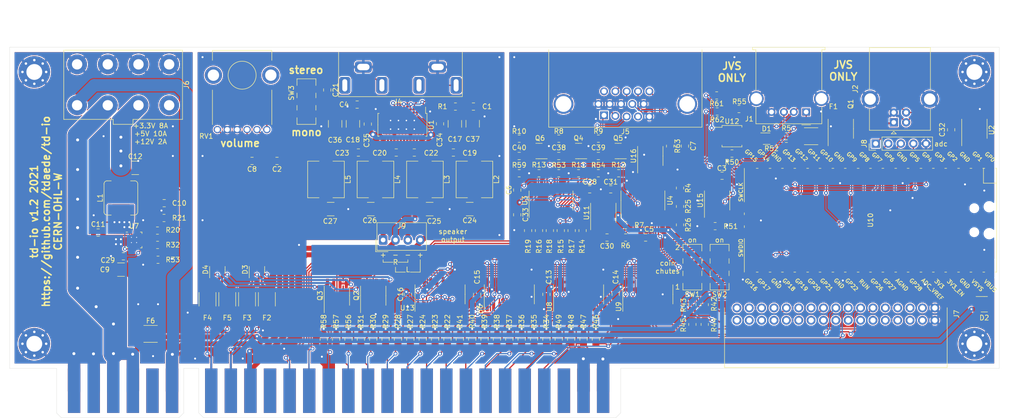
<source format=kicad_pcb>
(kicad_pcb (version 20211014) (generator pcbnew)
  (layers (0 "F.Cu" signal) (31 "B.Cu" signal) (34 "B.Paste" user) (35 "F.Paste" user) (36 "B.SilkS" user "B.Silkscreen") (37 "F.SilkS" user "F.Silkscreen") (38 "B.Mask" user) (39 "F.Mask" user) (44 "Edge.Cuts" user))
  (net 0 "")
  (net 1 "GND")
  (net 2 "+12V")
  (net 3 "Net-(C2-Pad2)")
  (net 4 "Net-(C2-Pad1)")
  (net 5 "+5V")
  (net 6 "Net-(C8-Pad2)")
  (net 7 "Net-(C8-Pad1)")
  (net 8 "+3V3")
  (net 9 "Net-(J1-Pad1)")
  (net 10 "Net-(J1-Pad2)")
  (net 11 "Net-(J1-Pad3)")
  (net 12 "Net-(C7-Pad1)")
  (net 13 "/p2_4")
  (net 14 "/p2start")
  (net 15 "/lockout1")
  (net 16 "/p2up")
  (net 17 "/jamma_green")
  (net 18 "/p2right")
  (net 19 "/jamma_sync")
  (net 20 "/p2left")
  (net 21 "/c2")
  (net 22 "/p2down")
  (net 23 "/p2_3")
  (net 24 "/meter1")
  (net 25 "/p2_1")
  (net 27 "/p2_2")
  (net 28 "/p1_4")
  (net 29 "/p1_3")
  (net 30 "/p1_2")
  (net 31 "/p1_1")
  (net 32 "/p1right")
  (net 33 "/p1left")
  (net 34 "/p1down")
  (net 35 "/p1up")
  (net 36 "/p1start")
  (net 37 "/c1")
  (net 38 "/jamma_blue")
  (net 39 "/jamma_red")
  (net 41 "/speaker+")
  (net 42 "/lockout2")
  (net 43 "/meter2")
  (net 44 "/vga_hsync")
  (net 45 "/vga_vsync")
  (net 46 "/vga_blue")
  (net 47 "/vga_green")
  (net 48 "/vga_red")
  (net 49 "Net-(D3-Pad2)")
  (net 50 "Net-(D4-Pad1)")
  (net 51 "Net-(F1-Pad1)")
  (net 57 "/p2_6")
  (net 63 "/p1_6")
  (net 65 "/p1_5")
  (net 69 "/p2_5")
  (net 79 "/lockout1_ctl")
  (net 80 "/meter1_ctl")
  (net 81 "/lockout2_ctl")
  (net 82 "/meter2_ctl")
  (net 83 "/speaker-")
  (net 84 "Net-(R1-Pad1)")
  (net 85 "Net-(R14-Pad1)")
  (net 86 "Net-(R15-Pad1)")
  (net 87 "Net-(R16-Pad1)")
  (net 88 "Net-(R25-Pad1)")
  (net 90 "/jvs_tx")
  (net 91 "/jvs_de")
  (net 92 "/jvs_re")
  (net 93 "/jvs_rx")
  (net 94 "/sr_clr")
  (net 95 "/sr_clk")
  (net 96 "/sr_data")
  (net 105 "Net-(C10-Pad1)")
  (net 106 "Net-(C11-Pad2)")
  (net 107 "+3.3VP")
  (net 108 "Net-(R32-Pad2)")
  (net 109 "Net-(R20-Pad2)")
  (net 112 "/SW")
  (net 114 "Net-(D1-Pad2)")
  (net 115 "Net-(F1-Pad2)")
  (net 116 "Net-(D1-Pad1)")
  (net 119 "/sense_0v")
  (net 120 "Net-(R5-Pad2)")
  (net 121 "Net-(R55-Pad2)")
  (net 122 "/termination")
  (net 123 "/service")
  (net 124 "/tilt")
  (net 125 "/test")
  (net 126 "Net-(U13-Pad9)")
  (net 127 "Net-(U6-Pad9)")
  (net 129 "Net-(U8-Pad9)")
  (net 133 "Net-(C1-Pad2)")
  (net 134 "Net-(C4-Pad2)")
  (net 135 "Net-(C19-Pad2)")
  (net 136 "Net-(C20-Pad2)")
  (net 137 "/speaker_r-")
  (net 138 "Net-(C21-Pad2)")
  (net 139 "Net-(C22-Pad2)")
  (net 140 "Net-(C23-Pad2)")
  (net 141 "/speaker_r+")
  (net 146 "-5V")
  (net 147 "+5VL")
  (net 148 "Net-(C19-Pad1)")
  (net 149 "Net-(C20-Pad1)")
  (net 150 "Net-(C22-Pad1)")
  (net 151 "Net-(C23-Pad1)")
  (net 152 "/l_in")
  (net 153 "/r_in")
  (net 159 "/sense_in_high")
  (net 160 "/sense_in_low")
  (net 162 "Net-(C30-Pad1)")
  (net 163 "Net-(C30-Pad2)")
  (net 166 "Net-(R25-Pad2)")
  (net 169 "/adc2")
  (net 170 "/adc1")
  (net 171 "/adc0")
  (net 172 "/blank")
  (net 173 "Net-(SW1-Pad1)")
  (net 175 "Net-(SW2-Pad1)")
  (net 176 "/blue_ac")
  (net 177 "/red_ac")
  (net 178 "/green_ac")
  (net 179 "/blue_fb")
  (net 180 "/red_fb")
  (net 181 "/green_fb")
  (net 183 "+5VD")
  (net 184 "Net-(D2-Pad3)")
  (net 185 "/vga_scl")
  (net 186 "/vga_sda")
  (net 187 "/i2c_sda")
  (net 188 "/i2c_scl")
  (net 189 "Net-(Q1-Pad5)")
  (net 197 "Net-(D4-Pad2)")
  (net 198 "Net-(D3-Pad1)")
  (footprint "Capacitor_SMD:C_0805_2012Metric" (layer "F.Cu") (at 126.05 105 180)
    (fp_text reference "C2")
    (fp_text value "1uF")
  )
  (footprint "Capacitor_SMD:C_0805_2012Metric" (layer "F.Cu") (at 216 108)
    (fp_text reference "C3")
    (fp_text value "0.1uF")
  )
  (footprint "Capacitor_SMD:C_0805_2012Metric" (layer "F.Cu") (at 200.55 120.5)
    (fp_text reference "C5")
    (fp_text value "0.1uF")
  )
  (footprint "Capacitor_SMD:C_0805_2012Metric" (layer "F.Cu") (at 174.6 110.9 90)
    (fp_text reference "C6")
    (fp_text value "0.1uF")
  )
  (footprint "Capacitor_SMD:C_0805_2012Metric" (layer "F.Cu") (at 121 105 180)
    (fp_text reference "C8")
    (fp_text value "1uF")
  )
  (footprint "Package_TO_SOT_SMD:SOT-23" (layer "F.Cu") (at 269 134)
    (fp_text reference "D2")
    (fp_text value "BAT54C")
  )
  (footprint "td-io:DF1BZ-34DP-2.5DS" (layer "F.Cu") (at 239 136 180)
    (fp_text reference "J7")
    (fp_text value "Conn_02x17_Odd_Even")
  )
  (footprint "Resistor_SMD:R_0805_2012Metric" (layer "F.Cu") (at 229 100 180)
    (fp_text reference "R5")
    (fp_text value "120")
  )
  (footprint "Resistor_SMD:R_0805_2012Metric" (layer "F.Cu") (at 196.5 120.5 180)
    (fp_text reference "R6")
    (fp_text value "10k")
  )
  (footprint "Resistor_SMD:R_0805_2012Metric" (layer "F.Cu") (at 187 107.5)
    (fp_text reference "R11")
    (fp_text value "330")
  )
  (footprint "Resistor_SMD:R_0805_2012Metric" (layer "F.Cu") (at 187.8125 119.1 -90)
    (fp_text reference "R14")
    (fp_text value "1k")
  )
  (footprint "Resistor_SMD:R_0805_2012Metric" (layer "F.Cu") (at 183.4 119.1 -90)
    (fp_text reference "R15")
    (fp_text value "1k")
  )
  (footprint "Resistor_SMD:R_0805_2012Metric" (layer "F.Cu") (at 181.2 119.1 90)
    (fp_text reference "R18")
    (fp_text value "75")
  )
  (footprint "Package_SO:SOIC-14_3.9x8.7mm_P1.27mm" (layer "F.Cu") (at 181.43 113.025 90)
    (fp_text reference "U3")
    (fp_text value "ADA4861-3")
  )
  (footprint "Package_SO:SOIC-14_3.9x8.7mm_P1.27mm" (layer "F.Cu") (at 200 113 90)
    (fp_text reference "U4")
    (fp_text value "74LS86")
  )
  (footprint "Package_SO:SOIC-16_3.9x9.9mm_P1.27mm" (layer "F.Cu") (at 173 132 90)
    (fp_text reference "U6")
    (fp_text value "74LS165")
  )
  (footprint "td-io:RPi_Pico_SMD" (layer "F.Cu") (at 246 117 -90)
    (fp_text reference "U10")
    (fp_text value "Pico")
  )
  (footprint "Resistor_SMD:R_0805_2012Metric" (layer "F.Cu") (at 212.5 134.0875 -90)
    (fp_text reference "R42")
    (fp_text value "10k")
  )
  (footprint "Resistor_SMD:R_0805_2012Metric" (layer "F.Cu") (at 210 138.0875 -90)
    (fp_text reference "R45")
    (fp_text value "10k")
  )
  (footprint "Package_SO:SOIC-16_3.9x9.9mm_P1.27mm" (layer "F.Cu") (at 187 132 90)
    (fp_text reference "U8")
    (fp_text value "74LS165")
  )
  (footprint "Package_SO:SOIC-16_3.9x9.9mm_P1.27mm" (layer "F.Cu") (at 201 132 90)
    (fp_text reference "U9")
    (fp_text value "74LS165")
  )
  (footprint "Resistor_SMD:R_0805_2012Metric" (layer "F.Cu") (at 168 141.0875 -90)
    (fp_text reference "R39")
    (fp_text value "10k")
  )
  (footprint "Resistor_SMD:R_0805_2012Metric" (layer "F.Cu") (at 155.5 141.0875 -90)
    (fp_text reference "R24")
    (fp_text value "10k")
  )
  (footprint "Resistor_SMD:R_0805_2012Metric" (layer "F.Cu") (at 173 141.0875 -90)
    (fp_text reference "R37")
    (fp_text value "10k")
  )
  (footprint "Resistor_SMD:R_0805_2012Metric" (layer "F.Cu") (at 165.5 141.0875 -90)
    (fp_text reference "R40")
    (fp_text value "10k")
  )
  (footprint "Resistor_SMD:R_0805_2012Metric" (layer "F.Cu") (at 163 141.0875 -90)
    (fp_text reference "R41")
    (fp_text value "10k")
  )
  (footprint "Resistor_SMD:R_0805_2012Metric" (layer "F.Cu") (at 178 141.0875 -90)
    (fp_text reference "R35")
    (fp_text value "10k")
  )
  (footprint "Resistor_SMD:R_0805_2012Metric" (layer "F.Cu") (at 183 141.0875 -90)
    (fp_text reference "R49")
    (fp_text value "10k")
  )
  (footprint "Resistor_SMD:R_0805_2012Metric" (layer "F.Cu") (at 145.5 141.0875 -90)
    (fp_text reference "R30")
    (fp_text value "10k")
  )
  (footprint "Resistor_SMD:R_0805_2012Metric" (layer "F.Cu") (at 180.5 141.0875 -90)
    (fp_text reference "R34")
    (fp_text value "10k")
  )
  (footprint "Resistor_SMD:R_0805_2012Metric" (layer "F.Cu") (at 170.5 141.0875 -90)
    (fp_text reference "R38")
    (fp_text value "10k")
  )
  (footprint "Resistor_SMD:R_0805_2012Metric" (layer "F.Cu") (at 143 141.0875 -90)
    (fp_text reference "R31")
    (fp_text value "10k")
  )
  (footprint "Resistor_SMD:R_0805_2012Metric" (layer "F.Cu") (at 188 141.0875 -90)
    (fp_text reference "R47")
    (fp_text value "10k")
  )
  (footprint "Resistor_SMD:R_0805_2012Metric" (layer "F.Cu") (at 190.5 141.0875 -90)
    (fp_text reference "R46")
    (fp_text value "10k")
  )
  (footprint "Resistor_SMD:R_0805_2012Metric" (layer "F.Cu") (at 158 141.0875 -90)
    (fp_text reference "R23")
    (fp_text value "10k")
  )
  (footprint "Resistor_SMD:R_0805_2012Metric" (layer "F.Cu") (at 185.5 141.0875 -90)
    (fp_text reference "R48")
    (fp_text value "10k")
  )
  (footprint "Resistor_SMD:R_0805_2012Metric" (layer "F.Cu") (at 160.5 141.0875 -90)
    (fp_text reference "R22")
    (fp_text value "10k")
  )
  (footprint "Resistor_SMD:R_0805_2012Metric" (layer "F.Cu") (at 150.5 141.0875 -90)
    (fp_text reference "R28")
    (fp_text value "10k")
  )
  (footprint "Resistor_SMD:R_0805_2012Metric" (layer "F.Cu") (at 148 141.0875 -90)
    (fp_text reference "R29")
    (fp_text value "10k")
  )
  (footprint "Resistor_SMD:R_0805_2012Metric" (layer "F.Cu") (at 153 141.0875 -90)
    (fp_text reference "R27")
    (fp_text value "10k")
  )
  (footprint "td-io:B08P-VL" (layer "F.Cu") (at 94.95 89.6 180)
    (fp_text reference "J6")
    (fp_text value "Conn_02x04_Top_Bottom")
  )
  (footprint "Capacitor_SMD:C_1210_3225Metric" (layer "F.Cu") (at 97.4 106.4)
    (fp_text reference "C12")
    (fp_text value "100uF")
  )
  (footprint "MountingHole:MountingHole_3.2mm_M3_Pad_Via" (layer "F.Cu") (at 267 142)
    (fp_text reference "H1" hide)
    (fp_text value "MountingHole_Pad")
  )
  (footprint "MountingHole:MountingHole_3.2mm_M3_Pad_Via" (layer "F.Cu") (at 77 142)
    (fp_text reference "H2" hide)
    (fp_text value "MountingHole_Pad")
  )
  (footprint "MountingHole:MountingHole_3.2mm_M3_Pad_Via" (layer "F.Cu") (at 267 87)
    (fp_text reference "H3" hide)
    (fp_text value "MountingHole_Pad")
  )
  (footprint "MountingHole:MountingHole_3.2mm_M3_Pad_Via" (layer "F.Cu") (at 77 87)
    (fp_text reference "H4" hide)
    (fp_text value "MountingHole_Pad")
  )
  (footprint "Capacitor_SMD:C_0805_2012Metric" (layer "F.Cu") (at 180.5 132 -90)
    (fp_text reference "C13")
    (fp_text value "0.1uF")
  )
  (footprint "Capacitor_SMD:C_0805_2012Metric" (layer "F.Cu") (at 194.5 132 -90)
    (fp_text reference "C14")
    (fp_text value "0.1uF")
  )
  (footprint "Capacitor_SMD:C_0805_2012Metric" (layer "F.Cu") (at 166.5 132 -90)
    (fp_text reference "C15")
    (fp_text value "0.1uF")
  )
  (footprint "Package_TO_SOT_SMD:SOT-363_SC-70-6" (layer "F.Cu") (at 225 100.5)
    (fp_text reference "D1")
    (fp_text value "BAV99S")
  )
  (footprint "Package_SO:SOIC-8_3.9x4.9mm_P1.27mm" (layer "F.Cu") (at 240 98.5 90)
    (fp_text reference "Q1")
    (fp_text value "AO4818B")
  )
  (footprint "Resistor_SMD:R_0805_2012Metric" (layer "F.Cu") (at 218 103.5 180)
    (fp_text reference "R50")
    (fp_text value "10k")
  )
  (footprint "Resistor_SMD:R_0805_2012Metric" (layer "F.Cu") (at 229 102 180)
    (fp_text reference "R52")
    (fp_text value "100")
  )
  (footprint "Resistor_SMD:R_0805_2012Metric" (layer "F.Cu") (at 219.4125 94.5 180)
    (fp_text reference "R55")
    (fp_text value "1k")
  )
  (footprint "Package_SO:SOIC-8_3.9x4.9mm_P1.27mm" (layer "F.Cu") (at 267 98.5 90)
    (fp_text reference "U2")
    (fp_text value "ISL3175EIBZ-T")
  )
  (footprint "Package_SO:SOP-4_3.8x4.1mm_P2.54mm" (layer "F.Cu") (at 218 100)
    (fp_text reference "U12")
    (fp_text value "CPC1017N")
  )
  (footprint "Resistor_SMD:R_0805_2012Metric" (layer "F.Cu") (at 214.6 118.2)
    (fp_text reference "R51")
    (fp_text value "10k")
  )
  (footprint "Capacitor_SMD:C_0805_2012Metric" (layer "F.Cu") (at 165.75 94 180)
    (fp_text reference "C1")
    (fp_text value "1uF")
  )
  (footprint "Capacitor_SMD:C_0805_2012Metric" (layer "F.Cu") (at 161.7 103.3)
    (fp_text reference "C19")
    (fp_text value "1uF")
  )
  (footprint "Capacitor_SMD:C_0805_2012Metric" (layer "F.Cu") (at 142.5 103.3 180)
    (fp_text reference "C23")
    (fp_text value "1uF")
  )
  (footprint "Package_SO:SOIC-8_3.9x4.9mm_P1.27mm" (layer "F.Cu") (at 145.5 132.275 90)
    (fp_text reference "Q2")
    (fp_text value "AO4818B")
  )
  (footprint "Package_SO:SOIC-8_3.9x4.9mm_P1.27mm" (layer "F.Cu") (at 138.155 132.275 90)
    (fp_text reference "Q3")
    (fp_text value "AO4818B")
  )
  (footprint "td-io:PTV112-4420A-A503" (layer "F.Cu") (at 119 87.655)
    (fp_text reference "RV1")
    (fp_text value "R_POT_Dual")
  )
  (footprint "Capacitor_SMD:C_0805_2012Metric" (layer "F.Cu") (at 152.5 132 -90)
    (fp_text reference "C16")
    (fp_text value "0.1uF")
  )
  (footprint "Resistor_SMD:R_0805_2012Metric" (layer "F.Cu") (at 140.5 141.0875 -90)
    (fp_text reference "R56")
    (fp_text value "10k")
  )
  (footprint "Resistor_SMD:R_0805_2012Metric" (layer "F.Cu") (at 138 141.0875 -90)
    (fp_text reference "R57")
    (fp_text value "10k")
  )
  (footprint "Resistor_SMD:R_0805_2012Metric" (layer "F.Cu") (at 135.5 141.0875 -90)
    (fp_text reference "R58")
    (fp_text value "10k")
  )
  (footprint "Package_SO:SOIC-16_3.9x9.9mm_P1.27mm" (layer "F.Cu") (at 159 132 90)
    (fp_text reference "U13")
    (fp_text value "74LS165")
  )
  (footprint "Resistor_SMD:R_0805_2012Metric" (layer "F.Cu") (at 175.5 141.0875 -90)
    (fp_text reference "R36")
    (fp_text value "10k")
  )
  (footprint "Resistor_SMD:R_0805_2012Metric" (layer "F.Cu") (at 212.5 138.0875 -90)
    (fp_text reference "R44")
    (fp_text value "10k")
  )
  (footprint "td-io:JAMMA" (layer "F.Cu") (at 138.5 156)
    (fp_text reference "J3" hide)
    (fp_text value "JAMMA_Edge")
  )
  (footprint "td-io:PJRAN2X1U01AUX" (layer "F.Cu") (at 158.5 86 180)
    (fp_text reference "J4")
    (fp_text value "Conn_Coaxial_x2")
  )
  (footprint "Package_SO:SOIC-8_3.9x4.9mm_P1.27mm" (layer "F.Cu") (at 215 113 90)
    (fp_text reference "U15")
    (fp_text value "LM2903")
  )
  (footprint "Capacitor_SMD:C_0805_2012Metric" (layer "F.Cu") (at 189.25 110.75)
    (fp_text reference "C28")
    (fp_text value "3.3uF")
  )
  (footprint "Capacitor_SMD:C_0805_2012Metric" (layer "F.Cu") (at 192.75 120.5)
    (fp_text reference "C30")
    (fp_text value "3.3uF")
  )
  (footprint "Capacitor_SMD:C_0805_2012Metric" (layer "F.Cu") (at 193.5 110.75 180)
    (fp_text reference "C31")
    (fp_text value "3.3uF")
  )
  (footprint "td-io:DSUB-15-HD_Female_Horizontal_P2.29x2.5mm_EdgePinOffset8.35mm_Housed_MountingHolesOffset10.89mm" (layer "F.Cu") (at 192.145 94.75 180)
    (fp_text reference "J5")
    (fp_text value "DB15_Female_HighDensity_MountingHoles")
  )
  (footprint "Resistor_SMD:R_0805_2012Metric" (layer "F.Cu") (at 207.5 110.4875 -90)
    (fp_text reference "R4")
    (fp_text value "10k")
  )
  (footprint "Resistor_SMD:R_0805_2012Metric" (layer "F.Cu") (at 207.5 114.2125 -90)
    (fp_text reference "R25")
    (fp_text value "20k")
  )
  (footprint "Resistor_SMD:R_0805_2012Metric" (layer "F.Cu") (at 207.5 117.9375 -90)
    (fp_text reference "R26")
    (fp_text value "10k")
  )
  (footprint "Connector_USB:USB_A_Molex_67643_Horizontal" (layer "F.Cu") (at 233 95.1 180)
    (fp_text reference "J1")
    (fp_text value "USB_A")
  )
  (footprint "Connector_USB:USB_B_OST_USB-B1HSxx_Horizontal" (layer "F.Cu") (at 250.7 97.2 90)
    (fp_text reference "J2")
    (fp_text value "USB_B")
  )
  (footprint "td-io:HTSSOP-28-1EP_4.4x9.7mm_P0.65mm_tpa3138_ThermalVias" (layer "F.Cu") (at 151.4 97.7 -90)
    (fp_text reference "U1")
    (fp_text value "TPA3138D2")
  )
  (footprint "Capacitor_SMD:C_1210_3225Metric" (layer "F.Cu") (at 136.9 114.75)
    (fp_text reference "C27")
    (fp_text value "2.2uF 50V")
  )
  (footprint "Capacitor_SMD:C_1210_3225Metric" (layer "F.Cu") (at 156.9 114.75)
    (fp_text reference "C25")
    (fp_text value "2.2uF 50V")
  )
  (footprint "Capacitor_SMD:C_1210_3225Metric" (layer "F.Cu") (at 145 114.75 180)
    (fp_text reference "C26")
    (fp_text value "2.2uF 50V")
  )
  (footprint "Capacitor_SMD:C_1210_3225Metric" (layer "F.Cu") (at 165 114.75 180)
    (fp_text reference "C24")
    (fp_text value "2.2uF 50V")
  )
  (footprint "Inductor_SMD:L_7.3x7.3_H4.5" (layer "F.Cu") (at 135.95 108.75 -90)
    (fp_text reference "L5")
    (fp_text value "15uH")
  )
  (footprint "Inductor_SMD:L_7.3x7.3_H4.5" (layer "F.Cu") (at 155.95 108.75 -90)
    (fp_text reference "L3")
    (fp_text value "15uH")
  )
  (footprint "Capacitor_SMD:C_0805_2012Metric" (layer "F.Cu") (at 150.15 103.3)
    (fp_text reference "C20")
    (fp_text value "1uF")
  )
  (footprint "Capacitor_SMD:C_0805_2012Metric" (layer "F.Cu") (at 153.8 103.3 180)
    (fp_text reference "C22")
    (fp_text value "1uF")
  )
  (footprint "Inductor_SMD:L_7.3x7.3_H4.5" (layer "F.Cu") (at 145.95 108.75 -90)
    (fp_text reference "L4")
    (fp_text value "15uH")
  )
  (footprint "Inductor_SMD:L_7.3x7.3_H4.5" (layer "F.Cu") (at 165.95 108.75 -90)
    (fp_text reference "L2")
    (fp_text value "15uH")
  )
  (footprint "Capacitor_SMD:C_1210_3225Metric" (layer "F.Cu") (at 162 97.5 90)
    (fp_text reference "C17")
    (fp_text value "47uF 16V")
  )
  (footprint "Capacitor_SMD:C_1210_3225Metric" (layer "F.Cu") (at 141.4 97.5 90)
    (fp_text reference "C18")
    (fp_text value "47uF 16V")
  )
  (footprint "Resistor_SMD:R_0805_2012Metric" (layer "F.Cu") (at 162.1125 94)
    (fp_text reference "R1")
    (fp_text value "10k")
  )
  (footprint "Capacitor_SMD:C_0805_2012Metric" (layer "F.Cu") (at 136.2 90.65 -90)
    (fp_text reference "C21")
    (fp_text value "1uF")
  )
  (footprint "Capacitor_SMD:C_0805_2012Metric" (layer "F.Cu") (at 262.3 98.7 -90)
    (fp_text reference "C32")
    (fp_text value "0.1uF")
  )
  (footprint "Inductor_SMD:L_Bourns_SRP7028A_7.3x6.6mm" (layer "F.Cu") (at 94.5 112.5 90)
    (fp_text reference "L1")
    (fp_text value "1.5uH")
  )
  (footprint "Capacitor_SMD:C_1210_3225Metric" (layer "F.Cu") (at 94.525 127)
    (fp_text reference "C9")
    (fp_text value "100uF")
  )
  (footprint "Capacitor_SMD:C_0805_2012Metric" (layer "F.Cu") (at 95 124.3)
    (fp_text reference "C29")
    (fp_text value "0.1uF")
  )
  (footprint "td-io:RJE-20" (layer "F.Cu") (at 97.15 121)
    (fp_text reference "U7")
    (fp_text value "TPS568230")
  )
  (footprint "Resistor_SMD:R_0805_2012Metric" (layer "F.Cu") (at 102 125)
    (fp_text reference "R33")
    (fp_text value "220")
  )
  (footprint "Resistor_SMD:R_0805_2012Metric" (layer "F.Cu") (at 101.9125 122 180)
    (fp_text reference "R32")
    (fp_text value "1k")
  )
  (footprint "Capacitor_SMD:C_0805_2012Metric" (layer "F.Cu") (at 103.25 113.55)
    (fp_text reference "C10")
    (fp_text value "1uF")
  )
  (footprint "Resistor_SMD:R_0805_2012Metric" (layer "F.Cu") (at 103.2125 116.55 180)
    (fp_text reference "R21")
    (fp_text value "43k")
  )
  (footprint "Capacitor_SMD:C_0805_2012Metric" (layer "F.Cu") (at 89.9 119.5)
    (fp_text reference "C11")
    (fp_text value "0.1uF")
  )
  (footprint "Resistor_SMD:R_0805_2012Metric" (layer "F.Cu") (at 101.8875 119.1)
    (fp_text reference "R20")
    (fp_text value "300k")
  )
  (footprint "Capacitor_SMD:C_0805_2012Metric" (layer "F.Cu") (at 174.6 115.9 -90)
    (fp_text reference "C33")
    (fp_text value "3.3uF")
  )
  (footprint "Capacitor_SMD:C_0805_2012Metric" (layer "F.Cu") (at 159 97.5 90)
    (fp_text reference "C34")
    (fp_text value "0.1uF")
  )
  (footprint "Capacitor_SMD:C_0805_2012Metric" (layer "F.Cu") (at 144.4 97.55 90)
    (fp_text reference "C35")
    (fp_text value "0.1uF")
  )
  (footprint "Capacitor_SMD:C_1210_3225Metric" (layer "F.Cu") (at 165.6 97.475 90)
    (fp_text reference "C37")
    (fp_text value "47uF 16V")
  )
  (footprint "Capacitor_SMD:C_1210_3225Metric" (layer "F.Cu") (at 137.8 97.5 90)
    (fp_text reference "C36")
    (fp_text value "47uF 16V")
  )
  (footprint "Capacitor_SMD:C_0805_2012Metric" (layer "F.Cu") (at 142.25 93.6)
    (fp_text reference "C4")
    (fp_text value "1uF")
  )
  (footprint "Button_Switch_SMD:SW_DPDT_CK_JS202011JCQN" (layer "F.Cu") (at 132 93 90)
    (fp_text reference "SW3")
    (fp_text value "SW_DPDT_x2")
  )
  (footprint "Connector_PinHeader_2.54mm:PinHeader_1x05_P2.54mm_Vertical" (layer "F.Cu") (at 247.05 101.5 90)
    (fp_text reference "J8")
    (fp_text value "Conn_01x05_Male")
  )
  (footprint "Capacitor_SMD:C_0805_2012Metric" (layer "F.Cu") (at 175 104)
    (fp_text reference "C40")
    (fp_text value "1uF")
  )
  (footprint "Package_TO_SOT_SMD:SOT-23" (layer "F.Cu") (at 187 103 180)
    (fp_text reference "Q4")
    (fp_text value "2N7002NXBKR")
  )
  (footprint "Button_Switch_SMD:SW_DPDT_CK_JS202011JCQN" (layer "F.Cu") (at 210 126.5 90)
    (fp_text reference "SW1")
    (fp_text value "SW_DPDT_x2")
  )
  (footprint "Button_Switch_SMD:SW_DPDT_CK_JS202011JCQN" (layer "F.Cu") (at 215.5 126.5 90)
    (fp_text reference "SW2")
    (fp_text value "SW_DPDT_x2")
  )
  (footprint "Resistor_SMD:R_0805_2012Metric" (layer "F.Cu") (at 210 134.0875 -90)
    (fp_text reference "R43")
    (fp_text value "10k")
  )
  (footprint "Resistor_SMD:R_0805_2012Metric" (layer "F.Cu") (at 196.5 118)
    (fp_text reference "R7")
    (fp_text value "10k")
  )
  (footprint "Resistor_SMD:R_0805_2012Metric" (layer "F.Cu") (at 183 107.5)
    (fp_text reference "R53")
    (fp_text value "10k")
  )
  (footprint "Resistor_SMD:R_0805_2012Metric" (layer "F.Cu") (at 175 100.5)
    (fp_text reference "R10")
    (fp_text value "75")
  )
  (footprint "Capacitor_SMD:C_0805_2012Metric" (layer "F.Cu") (at 183 104)
    (fp_text reference "C38")
    (fp_text value "1uF")
  )
  (footprint "Resistor_SMD:R_0805_2012Metric" (layer "F.Cu") (at 183 100.5)
    (fp_text reference "R8")
    (fp_text value "75")
  )
  (footprint "Resistor_SMD:R_0805_2012Metric" (layer "F.Cu") (at 179 119.1 -90)
    (fp_text reference "R16")
    (fp_text value "1k")
  )
  (footprint "Resistor_SMD:R_0805_2012Metric" (layer "F.Cu") (at 176.8 119.1 90)
    (fp_text reference "R19")
    (fp_text value "75")
  )
  (footprint "Resistor_SMD:R_0805_2012Metric" (layer "F.Cu") (at 175 107.5)
    (fp_text reference "R59")
    (fp_text value "10k")
  )
  (footprint "Package_TO_SOT_SMD:SOT-23" (layer "F.Cu") (at 179 103 180)
    (fp_text reference "Q6")
    (fp_text value "2N7002NXBKR")
  )
  (footprint "Resistor_SMD:R_0805_2012Metric" (layer "F.Cu") (at 191 107.5)
    (fp_text reference "R54")
    (fp_text value "10k")
  )
  (footprint "Capacitor_SMD:C_0805_2012Metric" (layer "F.Cu") (at 191 104)
    (fp_text reference "C39")
    (fp_text value "1uF")
  )
  (footprint "Package_TO_SOT_SMD:SOT-23" (layer "F.Cu") (at 195 103 180)
    (fp_text reference "Q5")
    (fp_text value "2N7002NXBKR")
  )
  (footprint "Resistor_SMD:R_0805_2012Metric" (layer "F.Cu") (at 191 100.5)
    (fp_text reference "R9")
    (fp_text value "75")
  )
  (footprint "Resistor_SMD:R_0805_2012Metric" (layer "F.Cu") (at 195.0875 107.5)
    (fp_text reference "R12")
    (fp_text value "330")
  )
  (footprint "Resistor_SMD:R_0805_2012Metric" (layer "F.Cu") (at 179 107.5)
    (fp_text reference "R13")
    (fp_text value "330")
  )
  (footprint "Resistor_SMD:R_0805_2012Metric" (layer "F.Cu") (at 185.6 119.1 90)
    (fp_text reference "R17")
    (fp_text value "75")
  )
  (footprint "Resistor_SMD:R_0805_2012Metric" (layer "F.Cu") (at 214.9125 91.75 180)
    (fp_text reference "R61")
    (fp_text value "10k")
  )
  (footprint "Resistor_SMD:R_0805_2012Metric" (layer "F.Cu") (at 215 95 180)
    (fp_text reference "R62")
    (fp_text value "10k")
  )
  (footprint "Resistor_SMD:R_0805_2012Metric" (layer "F.Cu") (at 205.5 102 90)
    (fp_text reference "R63")
    (fp_text value "200k")
  )
  (footprint "Package_SO:SO-8_3.9x4.9mm_P1.27mm" (layer "F.Cu") (at 201.5 104 90)
    (fp_text reference "U16")
    (fp_text value "PCA9306D")
  )
  (footprint "td-io:JST_SH_B4B-NH-A_1x04_P2.50mm_Vertical" (layer "F.Cu") (at 147.5 121)
    (fp_text reference "J9")
    (fp_text value "Conn_01x04_Male")
  )
  (footprint "Resistor_SMD:R_1812_4532Metric" (layer "F.Cu") (at 120 133 90)
    (fp_text reference "F3")
    (fp_text value "Polyfuse")
  )
  (footprint "Resistor_SMD:R_1812_4532Metric" (layer "F.Cu") (at 124 133 90)
    (fp_text reference "F2")
    (fp_text value "Polyfuse")
  )
  (footprint "Resistor_SMD:R_1812_4532Metric" (layer "F.Cu") (at 234 100 180)
    (fp_text reference "F1")
    (fp_text value "Polyfuse")
  )
  (footprint "Resistor_SMD:R_1812_4532Metric" (layer "F.Cu") (at 100.5 140)
    (fp_text reference "F6")
    (fp_text value "Polyfuse")
  )
  (footprint "Resistor_SMD:R_1812_4532Metric" (layer "F.Cu") (at 112 133 90)
    (fp_text reference "F4")
    (fp_text value "Polyfuse")
  )
  (footprint "Resistor_SMD:R_1812_4532Metric" (layer "F.Cu") (at 116 133 90)
    (fp_text reference "F5")
    (fp_text value "Polyfuse")
  )
  (footprint "Capacitor_SMD:C_0805_2012Metric" (layer "F.Cu") (at 208.5 102 -90)
    (fp_text reference "C7")
    (fp_text value "0.1uF")
  )
  (footprint "Package_SO:SOIC-8_3.9x4.9mm_P1.27mm" (layer "F.Cu") (at 192 115.5 90)
    (fp_text reference "U11")
    (fp_text value "MAX860")
  )
  (footprint "Package_TO_SOT_SMD:SOT-23" (layer "F.Cu") (at 122 127 90)
    (fp_text reference "D3")
    (fp_text value "MMBZ18VALT1G")
  )
  (footprint "Package_TO_SOT_SMD:SOT-23" (layer "F.Cu") (at 114 127 90)
    (fp_text reference "D4")
    (fp_text value "MMBZ18VALT1G")
  )
  (gr_line (start 155 125) (end 155 127.5) (layer "F.SilkS") (width 0.12))
  (gr_line (start 152.5 125.5) (end 150.5 125.5) (layer "F.SilkS") (width 0.12))
  (gr_line (start 152.5 125) (end 152.5 125.5) (layer "F.SilkS") (width 0.12))
  (gr_line (start 150 126.5) (end 150 127.5) (layer "F.SilkS") (width 0.12))
  (gr_line (start 147.5 125.5) (end 149.5 125.5) (layer "F.SilkS") (width 0.12))
  (gr_line (start 155 127.5) (end 153 127.5) (layer "F.SilkS") (width 0.12))
  (gr_line (start 150 127.5) (end 152 127.5) (layer "F.SilkS") (width 0.12))
  (gr_line (start 147.5 125) (end 147.5 125.5) (layer "F.SilkS") (width 0.12))
  (gr_line (start 272 147) (end 195.5 147) (layer "Edge.Cuts") (width 0.05))
  (gr_line (start 72 82) (end 272 82) (layer "Edge.Cuts") (width 0.05))
  (gr_line (start 272 82) (end 272 147) (layer "Edge.Cuts") (width 0.05))
  (gr_line (start 195.5 156) (end 194.5 157) (layer "Edge.Cuts") (width 0.05))
  (gr_line (start 110.25 156) (end 111.25 157) (layer "Edge.Cuts") (width 0.05))
  (gr_line (start 107.2 156) (end 106.2 157) (layer "Edge.Cuts") (width 0.05))
  (gr_line (start 82.5 157) (end 81.5 156) (layer "Edge.Cuts") (width 0.05))
  (gr_line (start 110.25 147) (end 107.2 147) (layer "Edge.Cuts") (width 0.05))
  (gr_line (start 72 147) (end 72 82) (layer "Edge.Cuts") (width 0.05))
  (gr_line (start 81.5 147) (end 72 147) (layer "Edge.Cuts") (width 0.05))
  (gr_line (start 106.2 157) (end 82.5 157) (layer "Edge.Cuts") (width 0.05))
  (gr_line (start 110.25 156) (end 110.25 147) (layer "Edge.Cuts") (width 0.05))
  (gr_line (start 81.5 156) (end 81.5 147) (layer "Edge.Cuts") (width 0.05))
  (gr_line (start 195.5 147) (end 195.5 156) (layer "Edge.Cuts") (width 0.05))
  (gr_line (start 194.5 157) (end 111.25 157) (layer "Edge.Cuts") (width 0.05))
  (gr_line (start 107.2 147) (end 107.2 156) (layer "Edge.Cuts") (width 0.05))
  (gr_text "+" (at 155 124) (layer "F.SilkS") (effects (font (size 1 1))))
  (gr_text "-" (at 152.5 124) (layer "F.SilkS") (effects (font (size 1 1))))
  (gr_text "JVS\nONLY" (at 240.5 86.75) (layer "F.SilkS") (effects (font (size 1.5 1.5) (thickness 0.3))))
  (gr_text "stereo" (at 131.9 86.6) (layer "F.SilkS") (effects (font (size 1.5 1.5) (thickness 0.3))))
  (gr_text "mono" (at 132 99.2) (layer "F.SilkS") (effects (font (size 1.5 1.5) (thickness 0.3))))
  (gr_text "on" (at 215.5 121) (layer "F.SilkS") (effects (font (size 1 1))))
  (gr_text "-" (at 150 124) (layer "F.SilkS") (effects (font (size 1 1))))
  (gr_text "+" (at 147.5 124) (layer "F.SilkS") (effects (font (size 1 1))))
  (gr_text "coin\nchutes" (at 205 126.5) (layer "F.SilkS") (effects (font (size 1 1))))
  (gr_text "adc" (at 260.25 101.55) (layer "F.SilkS") (effects (font (size 1 1))))
  (gr_text "JVS\nONLY" (at 218 87) (layer "F.SilkS") (effects (font (size 1.5 1.5) (thickness 0.3))))
  (gr_text "speaker\noutput" (at 161.6 120.1) (layer "F.SilkS") (effects (font (size 1 1))))
  (gr_text "td-io v1.2 2021\nhttps://github.com/tdaede/td-io\nCERN-OHL-W" (at 79.375 115.25 90) (layer "F.SilkS") (effects (font (size 1.5 1.5) (thickness 0.3))))
  (gr_text "L" (at 152.5 127) (layer "F.SilkS") (effects (font (size 1 1))))
  (gr_text "R" (at 150 125.5) (layer "F.SilkS") (effects (font (size 1 1))))
  (gr_text "on" (at 210 121) (layer "F.SilkS") (effects (font (size 1 1))))
  (gr_text "2" (at 207 122.5) (layer "F.SilkS") (effects (font (size 1 1))))
  (gr_text "+3.3V 8A\n+5V 10A\n+12V 2A" (at 100.5 99.5) (layer "F.SilkS") (effects (font (size 1 1))))
  (gr_text "volume" (at 118.6 101.4) (layer "F.SilkS") (effects (font (size 1.5 1.5) (thickness 0.3))))
  (gr_text "1" (at 207 130.5) (layer "F.SilkS") (effects (font (size 1 1))))
  (segment (start 180.5 132.95) (end 180.5 133) (width 0.25) (layer "F.Cu") (net 1))
  (segment (start 140.4 94.1) (end 140.3 94) (width 0.25) (layer "F.Cu") (net 1))
  (segment (start 265.1 109.3) (end 265.1 109.75) (width 0.25) (layer "F.Cu") (net 1))
  (segment (start 239.65 109.301574) (end 239.848417 109.499991) (width 0.25) (layer "F.Cu") (net 1))
  (segment (start 136.52 151.5) (end 136.52 146.020062) (width 2.5) (layer "F.Cu") (net 1))
  (segment (start 135.519935 145.019997) (end 135.119936 144.619998) (width 2.5) (layer "F.Cu") (net 1))
  (segment (start 188 145.08) (end 187.96 145.04) (width 2.5) (layer "F.Cu") (net 1))
  (segment (start 268.905 95.305) (end 268.1 94.5) (width 0.25) (layer "F.Cu") (net 1))
  (segment (start 226.95 108.476761) (end 226.86677 108.559991) (width 0.25) (layer "F.Cu") (net 1))
  (segment (start 152.5 132.95) (end 152.5 134.5) (width 0.25) (layer "F.Cu") (net 1))
  (segment (start 136.52 146.020062) (end 135.519935 145.019997) (width 2.5) (layer "F.Cu") (net 1))
  (segment (start 177.445 132.555) (end 177.5 132.5) (width 0.25) (layer "F.Cu") (net 1))
  (segment (start 147.175 94.8375) (end 146.3375 94.8375) (width 0.25) (layer "F.Cu") (net 1))
  (segment (start 146.3375 94.8375) (end 146 94.5) (width 0.25) (layer "F.Cu") (net 1))
  (segment (start 88.92 144) (end 85 144) (width 2.5) (layer "F.Cu") (net 1))
  (segment (start 177.445 134.475) (end 177.445 132.555) (width 0.25) (layer "F.Cu") (net 1))
  (segment (start 196 102.05) (end 196 100.75) (width 0.25) (layer "F.Cu") (net 1))
  (segment (start 166.5 133.5) (end 167 134) (width 0.25) (layer "F.Cu") (net 1))
  (segment (start 89 151.5) (end 89 144.08) (width 2.5) (layer "F.Cu") (net 1))
  (segment (start 146.135 134.75) (end 146.135 135.865) (width 0.25) (layer "F.Cu") (net 1))
  (segment (start 155.825 129.525) (end 155.825 130.425) (width 0.25) (layer "F.Cu") (net 1))
  (segment (start 196 100.75) (end 196.5 100.25) (width 0.25) (layer "F.Cu") (net 1))
  (segment (start 141.3 94.1) (end 140.4 94.1) (width 0.25) (layer "F.Cu") (net 1))
  (segment (start 180.5 134.5) (end 180 135) (width 0.25) (layer "F.Cu") (net 1))
  (segment (start 268.905 96.025) (end 268.905 95.305) (width 0.25) (layer "F.Cu") (net 1))
  (segment (start 239.65 125.89) (end 239.65 128.45) (width 0.25) (layer "F.Cu") (net 1))
  (segment (start 239.65 108.11) (end 239.65 109.301574) (width 0.25) (layer "F.Cu") (net 1))
  (segment (start 223.8 117) (end 223.85 117.05) (width 0.25) (layer "F.Cu") (net 1))
  (segment (start 169.825 129.525) (end 169.5 129.85) (width 0.25) (layer "F.Cu") (net 1))
  (segment (start 191.445 132.555) (end 191.5 132.5) (width 0.25) (layer "F.Cu") (net 1))
  (segment (start 180.5 133) (end 180.5 134.5) (width 0.25) (layer "F.Cu") (net 1))
  (segment (start 85.04 151.5) (end 85.04 144.04) (width 2.5) (layer "F.Cu") (net 1))
  (segment (start 89 144.08) (end 88.96 144.04) (width 2.5) (layer "F.Cu") (net 1))
  (segment (start 191.445 134.475) (end 191.445 132.555) (width 0.25) (layer "F.Cu") (net 1))
  (segment (start 191.96 145.12) (end 191.92 145.08) (width 2.5) (layer "F.Cu") (net 1))
  (segment (start 226.95 125.89) (end 226.95 128.665225) (width 0.25) (layer "F.Cu") (net 1))
  (segment (start 169.825 129.525) (end 169.975 129.525) (width 0.25) (layer "F.Cu") (net 1))
  (segment (start 155.825 130.425) (end 156.4 131) (width 0.25) (layer "F.Cu") (net 1))
  (segment (start 265.05 108.11) (end 265.05 109.25) (width 0.25) (layer "F.Cu") (net 1))
  (segment (start 239.65 128.45) (end 240.4 129.2) (width 0.25) (layer "F.Cu") (net 1))
  (segment (start 222.1 117) (end 223.8 117) (width 0.25) (layer "F.Cu") (net 1))
  (segment (start 226.95 128.665225) (end 227.735627 129.450852) (width 0.25) (layer "F.Cu") (net 1))
  (segment (start 166.5 132.95) (end 166.5 133.5) (width 0.25) (layer "F.Cu") (net 1))
  (segment (start 146.135 135.865) (end 146 136) (width 0.25) (layer "F.Cu") (net 1))
  (segment (start 169.5 129.85) (end 169.5 131) (width 0.25) (layer "F.Cu") (net 1))
  (segment (start 188 151.5) (end 188 145.08) (width 2.5) (layer "F.Cu") (net 1))
  (segment (start 265.05 109.25) (end 265.1 109.3) (width 0.25) (layer "F.Cu") (net 1))
  (segment (start 191.96 151.5) (end 191.96 145.12) (width 2.5) (layer "F.Cu") (net 1))
  (segment (start 226.95 108.11) (end 226.95 108.476761) (width 0.25) (layer "F.Cu") (net 1))
  (via (at 140.45 114.75) (size 0.8) (drill 0.4) (layers "F.Cu" "B.Cu") (net 1))
  (via (at 160.95 114.75) (size 0.8) (drill 0.4) (layers "F.Cu" "B.Cu") (net 1))
  (via (at 102.7 115.05) (size 0.8) (drill 0.4) (layers "F.Cu" "B.Cu") (net 1))
  (via (at 104.8 124.8) (size 0.8) (drill 0.4) (layers "F.Cu" "B.Cu") (net 1))
  (via (at 99 126) (size 0.8) (drill 0.4) (layers "F.Cu" "B.Cu") (net 1))
  (via (at 219 109.75) (size 0.8) (drill 0.4) (layers "F.Cu" "B.Cu") (net 1))
  (via (at 123.2 139.3) (size 0.8) (drill 0.4) (layers "F.Cu" "B.Cu") (net 1))
  (via (at 220.2 129) (size 0.8) (drill 0.4) (layers "F.Cu" "B.Cu") (net 1))
  (via (at 240.4 129.2) (size 0.8) (drill 0.4) (layers "F.Cu" "B.Cu") (net 1))
  (via (at 204.5 120.5) (size 0.8) (drill 0.4) (layers "F.Cu" "B.Cu") (net 1))
  (via (at 89 116) (size 0.8) (drill 0.4) (layers "F.Cu" "B.Cu") (net 1))
  (via (at 204 132) (size 0.8) (drill 0.4) (layers "F.Cu" "B.Cu") (net 1))
  (via (at 88.96 144.04) (size 1.2) (drill 0.6) (layers "F.Cu" "B.Cu") (net 1))
  (via (at 140.3 94) (size 0.8) (drill 0.4) (layers "F.Cu" "B.Cu") (net 1))
  (via (at 101 144.5) (size 0.8) (drill 0.4) (layers "F.Cu" "B.Cu") (net 1))
  (via (at 239.848417 109.499991) (size 0.8) (drill 0.4) (layers "F.Cu" "B.Cu") (net 1))
  (via (at 189 102) (size 0.8) (drill 0.4) (layers "F.Cu" "B.Cu") (net 1))
  (via (at 191.92 145.08) (size 1.2) (drill 0.6) (layers "F.Cu" "B.Cu") (net 1))
  (via (at 236 95) (size 0.8) (drill 0.4) (layers "F.Cu" "B.Cu") (net 1))
  (via (at 146 136) (size 0.8) (drill 0.4) (layers "F.Cu" "B.Cu") (net 1))
  (via (at 252.5 109.5) (size 0.8) (drill 0.4) (layers "F.Cu" "B.Cu") (net 1))
  (via (at 257 130) (size 0.8) (drill 0.4) (layers "F.Cu" "B.Cu") (net 1))
  (via (at 169.5 131) (size 0.8) (drill 0.4) (layers "F.Cu" "B.Cu") (net 1))
  (via (at 119.133813 144.987321) (size 0.8) (drill 0.4) (layers "F.Cu" "B.Cu") (net 1))
  (via (at 185 107.5) (size 0.8) (drill 0.4) (layers "F.Cu" "B.Cu") (net 1))
  (via (at 108 135.7) (size 0.8) (drill 0.4) (layers "F.Cu" "B.Cu") (net 1))
  (via (at 162 127) (size 0.8) (drill 0.4) (layers "F.Cu" "B.Cu") (net 1))
  (via (at 200.25 103.75) (size 0.8) (drill 0.4) (layers "F.Cu" "B.Cu") (net 1))
  (via (at 98 134) (size 0.8) (drill 0.4) (layers "F.Cu" "B.Cu") (net 1))
  (via (at 211 118.2) (size 0.8) (drill 0.4) (layers "F.Cu" "B.Cu") (net 1))
  (via (at 171 104) (size 0.8) (drill 0.4) (layers "F.Cu" "B.Cu") (net 1))
  (via (at 152.5 134.5) (size 0.8) (drill 0.4) (layers "F.Cu" "B.Cu") (net 1))
  (via (at 190.5 96.5) (size 0.8) (drill 0.4) (layers "F.Cu" "B.Cu") (net 1))
  (via (at 191.5 132.5) (size 0.8) (drill 0.4) (layers "F.Cu" "B.Cu") (net 1))
  (via (at 187.96 145.04) (size 1.2) (drill 0.6) (layers "F.Cu" "B.Cu") (net 1))
  (via (at 135.119936 144.619998) (size 0.8) (drill 0.4) (layers "F.Cu" "B.Cu") (net 1))
  (via (at 185 131.5) (size 0.8) (drill 0.4) (layers "F.Cu" "B.Cu") (net 1))
  (via (at 211 113) (size 0.8) (drill 0.4) (layers "F.Cu" "B.Cu") (net 1))
  (via (at 181 102) (size 0.8) (drill 0.4) (layers "F.Cu" "B.Cu") (net 1))
  (via (at 174 84) (size 0.8) (drill 0.4) (layers "F.Cu" "B.Cu") (net 1))
  (via (at 218.5 84) (size 0.8) (drill 0.4) (layers "F.Cu" "B.Cu") (net 1))
  (via (at 102 134) (size 0.8) (drill 0.4) (layers "F.Cu" "B.Cu") (net 1))
  (via (at 99 117) (size 0.8) (drill 0.4) (layers "F.Cu" "B.Cu") (net 1))
  (via (at 265.1 109.75) (size 0.8) (drill 0.4) (layers "F.Cu" "B.Cu") (net 1))
  (via (at 269 123) (size 0.8) (drill 0.4) (layers "F.Cu" "B.Cu") (net 1))
  (via (at 254.5 112.5) (size 0.8) (drill 0.4) (layers "F.Cu" "B.Cu") (net 1))
  (via (at 217 118) (size 0.8) (drill 0.4) (layers "F.Cu" "B.Cu") (net 1))
  (via (at 226.86677 108.559991) (size 0.8) (drill 0.4) (layers "F.Cu" "B.Cu") (net 1))
  (via (at 135 98) (size 0.8) (drill 0.4) (layers "F.Cu" "B.Cu") (net 1))
  (via (at 130.5 122) (size 0.8) (drill 0.4) (layers "F.Cu" "B.Cu") (net 1))
  (via (at 171 84) (size 0.8) (drill 0.4) (layers "F.Cu" "B.Cu") (net 1))
  (via (at 223.85 117.05) (size 0.8) (drill 0.4) (layers "F.Cu" "B.Cu") (net 1))
  (via (at 250 115) (size 0.8) (drill 0.4) (layers "F.Cu" "B.Cu") (net 1))
  (via (at 111 117) (size 0.8) (drill 0.4) (layers "F.Cu" "B.Cu") (net 1))
  (via (at 201.8 117.6) (size 0.8) (drill 0.4) (layers "F.Cu" "B.Cu") (net 1))
  (via (at 196.5 100.25) (size 0.8) (drill 0.4) (layers "F.Cu" "B.Cu") (net 1))
  (via (at 98 105) (size 0.8) (drill 0.4) (layers "F.Cu" "B.Cu") (net 1))
  (via (at 174 98) (size 0.8) (drill 0.4) (layers "F.Cu" "B.Cu") (net 1))
  (via (at 268.1 94.5) (size 0.8) (drill 0.4) (layers "F.Cu" "B.Cu") (net 1))
  (via (at 177 107.5) (size 0.8) (drill 0.4) (layers "F.Cu" "B.Cu") (net 1))
  (via (at 238 98) (size 0.8) (drill 0.4) (layers "F.Cu" "B.Cu") (net 1))
  (via (at 191.5 110.75) (size 0.8) (drill 0.4) (layers "F.Cu" "B.Cu") (net 1))
  (via (at 168 96) (size 0.8) (drill 0.4) (layers "F.Cu" "B.Cu") (net 1))
  (via (at 109.5 145) (size 0.8) (drill 0.4) (layers "F.Cu" "B.Cu") (net 1))
  (via (at 196.75 109) (size 0.8) (drill 0.4) (layers "F.Cu" "B.Cu") (net 1))
  (via (at 171 131.5) (size 0.8) (drill 0.4) (layers "F.Cu" "B.Cu") (net 1))
  (via (at 227.735627 129.450852) (size 0.8) (drill 0.4) (layers "F.Cu" "B.Cu") (net 1))
  (via (at 127.5 143) (size 0.8) (drill 0.4) (layers "F.Cu" "B.Cu") (net 1))
  (via (at 180 135) (size 0.8) (drill 0.4) (layers "F.Cu" "B.Cu") (net 1))
  (via (at 105 104) (size 0.8) (drill 0.4) (layers "F.Cu" "B.Cu") (net 1))
  (via (at 111 84) (size 0.8) (drill 0.4) (layers "F.Cu" "B.Cu") (net 1))
  (via (at 157 95) (size 0.8) (drill 0.4) (layers "F.Cu" "B.Cu") (net 1))
  (via (at 177.5 132.5) (size 0.8) (drill 0.4) (layers "F.Cu" "B.Cu") (net 1))
  (via (at 177.5 127) (size 0.8) (drill 0.4) (layers "F.Cu" "B.Cu") (net 1))
  (via (at 91 100) (size 0.8) (drill 0.4) (layers "F.Cu" "B.Cu") (net 1))
  (via (at 193 107.5) (size 0.8) (drill 0.4) (layers "F.Cu" "B.Cu") (net 1))
  (via (at 269 111) (size 0.8) (drill 0.4) (layers "F.Cu" "B.Cu") (net 1))
  (via (at 192 127) (size 0.8) (drill 0.4) (layers "F.Cu" "B.Cu") (net 1))
  (via (at 195 137) (size 0.8) (drill 0.4) (layers "F.Cu" "B.Cu") (net 1))
  (via (at 105 98) (size 0.8) (drill 0.4) (layers "F.Cu" "B.Cu") (net 1))
  (via (at 174 119) (size 0.8) (drill 0.4) (layers "F.Cu" "B.Cu") (net 1))
  (via (at 198 107.25) (size 0.8) (drill 0.4) (layers "F.Cu" "B.Cu") (net 1))
  (via (at 207 106.75) (size 0.8) (drill 0.4) (layers "F.Cu" "B.Cu") (net 1))
  (via (at 171 120) (size 0.8) (drill 0.4) (layers "F.Cu" "B.Cu") (net 1))
  (via (at 111 104) (size 0.8) (drill 0.4) (layers "F.Cu" "B.Cu") (net 1))
  (via (at 85 144) (size 1.2) (drill 0.6) (layers "F.Cu" "B.Cu") (net 1))
  (via (at 146 94.5) (size 0.8) (drill 0.4) (layers "F.Cu" "B.Cu") (net 1))
  (via (at 156.4 131) (size 0.8) (drill 0.4) (layers "F.Cu" "B.Cu") (net 1))
  (via (at 217 105) (size 0.8) (drill 0.4) (layers "F.Cu" "B.Cu") (net 1))
  (via (at 167 134) (size 0.8) (drill 0.4) (layers "F.Cu" "B.Cu") (net 1))
  (segment (start 88.96 144.04) (end 85.04 144.04) (width 2.5) (layer "B.Cu") (net 1))
  (segment (start 191.96 151.5) (end 191.96 145.12) (width 2.5) (layer "B.Cu") (net 1))
  (segment (start 89 144.08) (end 88.96 144.04) (width 2.5) (layer "B.Cu") (net 1))
  (segment (start 188 151.5) (end 188 145.08) (width 2.5) (layer "B.Cu") (net 1))
  (segment (start 188 145.08) (end 187.96 145.04) (width 2.5) (layer "B.Cu") (net 1))
  (segment (start 89 151.5) (end 89 144.08) (width 2.5) (layer "B.Cu") (net 1))
  (segment (start 191.96 145.12) (end 191.92 145.08) (width 2.5) (layer "B.Cu") (net 1))
  (segment (start 85.04 151.5) (end 85.04 144.04) (width 2.5) (layer "B.Cu") (net 1))
  (segment (start 156.4 99.7) (end 155.4 100.7) (width 1) (layer "F.Cu") (net 2))
  (segment (start 145.45 99.65) (end 146.6 99.65) (width 1) (layer "F.Cu") (net 2))
  (segment (start 157.15 99.7) (end 156.4 99.7) (width 1) (layer "F.Cu") (net 2))
  (segment (start 146.6 99.65) (end 147.57499 100.62499) (width 1) (layer "F.Cu") (net 2))
  (segment (start 137.8 98.975) (end 126.592124 110.182876) (width 1) (layer "F.Cu") (net 2))
  (segment (start 159.525 98.975) (end 159 98.45) (width 1) (layer "F.Cu") (net 2))
  (segment (start 155.413066 93.049978) (end 155.625 93.261912) (width 0.25) (layer "F.Cu") (net 2))
  (segment (start 162.025 98.95) (end 162 98.975) (width 1) (layer "F.Cu") (net 2))
  (segment (start 153.025 93.575) (end 153.1 93.5) (width 0.25) (layer "F.Cu") (net 2))
  (segment (start 157.75 99.7) (end 159 98.45) (width 1) (layer "F.Cu") (net 2))
  (segment (start 149.775 94.725) (end 149.775 93.575) (width 0.25) (layer "F.Cu") (net 2))
  (segment (start 157.15 99.7) (end 157.75 99.7) (width 1) (layer "F.Cu") (net 2))
  (segment (start 141.975 98.5) (end 144.3 98.5) (width 1) (layer "F.Cu") (net 2))
  (segment (start 151.725 94.8375) (end 151.725 93.525) (width 0.25) (layer "F.Cu") (net 2))
  (segment (start 141.5 98.975) (end 141.975 98.5) (width 1) (layer "F.Cu") (net 2))
  (segment (start 151.725 93.525) (end 151.7 93.5) (width 0.25) (layer "F.Cu") (net 2))
  (segment (start 161.99999 92.97499) (end 163.025 94) (width 0.25) (layer "F.Cu") (net 2))
  (segment (start 165.6 98.95) (end 162.025 98.95) (width 1) (layer "F.Cu") (net 2))
  (segment (start 122.402921 142) (end 107.047 142) (width 1) (layer "F.Cu") (net 2))
  (segment (start 149.775 93.575) (end 149.5 93.3) (width 0.25) (layer "F.Cu") (net 2))
  (segment (start 153.025 94.8375) (end 153.025 93.575) (width 0.25) (layer "F.Cu") (net 2))
  (segment (start 155.413066 93.049978) (end 155.488054 92.97499) (width 0.25) (layer "F.Cu") (net 2))
  (segment (start 104.84 151.5) (end 104.84 144.16) (width 2.5) (layer "F.Cu") (net 2))
  (segment (start 155.625 93.261912) (end 155.625 94.8375) (width 0.25) (layer "F.Cu") (net 2))
  (segment (start 126.592124 137.810797) (end 122.402921 142) (width 1) (layer "F.Cu") (net 2))
  (segment (start 137.8 98.975) (end 141.5 98.975) (width 1) (layer "F.Cu") (net 2))
  (segment (start 144.3 98.5) (end 145.45 99.65) (width 1) (layer "F.Cu") (net 2))
  (segment (start 126.592124 110.182876) (end 126.592124 137.810797) (width 1) (layer "F.Cu") (net 2))
  (segment (start 149.775 94.8375) (end 149.775 94.725) (width 0.25) (layer "F.Cu") (net 2))
  (segment (start 162 98.975) (end 159.525 98.975) (width 1) (layer "F.Cu") (net 2))
  (segment (start 155.488054 92.97499) (end 161.99999 92.97499) (width 0.25) (layer "F.Cu") (net 2))
  (segment (start 107.047 142) (end 104.902 144.145) (width 1) (layer "F.Cu") (net 2))
  (via (at 145.45 99.65) (size 1.2) (drill 0.6) (layers "F.Cu" "B.Cu") (net 2))
  (via (at 157.15 99.7) (size 1.2) (drill 0.6) (layers "F.Cu" "B.Cu") (net 2))
  (via (at 149.5 93.3) (size 0.8) (drill 0.4) (layers "F.Cu" "B.Cu") (net 2))
  (via (at 153.1 93.5) (size 0.8) (drill 0.4) (layers "F.Cu" "B.Cu") (net 2))
  (via (at 155.413066 93.049978) (size 0.8) (drill 0.4) (layers "F.Cu" "B.Cu") (net 2))
  (via (at 104.902 144.145) (size 1.2) (drill 0.6) (layers "F.Cu" "B.Cu") (net 2))
  (via (at 151.7 93.5) (size 0.8) (drill 0.4) (layers "F.Cu" "B.Cu") (net 2))
  (segment (start 145.45 99.65) (end 146.049999 100.249999) (width 1) (layer "B.Cu") (net 2))
  (segment (start 146.049999 100.249999) (end 156.600001 100.249999) (width 1) (layer "B.Cu") (net 2))
  (segment (start 156.600001 100.249999) (end 157.15 99.7) (width 1) (layer "B.Cu") (net 2))
  (segment (start 151.7 93.5) (end 149.7 93.5) (width 0.25) (layer "B.Cu") (net 2))
  (segment (start 151.7 93.5) (end 153.1 93.5) (width 0.25) (layer "B.Cu") (net 2))
  (segment (start 107.700001 125.924999) (end 107.700001 91.483998) (width 2.5) (layer "B.Cu") (net 2))
  (segment (start 154.963044 93.5) (end 155.413066 93.049978) (width 0.25) (layer "B.Cu") (net 2))
  (segment (start 152.265685 93.5) (end 157.15 98.384315) (width 0.25) (layer "B.Cu") (net 2))
  (segment (start 151.7 93.5) (end 152.265685 93.5) (width 0.25) (layer "B.Cu") (net 2))
  (segment (start 105.05 128.575) (end 107.700001 125.924999) (width 2.5) (layer "B.Cu") (net 2))
  (segment (start 107.700001 91.483998) (end 105.906001 89.689998) (width 2.5) (layer "B.Cu") (net 2))
  (segment (start 149.7 93.5) (end 149.5 93.3) (width 0.25) (layer "B.Cu") (net 2))
  (segment (start 157.15 98.384315) (end 157.15 99.7) (width 0.25) (layer "B.Cu") (net 2))
  (segment (start 89.100001 89.689998) (end 85.65 93.139999) (width 2.5) (layer "B.Cu") (net 2))
  (segment (start 153.1 93.5) (end 154.963044 93.5) (width 0.25) (layer "B.Cu") (net 2))
  (segment (start 105.05 143.95) (end 105.05 128.575) (width 2.5) (layer "B.Cu") (net 2))
  (segment (start 104.84 151.5) (end 104.84 144.16) (width 2.5) (layer "B.Cu") (net 2))
  (segment (start 105.906001 89.689998) (end 89.100001 89.689998) (width 2.5) (layer "B.Cu") (net 2))
  (segment (start 120 98.655) (end 120 99.9) (width 0.25) (layer "F.Cu") (net 3))
  (segment (start 120 99.9) (end 125.1 105) (width 0.25) (layer "F.Cu") (net 3))
  (segment (start 130.8 95.5) (end 130.8 97.7) (width 0.25) (layer "F.Cu") (net 4))
  (segment (start 128.3 103.7) (end 127 105) (width 0.25) (layer "F.Cu") (net 4))
  (segment (start 130.8 97.7) (end 131.1 98) (width 0.25) (layer "F.Cu") (net 4))
  (segment (start 128.3 98) (end 128.3 103.7) (width 0.25) (layer "F.Cu") (net 4))
  (segment (start 144.50002 95.100021) (end 135.899979 95.100021) (width 0.25) (layer "F.Cu") (net 4))
  (segment (start 148.737459 95.90001) (end 148.287448 96.350021) (width 0.25) (layer "F.Cu") (net 4))
  (segment (start 148.287448 96.350021) (end 145.75002 96.350021) (width 0.25) (layer "F.Cu") (net 4))
  (segment (start 133.55 97.45) (end 131.65 97.45) (width 0.25) (layer "F.Cu") (net 4))
  (segment (start 131.65 97.45) (end 131.1 98) (width 0.25) (layer "F.Cu") (net 4))
  (segment (start 153.99999 95.90001) (end 148.737459 95.90001) (width 0.25) (layer "F.Cu") (net 4))
  (segment (start 128.3 98) (end 131.1 98) (width 0.25) (layer "F.Cu") (net 4))
  (segment (start 135.899979 95.100021) (end 133.55 97.45) (width 0.25) (layer "F.Cu") (net 4))
  (segment (start 154.325 95.575) (end 153.99999 95.90001) (width 0.25) (layer "F.Cu") (net 4))
  (segment (start 154.325 94.8375) (end 154.325 95.575) (width 0.25) (layer "F.Cu") (net 4))
  (segment (start 145.75002 96.350021) (end 144.50002 95.100021) (width 0.25) (layer "F.Cu") (net 4))
  (segment (start 201.27 116.382098) (end 201.27 115.475) (width 1) (layer "F.Cu") (net 5))
  (segment (start 199.6 120.5) (end 199.6 118.052098) (width 1) (layer "F.Cu") (net 5))
  (segment (start 186.760701 112.695043) (end 187.555744 111.9) (width 0.4) (layer "F.Cu") (net 5))
  (segment (start 196.19 113.100978) (end 195 114.290978) (width 1) (layer "F.Cu") (net 5))
  (segment (start 192.163598 116) (end 195 116) (width 1) (layer "F.Cu") (net 5))
  (segment (start 199.6 118.052098) (end 201.27 116.382098) (width 1) (layer "F.Cu") (net 5))
  (segment (start 174.6 113.90001) (end 175.10001 113.4) (width 1) (layer "F.Cu") (net 5))
  (segment (start 174.6 111.85) (end 174.6 112.89999) (width 1) (layer "F.Cu") (net 5))
  (segment (start 207.5 109.575) (end 207.26898 109.575) (width 1) (layer "F.Cu") (net 5))
  (segment (start 174.6 112.89999) (end 175.10001 113.4) (width 1) (layer "F.Cu") (net 5))
  (segment (start 205.128004 119) (end 206.190514 120.06251) (width 1) (layer "F.Cu") (net 5))
  (segment (start 266.4 135) (end 268 135) (width 1) (layer "F.Cu") (net 5))
  (segment (start 190.095 113.025) (end 188.3 111.23) (width 1) (layer "F.Cu") (net 5))
  (segment (start 102.8 140.605) (end 121.895 140.605) (width 1) (layer "F.Cu") (net 5))
  (segment (start 211.82499 120.06251) (end 213.6875 118.2) (width 1) (layer "F.Cu") (net 5))
  (segment (start 207.26898 109.575) (end 205.128004 111.715976) (width 1) (layer "F.Cu") (net 5))
  (segment (start 121.895 140.605) (end 122 140.5) (width 1) (layer "F.Cu") (net 5))
  (segment (start 195 117.4125) (end 195 116) (width 1) (layer "F.Cu") (net 5))
  (segment (start 195.5875 118) (end 195 117.4125) (width 1) (layer "F.Cu") (net 5))
  (segment (start 190.095 113.931402) (end 192.163598 116) (width 1) (layer "F.Cu") (net 5))
  (segment (start 213.095 108.459919) (end 213.554919 108) (width 1) (layer "F.Cu") (net 5))
  (segment (start 206.190514 120.06251) (end 211.82499 120.06251) (width 1) (layer "F.Cu") (net 5))
  (segment (start 181.43 112.63) (end 181.4 112.6) (width 0.4) (layer "F.Cu") (net 5))
  (segment (start 207.5 109.575) (end 212.145 109.575) (width 1) (layer "F.Cu") (net 5))
  (segment (start 213.095 110.525) (end 213.095 108.459919) (width 1) (layer "F.Cu") (net 5))
  (segment (start 195 114.290978) (end 195 116) (width 1) (layer "F.Cu") (net 5))
  (segment (start 181.43 115.5) (end 181.43 112.63) (width 0.4) (layer "F.Cu") (net 5))
  (segment (start 186.760701 112.759619) (end 186.760701 112.695043) (width 0.4) (layer "F.Cu") (net 5))
  (segment (start 187.555744 111.9) (end 187.555744 111.494256) (width 0.4) (layer "F.Cu") (net 5))
  (segment (start 212.145 109.575) (end 213.095 110.525) (width 1) (layer "F.Cu") (net 5))
  (segment (start 196.19 110.525) (end 196.19 113.100978) (width 1) (layer "F.Cu") (net 5))
  (segment (start 187.555744 111.494256) (end 188.3 110.75) (width 0.4) (layer "F.Cu") (net 5))
  (segment (start 199.6 120.5) (end 197.4125 120.5) (width 1) (layer "F.Cu") (net 5))
  (segment (start 213.554919 108) (end 215.05 108) (width 1) (layer "F.Cu") (net 5))
  (segment (start 190.095 113.025) (end 190.095 113.931402) (width 1) (layer "F.Cu") (net 5))
  (segment (start 205.128004 111.715976) (end 205.128004 119) (width 1) (layer "F.Cu") (net 5))
  (segment (start 188.3 111.23) (end 188.3 110.75) (width 1) (layer "F.Cu") (net 5))
  (segment (start 174.6 114.95) (end 174.6 113.90001) (width 1) (layer "F.Cu") (net 5))
  (via (at 195 116) (size 0.8) (drill 0.4) (layers "F.Cu" "B.Cu") (net 5))
  (via (at 175.10001 113.4) (size 0.8) (drill 0.4) (layers "F.Cu" "B.Cu") (net 5))
  (via (at 205.128004 119) (size 0.8) (drill 0.4) (layers "F.Cu" "B.Cu") (net 5))
  (via (at 186.760701 112.759619) (size 0.8) (drill 0.4) (layers "F.Cu" "B.Cu") (net 5))
  (via (at 266.4 135) (size 0.8) (drill 0.4) (layers "F.Cu" "B.Cu") (net 5))
  (via (at 181.4 112.6) (size 0.8) (drill 0.4) (layers "F.Cu" "B.Cu") (net 5))
  (via (at 199.6 119) (size 0.8) (drill 0.4) (layers "F.Cu" "B.Cu") (net 5))
  (via (at 122 140.5) (size 0.8) (drill 0.4) (layers "F.Cu" "B.Cu") (net 5))
  (segment (start 185.929059 112.072023) (end 186.001082 112) (width 0.4) (layer "B.Cu") (net 5))
  (segment (start 216 141.4) (end 122.9 141.4) (width 1) (layer "B.Cu") (net 5))
  (segment (start 179.1 112.6) (end 175.90001 112.6) (width 0.4) (layer "B.Cu") (net 5))
  (segment (start 122.9 141.4) (end 122 140.5) (width 1) (layer "B.Cu") (net 5))
  (segment (start 195 116.8) (end 195 116) (width 1) (layer "B.Cu") (net 5))
  (segment (start 205.128004 119) (end 199.6 119) (width 1) (layer "B.Cu") (net 5))
  (segment (start 216 141.4) (end 216 129.871996) (width 1) (layer "B.Cu") (net 5))
  (segment (start 199.6 119) (end 197.2 119) (width 1) (layer "B.Cu") (net 5))
  (segment (start 216 129.871996) (end 205.128004 119) (width 1) (layer "B.Cu") (net 5))
  (segment (start 186.001082 112) (end 186.760701 112.759619) (width 0.4) (layer "B.Cu") (net 5))
  (segment (start 197.2 119) (end 195 116.8) (width 1) (layer "B.Cu") (net 5))
  (segment (start 175.90001 112.6) (end 175.10001 113.4) (width 0.4) (layer "B.Cu") (net 5))
  (segment (start 179.1 112.6) (end 181.4 112.6) (width 0.4) (layer "B.Cu") (net 5))
  (segment (start 181.947383 112.6) (end 182.47536 112.072023) (width 0.4) (layer "B.Cu") (net 5))
  (segment (start 181.4 112.6) (end 181.947383 112.6) (width 0.4) (layer "B.Cu") (net 5))
  (segment (start 182.47536 112.072023) (end 185.929059 112.072023) (width 0.4) (layer "B.Cu") (net 5))
  (segment (start 216 141.4) (end 260 141.4) (width 1) (layer "B.Cu") (net 5))
  (segment (start 260 141.4) (end 266.4 135) (width 1) (layer "B.Cu") (net 5))
  (segment (start 120.05 104.705) (end 120.05 105) (width 0.25) (layer "F.Cu") (net 6))
  (segment (start 114 98.655) (end 120.05 104.705) (width 0.25) (layer "F.Cu") (net 6))
  (segment (start 148.475 95.526058) (end 148.101049 95.90001) (width 0.25) (layer "F.Cu") (net 7))
  (segment (start 148.101049 95.90001) (end 145.93642 95.90001) (width 0.25) (layer "F.Cu") (net 7))
  (segment (start 145.93642 95.90001) (end 144.68642 94.65001) (width 0.25) (layer "F.Cu") (net 7))
  (segment (start 142.12501 94.0632) (end 142.12501 92.88682) (width 0.25) (layer "F.Cu") (net 7))
  (segment (start 126 97.075) (end 128.50001 94.57499) (width 0.25) (layer "F.Cu") (net 7))
  (segment (start 135.535012 92.54999) (end 136.45001 92.54999) (width 0.25) (layer "F.Cu") (net 7))
  (segment (start 128.50001 94.57499) (end 130.92501 94.57499) (width 0.25) (layer "F.Cu") (net 7))
  (segment (start 130.92501 94.57499) (end 133.510012 94.57499) (width 0.25) (layer "F.Cu") (net 7))
  (segment (start 148.475 94.8375) (end 148.475 95.526058) (width 0.25) (layer "F.Cu") (net 7))
  (segment (start 141.78818 92.54999) (end 136.45001 92.54999) (width 0.25) (layer "F.Cu") (net 7))
  (segment (start 122.99952 106.04952) (end 125.587973 106.04952) (width 0.25) (layer "F.Cu") (net 7))
  (segment (start 130.8 93) (end 130.8 94.44998) (width 0.25) (layer "F.Cu") (net 7))
  (segment (start 144.68642 94.65001) (end 142.71182 94.65001) (width 0.25) (layer "F.Cu") (net 7))
  (segment (start 130.8 94.44998) (end 130.92501 94.57499) (width 0.25) (layer "F.Cu") (net 7))
  (segment (start 142.12501 92.88682) (end 141.78818 92.54999) (width 0.25) (layer "F.Cu") (net 7))
  (segment (start 142.71182 94.65001) (end 142.12501 94.0632) (width 0.25) (layer "F.Cu") (net 7))
  (segment (start 121.95 105) (end 122.99952 106.04952) (width 0.25) (layer "F.Cu") (net 7))
  (segment (start 133.510012 94.57499) (end 135.535012 92.54999) (width 0.25) (layer "F.Cu") (net 7))
  (segment (start 125.587973 106.04952) (end 126 105.637493) (width 0.25) (layer "F.Cu") (net 7))
  (segment (start 126 105.637493) (end 126 97.075) (width 0.25) (layer "F.Cu") (net 7))
  (segment (start 259.97 130.03) (end 258 132) (width 1) (layer "F.Cu") (net 8))
  (segment (start 258.75 109.323002) (end 256 112.073002) (width 0.25) (layer "F.Cu") (net 8))
  (segment (start 195.5 130.5) (end 195.05 130.5) (width 1) (layer "F.Cu") (net 8))
  (segment (start 195.05 130.5) (end 194.5 131.05) (width 1) (layer "F.Cu") (net 8))
  (segment (start 167.713837 130.366163) (end 168.555 129.525) (width 1) (layer "F.Cu") (net 8))
  (segment (start 256 112.073002) (end 256 121.92) (width 0.25) (layer "F.Cu") (net 8))
  (segment (start 175.5 140.175) (end 175.5 139) (width 1) (layer "F.Cu") (net 8))
  (segment (start 135.5 139) (end 135.5 140.175) (width 1) (layer "F.Cu") (net 8))
  (segment (start 178 140.175) (end 178 139) (width 1) (layer "F.Cu") (net 8))
  (segment (start 210 133.175) (end 209.294363 132.469363) (width 1) (layer "F.Cu") (net 8))
  (segment (start 165.5 140.175) (end 165.5 139) (width 1) (layer "F.Cu") (net 8))
  (segment (start 209.294363 132.469363) (end 209.294363 132.294363) (width 1) (layer "F.Cu") (net 8))
  (segment (start 153 140.175) (end 153 139) (width 1) (layer "F.Cu") (net 8))
  (segment (start 265.095 96.025) (end 264.276079 96.025) (width 0.25) (layer "F.Cu") (net 8))
  (segment (start 259.97 125.89) (end 259.97 130.03) (width 1) (layer "F.Cu") (net 8))
  (segment (start 173 140.175) (end 173 139) (width 1) (layer "F.Cu") (net 8))
  (segment (start 212.5 137.175) (end 213.975 137.175) (width 0.25) (layer "F.Cu") (net 8))
  (segment (start 160.905 133.495066) (end 161.500008 132.900058) (width 0.25) (layer "F.Cu") (net 8))
  (segment (start 155.851998 131.725002) (end 156.748002 131.725002) (width 0.25) (layer "F.Cu") (net 8))
  (segment (start 212.5 133.075042) (end 213.5 132.075042) (width 1) (layer "F.Cu") (net 8))
  (segment (start 213 104) (end 211.62501 105.37499) (width 0.25) (layer "F.Cu") (net 8))
  (segment (start 262.25 97.6) (end 258.75 101.1) (width 0.25) (layer "F.Cu") (net 8))
  (segment (start 220.325 94.5) (end 219.29999 93.47499) (width 0.25) (layer "F.Cu") (net 8))
  (segment (start 196.555 129.525) (end 196.475 129.525) (width 1) (layer "F.Cu") (net 8))
  (segment (start 258.75 101.1) (end 258.75 109.323002) (width 0.25) (layer "F.Cu") (net 8))
  (segment (start 170.5 140.175) (end 170.5 139) (width 1) (layer "F.Cu") (net 8))
  (segment (start 150.5 140.175) (end 150.5 139) (width 1) (layer "F.Cu") (net 8))
  (segment (start 268.826768 97.75) (end 269.53001 97.046758) (width 0.25) (layer "F.Cu") (net 8))
  (segment (start 209.175 137.175) (end 210 137.175) (width 1) (layer "F.Cu") (net 8))
  (segment (start 168 140.175) (end 168 139) (width 1) (layer "F.Cu") (net 8))
  (segment (start 248.225001 100.324999) (end 257.974999 100.324999) (width 0.25) (layer "F.Cu") (net 8))
  (segment (start 140.5 139) (end 140.5 140.175) (width 1) (layer "F.Cu") (net 8))
  (segment (start 201 106.163232) (end 201 106.5) (width 0.25) (layer "F.Cu") (net 8))
  (segment (start 143 140.175) (end 143 139) (width 1) (layer "F.Cu") (net 8))
  (segment (start 217.52501 93.47499) (end 213 98) (width 0.25) (layer "F.Cu") (net 8))
  (segment (start 262.701079 97.6) (end 262.25 97.6) (width 0.25) (layer "F.Cu") (net 8))
  (segment (start 264.276079 96.025) (end 262.701079 97.6) (width 0.25) (layer "F.Cu") (net 8))
  (segment (start 138 139) (end 138 140.175) (width 1) (layer "F.Cu") (net 8))
  (segment (start 159.958051 133.059957) (end 159.958051 132.524166) (width 0.25) (layer "F.Cu") (net 8))
  (segment (start 213.675 132) (end 212.5 133.175) (width 1) (layer "F.Cu") (net 8))
  (segment (start 156.748002 131.725002) (end 157.395 131.078004) (width 0.25) (layer "F.Cu") (net 8))
  (segment (start 167.713837 131.262066) (end 166.712066 131.262066) (width 1) (layer "F.Cu") (net 8))
  (segment (start 208.5 136.5) (end 209.175 137.175) (width 1) (layer "F.Cu") (net 8))
  (segment (start 182.475 129.525) (end 181.5 130.5) (width 1) (layer "F.Cu") (net 8))
  (segment (start 183 139.01351) (end 183.006135 139.007375) (width 1) (layer "F.Cu") (net 8))
  (segment (start 269.53001 97.046758) (end 269.53001 94.705535) (width 0.25) (layer "F.Cu") (net 8))
  (segment (start 213.975 137.175) (end 214 137.2) (width 0.25) (layer "F.Cu") (net 8))
  (segment (start 190.5 140.175) (end 190.5 139) (width 1) (layer "F.Cu") (net 8))
  (segment (start 155.5 140.175) (end 155.5 139) (width 1) (layer "F.Cu") (net 8))
  (segment (start 213 98) (end 213 104) (width 0.25) (layer "F.Cu") (net 8))
  (segment (start 196.475 129.525) (end 195.5 130.5) (width 1) (layer "F.Cu") (net 8))
  (segment (start 228.970513 89.050489) (end 223.521002 94.5) (width 0.25) (layer "F.Cu") (net 8))
  (segment (start 153.08 131) (end 154.555 129.525) (width 1) (layer "F.Cu") (net 8))
  (segment (start 269.53001 94.705535) (end 263.874964 89.050489) (width 0.25) (layer "F.Cu") (net 8))
  (segment (start 158.365 134.475) (end 158.365 132.640929) (width 0.25) (layer "F.Cu") (net 8))
  (segment (start 212.5 133.175) (end 212.5 133.075042) (width 1) (layer "F.Cu") (net 8))
  (segment (start 256 121.92) (end 259.97 125.89) (width 0.25) (layer "F.Cu") (net 8))
  (segment (start 220.96141 94.5) (end 220.643205 94.181795) (width 0.25) (layer "F.Cu") (net 8))
  (segment (start 159.635 134.475) (end 159.635 133.383008) (width 0.25) (layer "F.Cu") (net 8))
  (segment (start 155.474998 130.911409) (end 155.474998 131.348002) (width 0.25) (layer "F.Cu") (net 8))
  (segment (start 154.555 129.991411) (end 155.474998 130.911409) (width 0.25) (layer "F.Cu") (net 8))
  (segment (start 181.05 130.5) (end 180.5 131.05) (width 1) (layer "F.Cu") (net 8))
  (segment (start 160.5 140.175) (end 160.5 139) (width 1) (layer "F.Cu") (net 8))
  (segment (start 152.5 131.05) (end 152.5 131) (width 1) (layer "F.Cu") (net 8))
  (segment (start 158.365 132.640929) (end 158.50804 132.497889) (width 0.25) (layer "F.Cu") (net 8))
  (segment (start 258 132) (end 213.675 132) (width 1) (layer "F.Cu") (net 8))
  (segment (start 160.905 134.475) (end 160.905 133.495066) (width 0.25) (layer "F.Cu") (net 8))
  (segment (start 157.395 131.078004) (end 157.395 129.825) (width 0.25) (layer "F.Cu") (net 8))
  (segment (start 262.3 97.75) (end 268.826768 97.75) (width 0.25) (layer "F.Cu") (net 8))
  (segment (start 155.474998 131.348002) (end 155.851998 131.725002) (width 0.25) (layer "F.Cu") (net 8))
  (segment (start 215.825 91.75) (end 215.825 95.075) (width 0.25) (layer "F.Cu") (net 8))
  (segment (start 167.713837 131.262066) (end 167.713837 130.366163) (width 1) (layer "F.Cu") (net 8))
  (segment (start 183 140.175) (end 183 139.01351) (width 1) (layer "F.Cu") (net 8))
  (segment (start 152.5 131) (end 153.08 131) (width 1) (layer "F.Cu") (net 8))
  (segment (start 257.974999 100.324999) (end 258.75 101.1) (width 0.25) (layer "F.Cu") (net 8))
  (segment (start 154.555 129.525) (end 154.555 129.991411) (width 0.25) (layer "F.Cu") (net 8))
  (segment (start 163 140.175) (end 163 139) (width 1) (layer "F.Cu") (net 8))
  (segment (start 211.62501 105.37499) (end 201.788242 105.37499) (width 0.25) (layer "F.Cu") (net 8))
  (segment (start 263.874964 89.050489) (end 228.970513 89.050489) (width 0.25) (layer "F.Cu") (net 8))
  (segment (start 201.788242 105.37499) (end 201 106.163232) (width 0.25) (layer "F.Cu") (net 8))
  (segment (start 166.712066 131.262066) (end 166.5 131.05) (width 1) (layer "F.Cu") (net 8))
  (segment (start 145.5 140.175) (end 145.5 139) (width 1) (layer "F.Cu") (net 8))
  (segment (start 180.5 140.175) (end 180.5 139) (width 1) (layer "F.Cu") (net 8))
  (segment (start 188 140.175) (end 188 139) (width 1) (layer "F.Cu") (net 8))
  (segment (start 185.5 140.175) (end 185.5 139) (width 1) (layer "F.Cu") (net 8))
  (segment (start 219.29999 93.47499) (end 217.52501 93.47499) (width 0.25) (layer "F.Cu") (net 8))
  (segment (start 157.095 134.475) (end 157.095 132.924859) (width 0.25) (layer "F.Cu") (net 8))
  (segment (start 157.095 132.924859) (end 157.059322 132.889181) (width 0.25) (layer "F.Cu") (net 8))
  (segment (start 247.05 101.5) (end 248.225001 100.324999) (width 0.25) (layer "F.Cu") (net 8))
  (segment (start 159.635 133.383008) (end 159.958051 133.059957) (width 0.25) (layer "F.Cu") (net 8))
  (segment (start 223.521002 94.5) (end 220.96141 94.5) (width 0.25) (layer "F.Cu") (net 8))
  (segment (start 157.395 129.825) (end 157.095 129.525) (width 0.25) (layer "F.Cu") (net 8))
  (segment (start 182.555 129.525) (end 182.475 129.525) (width 1) (layer "F.Cu") (net 8))
  (segment (start 148 140.175) (end 148 139) (width 1) (layer "F.Cu") (net 8))
  (segment (start 158 140.175) (end 158 139) (width 1) (layer "F.Cu") (net 8))
  (segment (start 181.5 130.5) (end 181.05 130.5) (width 1) (layer "F.Cu") (net 8))
  (via (at 152.175 131.51266) (size 0.8) (drill 0.4) (layers "F.Cu" "B.Cu") (net 8))
  (via (at 165.5 139) (size 0.8) (drill 0.4) (layers "F.Cu" "B.Cu") (net 8))
  (via (at 190.5 139) (size 0.8) (drill 0.4) (layers "F.Cu" "B.Cu") (net 8))
  (via (at 168 139) (size 0.8) (drill 0.4) (layers "F.Cu" "B.Cu") (net 8))
  (via (at 208.5 136.5) (size 0.8) (drill 0.4) (layers "F.Cu" "B.Cu") (net 8))
  (via (at 158.50804 132.497889) (size 0.8) (drill 0.4) (layers "F.Cu" "B.Cu") (net 8))
  (via (at 188 139) (size 0.8) (drill 0.4) (layers "F.Cu" "B.Cu") (net 8))
  (via (at 158 139) (size 0.8) (drill 0.4) (layers "F.Cu" "B.Cu") (net 8))
  (via (at 157.059322 132.889181) (size 0.8) (drill 0.4) (layers "F.Cu" "B.Cu") (net 8))
  (via (at 145.5 139) (size 0.8) (drill 0.4) (layers "F.Cu" "B.Cu") (net 8))
  (via (at 183.006135 139.007375) (size 0.8) (drill 0.4) (layers "F.Cu" "B.Cu") (net 8))
  (via (at 160.5 139) (size 0.8) (drill 0.4) (layers "F.Cu" "B.Cu") (net 8))
  (via (at 155.5 139) (size 0.8) (drill 0.4) (layers "F.Cu" "B.Cu") (net 8))
  (via (at 209.294363 132.294363) (size 0.8) (drill 0.4) (layers "F.Cu" "B.Cu") (net 8))
  (via (at 135.5 139) (size 0.8) (drill 0.4) (layers "F.Cu" "B.Cu") (net 8))
  (via (at 173 139) (size 0.8) (drill 0.4) (layers "F.Cu" "B.Cu") (net 8))
  (via (at 150.5 139) (size 0.8) (drill 0.4) (layers "F.Cu" "B.Cu") (net 8))
  (via (at 170.5 139) (size 0.8) (drill 0.4) (layers "F.Cu" "B.Cu") (net 8))
  (via (at 159.958051 132.524166) (size 0.8) (drill 0.4) (layers "F.Cu" "B.Cu") (net 8))
  (via (at 148 139) (size 0.8) (drill 0.4) (layers "F.Cu" "B.Cu") (net 8))
  (via (at 167.713837 131.262066) (size 0.8) (drill 0.4) (layers "F.Cu" "B.Cu") (net 8))
  (via (at 213.5 132.075042) (size 0.8) (drill 0.4) (layers "F.Cu" "B.Cu") (net 8))
  (via (at 161.500008 132.900058) (size 0.8) (drill 0.4) (layers "F.Cu" "B.Cu") (net 8))
  (via (at 153 139) (size 0.8) (drill 0.4) (layers "F.Cu" "B.Cu") (net 8))
  (via (at 163 139) (size 0.8) (drill 0.4) (layers "F.Cu" "B.Cu") (net 8))
  (via (at 185.5 139) (size 0.8) (drill 0.4) (layers "F.Cu" "B.Cu") (net 8))
  (via (at 180.5 139) (size 0.8) (drill 0.4) (layers "F.Cu" "B.Cu") (net 8))
  (via (at 178 139) (size 0.8) (drill 0.4) (layers "F.Cu" "B.Cu") (net 8))
  (via (at 181.5 130.5) (size 0.8) (drill 0.4) (layers "F.Cu" "B.Cu") (net 8))
  (via (at 140.5 139) (size 0.8) (drill 0.4) (layers "F.Cu" "B.Cu") (net 8))
  (via (at 214 137.2) (size 0.8) (drill 0.4) (layers "F.Cu" "B.Cu") (net 8))
  (via (at 195.5 130.5) (size 0.8) (drill 0.4) (layers "F.Cu" "B.Cu") (net 8))
  (via (at 138 139) (size 0.8) (drill 0.4) (layers "F.Cu" "B.Cu") (net 8))
  (via (at 143 139) (size 0.8) (drill 0.4) (layers "F.Cu" "B.Cu") (net 8))
  (via (at 175.5 139) (size 0.8) (drill 0.4) (layers "F.Cu" "B.Cu") (net 8))
  (segment (start 201.5 139) (end 206 139) (width 1) (layer "B.Cu") (net 8))
  (segment (start 185.5 139) (end 183.01351 139) (width 1) (layer "B.Cu") (net 8))
  (segment (start 190.5 139) (end 190.5 135.5) (width 1) (layer "B.Cu") (net 8))
  (segment (start 158.50804 132.497889) (end 159.931774 132.497889) (width 0.25) (layer "B.Cu") (net 8))
  (segment (start 163 139) (end 165.5 139) (width 1) (layer "B.Cu") (net 8))
  (segment (start 157.059322 132.889181) (end 158.116748 132.889181) (width 0.25) (layer "B.Cu") (net 8))
  (segment (start 160.5 139) (end 163 139) (width 1) (layer "B.Cu") (net 8))
  (segment (start 152.175 131.51266) (end 153.95152 133.28918) (width 0.25) (layer "B.Cu") (net 8))
  (segment (start 190.5 135.5) (end 195.5 130.5) (width 1) (layer "B.Cu") (net 8))
  (segment (start 188 139) (end 190.5 139) (width 1) (layer "B.Cu") (net 8))
  (segment (start 173 139) (end 175.5 139) (width 1) (layer "B.Cu") (net 8))
  (segment (start 143 139) (end 140.5 139) (width 1) (layer "B.Cu") (net 8))
  (segment (start 206 139) (end 208.5 136.5) (width 1) (layer "B.Cu") (net 8))
  (segment (start 168 139) (end 170.5 139) (width 1) (layer "B.Cu") (net 8))
  (segment (start 213.3 136.5) (end 208.5 136.5) (width 0.25) (layer "B.Cu") (net 8))
  (segment (start 180.5 139) (end 182.99876 139) (width 1) (layer "B.Cu") (net 8))
  (segment (start 143 139) (end 145.5 139) (width 1) (layer "B.Cu") (net 8))
  (segment (start 158.116748 132.889181) (end 158.50804 132.497889) (width 0.25) (layer "B.Cu") (net 8))
  (segment (start 153 139) (end 150.5 139) (width 1) (layer "B.Cu") (net 8))
  (segment (start 181.100001 130.899999) (end 181.5 130.5) (width 1) (layer "B.Cu") (net 8))
  (segment (start 158 139) (end 160.5 139) (width 1) (layer "B.Cu") (net 8))
  (segment (start 150.5 139) (end 150.5 133.18766) (width 1) (layer "B.Cu") (net 8))
  (segment (start 160.333943 132.900058) (end 159.958051 132.524166) (width 0.25) (layer "B.Cu") (net 8))
  (segment (start 140.5 139) (end 138 139) (width 1) (layer "B.Cu") (net 8))
  (segment (start 183.01351 139) (end 183.006135 139.007375) (width 1) (layer "B.Cu") (net 8))
  (segment (start 214 137.2) (end 213.3 136.5) (width 0.25) (layer "B.Cu") (net 8))
  (segment (start 153.95152 133.28918) (end 156.659323 133.28918) (width 0.25) (layer "B.Cu") (net 8))
  (segment (start 208.5 136.5) (end 212.924958 132.075042) (width 1) (layer "B.Cu") (net 8))
  (segment (start 212.924958 132.075042) (end 213.5 132.075042) (width 1) (layer "B.Cu") (net 8))
  (segment (start 182.99876 139) (end 183.006135 139.007375) (width 1) (layer "B.Cu") (net 8))
  (segment (start 181.100001 138.399999) (end 181.100001 130.899999) (width 1) (layer "B.Cu") (net 8))
  (segment (start 170.5 139) (end 173 139) (width 1) (layer "B.Cu") (net 8))
  (segment (start 155.5 139) (end 158 139) (width 1) (layer "B.Cu") (net 8))
  (segment (start 150.5 133.18766) (end 152.175 131.51266) (width 1) (layer "B.Cu") (net 8))
  (segment (start 138 139) (end 135.5 139) (width 1) (layer "B.Cu") (net 8))
  (segment (start 165.5 139) (end 165.5 133.475903) (width 1) (layer "B.Cu") (net 8))
  (segment (start 175.5 139) (end 178 139) (width 1) (layer "B.Cu") (net 8))
  (segment (start 178 139) (end 180.5 139) (width 1) (layer "B.Cu") (net 8))
  (segment (start 156.659323 133.28918) (end 157.059322 132.889181) (width 0.25) (layer "B.Cu") (net 8))
  (segment (start 180.5 139) (end 181.100001 138.399999) (width 1) (layer "B.Cu") (net 8))
  (segment (start 153 139) (end 155.5 139) (width 1) (layer "B.Cu") (net 8))
  (segment (start 208.5 136.5) (end 208.5 133.088726) (width 1) (layer "B.Cu") (net 8))
  (segment (start 159.931774 132.497889) (end 159.958051 132.524166) (width 0.25) (layer "B.Cu") (net 8))
  (segment (start 145.5 139) (end 148 139) (width 1) (layer "B.Cu") (net 8))
  (segment (start 150.5 139) (end 148 139) (width 1) (layer "B.Cu") (net 8))
  (segment (start 208.5 133.088726) (end 209.294363 132.294363) (width 1) (layer "B.Cu") (net 8))
  (segment (start 188 139) (end 185.5 139) (width 1) (layer "B.Cu") (net 8))
  (segment (start 165.5 133.475903) (end 167.713837 131.262066) (width 1) (layer "B.Cu") (net 8))
  (segment (start 165.5 139) (end 168 139) (width 1) (layer "B.Cu") (net 8))
  (segment (start 190.5 139) (end 201.5 139) (width 1) (layer "B.Cu") (net 8))
  (segment (start 161.500008 132.900058) (end 160.333943 132.900058) (width 0.25) (layer "B.Cu") (net 8))
  (segment (start 218.25 111.5) (end 217.88 111.5) (width 0.25) (layer "F.Cu") (net 9))
  (segment (start 217.88 111.5) (end 216.905 110.525) (width 0.25) (layer "F.Cu") (net 9))
  (segment (start 230.787507 98.5) (end 230.5 98.5) (width 0.25) (layer "F.Cu") (net 9))
  (segment (start 215.635 115.475) (end 215.635 114.165) (width 0.25) (layer "F.Cu") (net 9))
  (segment (start 233 96.287507) (end 230.787507 98.5) (width 0.25) (layer "F.Cu") (net 9))
  (segment (start 215.635 115.475) (end 215.635 118.0775) (width 0.25) (layer "F.Cu") (net 9))
  (segment (start 233 95.1) (end 233 96.287507) (width 0.25) (layer "F.Cu") (net 9))
  (segment (start 215.635 118.0775) (end 215.5125 118.2) (width 0.25) (layer "F.Cu") (net 9))
  (segment (start 215.635 114.165) (end 216.6 113.2) (width 0.25) (layer "F.Cu") (net 9))
  (via (at 218.25 111.5) (size 0.8) (drill 0.4) (layers "F.Cu" "B.Cu") (net 9))
  (via (at 216.6 113.2) (size 0.8) (drill 0.4) (layers "F.Cu" "B.Cu") (net 9))
  (via (at 230.5 98.5) (size 0.8) (drill 0.4) (layers "F.Cu" "B.Cu") (net 9))
  (segment (start 218.2 106.8) (end 220.2 104.8) (width 0.25) (layer "B.Cu") (net 9))
  (segment (start 224.2 104.8) (end 230.5 98.5) (width 0.25) (layer "B.Cu") (net 9))
  (segment (start 218.2 111.45) (end 218.2 106.8) (width 0.25) (layer "B.Cu") (net 9))
  (segment (start 218.25 111.5) (end 218.25 111.55) (width 0.25) (layer "B.Cu") (net 9))
  (segment (start 218.25 111.55) (end 216.6 113.2) (width 0.25) (layer "B.Cu") (net 9))
  (segment (start 218.25 111.5) (end 218.2 111.45) (width 0.25) (layer "B.Cu") (net 9))
  (segment (start 220.2 104.8) (end 224.2 104.8) (width 0.25) (layer "B.Cu") (net 9))
  (segment (start 266.365 95.05) (end 266.365 96.025) (width 0.25) (layer "F.Cu") (net 10))
  (segment (start 230.5 95.1) (end 235.184511 90.415489) (width 0.25) (layer "F.Cu") (net 10))
  (segment (start 247.654491 90.415489) (end 251.875001 94.635999) (width 0.25) (layer "F.Cu") (net 10))
  (segment (start 221.48 98) (end 227 98) (width 0.25) (layer "F.Cu") (net 10))
  (segment (start 266.03999 94.72499) (end 266.365 95.05) (width 0.25) (layer "F.Cu") (net 10))
  (segment (start 253.2 97.2) (end 254.749989 95.650011) (width 0.25) (layer "F.Cu") (net 10))
  (segment (start 235.184511 90.415489) (end 247.654491 90.415489) (width 0.25) (layer "F.Cu") (net 10))
  (segment (start 254.749989 95.650011) (end 263.625749 95.650011) (width 0.25) (layer "F.Cu") (net 10))
  (segment (start 264.550769 94.72499) (end 266.03999 94.72499) (width 0.25) (layer "F.Cu") (net 10))
  (segment (start 263.625749 95.650011) (end 264.550769 94.72499) (width 0.25) (layer "F.Cu") (net 10))
  (segment (start 220.75 98.73) (end 221.48 98) (width 0.25) (layer "F.Cu") (net 10))
  (segment (start 251.875001 95.875001) (end 253.2 97.2) (width 0.25) (layer "F.Cu") (net 10))
  (segment (start 251.875001 94.635999) (end 251.875001 95.875001) (width 0.25) (layer "F.Cu") (net 10))
  (via (at 227 98) (size 0.8) (drill 0.4) (layers "F.Cu" "B.Cu") (net 10))
  (segment (start 230.5 95) (end 227.5 98) (width 0.25) (layer "B.Cu") (net 10))
  (segment (start 227.5 98) (end 227 98) (width 0.25) (layer "B.Cu") (net 10))
  (segment (start 228.5 95.1) (end 228.5 98.5875) (width 0.25) (layer "F.Cu") (net 11))
  (segment (start 233.634022 89.965978) (end 228.5 95.1) (width 0.25) (layer "F.Cu") (net 11))
  (segment (start 264.36437 94.274979) (end 266.801975 94.274979) (width 0.25) (layer "F.Cu") (net 11))
  (segment (start 253.2 95.2) (end 247.965978 89.965978) (width 0.25) (layer "F.Cu") (net 11))
  (segment (start 253.2 95.2) (end 263.439349 95.2) (width 0.25) (layer "F.Cu") (net 11))
  (segment (start 267.635 95.108004) (end 267.635 96.025) (width 0.25) (layer "F.Cu") (net 11))
  (segment (start 263.439349 95.2) (end 264.36437 94.274979) (width 0.25) (layer "F.Cu") (net 11))
  (segment (start 228.5 98.5875) (end 229.9125 100) (width 0.25) (layer "F.Cu") (net 11))
  (segment (start 266.801975 94.274979) (end 267.635 95.108004) (width 0.25) (layer "F.Cu") (net 11))
  (segment (start 247.965978 89.965978) (end 233.634022 89.965978) (width 0.25) (layer "F.Cu") (net 11))
  (segment (start 200.865 101.425) (end 200.865 101.701072) (width 0.25) (layer "F.Cu") (net 12))
  (segment (start 201.788448 102.62452) (end 203.96298 102.62452) (width 0.25) (layer "F.Cu") (net 12))
  (segment (start 203.96298 102.62452) (end 205.5 101.0875) (width 0.25) (layer "F.Cu") (net 12))
  (segment (start 201 101.5) (end 199.5 101.5) (width 0.25) (layer "F.Cu") (net 12))
  (segment (start 200.865 101.701072) (end 201.788448 102.62452) (width 0.25) (layer "F.Cu") (net 12))
  (segment (start 201 101.836768) (end 201 101.5) (width 0.25) (layer "F.Cu") (net 12))
  (segment (start 208.4625 101.0875) (end 208.5 101.05) (width 0.25) (layer "F.Cu") (net 12))
  (segment (start 205.5 101.0875) (end 208.4625 101.0875) (width 0.25) (layer "F.Cu") (net 12))
  (segment (start 199.095 129.148232) (end 199.095 129.525) (width 0.25) (layer "F.Cu") (net 13))
  (segment (start 241.574988 139.574988) (end 240.051998 139.574988) (width 0.25) (layer "F.Cu") (net 13))
  (segment (start 239.076997 140.549989) (end 194.950011 140.549989) (width 0.25) (layer "F.Cu") (net 13))
  (segment (start 193.44999 139.05001) (end 193.44999 130.55001) (width 0.25) (layer "F.Cu") (net 13))
  (segment (start 192.5 142) (end 193 142.5) (width 0.25) (layer "F.Cu") (net 13))
  (segment (start 240.051998 139.574988) (end 239.076997 140.549989) (width 0.25) (layer "F.Cu") (net 13))
  (segment (start 193.44999 130.55001) (end 195.77501 128.22499) (width 0.25) (layer "F.Cu") (net 13))
  (segment (start 194.950011 140.549989) (end 193 142.5) (width 0.25) (layer "F.Cu") (net 13))
  (segment (start 190.5 142) (end 193.44999 139.05001) (width 0.25) (layer "F.Cu") (net 13))
  (segment (start 190.5 142) (end 192.5 142) (width 0.25) (layer "F.Cu") (net 13))
  (segment (start 242 140) (end 241.574988 139.574988) (width 0.25) (layer "F.Cu") (net 13))
  (segment (start 195.77501 128.22499) (end 198.171758 128.22499) (width 0.25) (layer "F.Cu") (net 13))
  (segment (start 198.171758 128.22499) (end 199.095 129.148232) (width 0.25) (layer "F.Cu") (net 13))
  (via (at 242 140) (size 0.8) (drill 0.4) (layers "F.Cu" "B.Cu") (net 13))
  (via (at 193 142.5) (size 0.8) (drill 0.4) (layers "F.Cu" "B.Cu") (net 13))
  (segment (start 242.774999 139.225001) (end 242.774999 135.975001) (width 0.25) (layer "B.Cu") (net 13))
  (segment (start 185.29 142.5) (end 193 142.5) (width 0.25) (layer "B.Cu") (net 13))
  (segment (start 242 140) (end 242.774999 139.225001) (width 0.25) (layer "B.Cu") (net 13))
  (segment (start 180.04 147.75) (end 185.29 142.5) (width 0.25) (layer "B.Cu") (net 13))
  (segment (start 242.774999 135.975001) (end 244 134.75) (width 0.25) (layer "B.Cu") (net 13))
  (segment (start 180.04 153) (end 180.04 147.75) (width 0.25) (layer "B.Cu") (net 13))
  (segment (start 151.52501 140.97499) (end 151.52501 137.97499) (width 0.25) (layer "F.Cu") (net 14))
  (segment (start 150 142.5) (end 150.5 142) (width 0.25) (layer "F.Cu") (net 14))
  (segment (start 151.52501 137.97499) (end 152.374959 137.125041) (width 0.25) (layer "F.Cu") (net 14))
  (segment (start 165.44999 130.56182) (end 167.78682 128.22499) (width 0.25) (layer "F.Cu") (net 14))
  (segment (start 171.095 128.55) (end 171.095 129.525) (width 0.25) (layer "F.Cu") (net 14))
  (segment (start 160.774998 132.175043) (end 164.350958 132.175043) (width 0.25) (layer "F.Cu") (net 14))
  (segment (start 157.998139 137.125041) (end 159.348169 135.77501) (width 0.25) (layer "F.Cu") (net 14))
  (segment (start 150.5 142) (end 151.52501 140.97499) (width 0.25) (layer "F.Cu") (net 14))
  (segment (start 170.76999 128.22499) (end 171.095 128.55) (width 0.25) (layer "F.Cu") (net 14))
  (segment (start 150 144) (end 150 142.5) (width 0.25) (layer "F.Cu") (net 14))
  (segment (start 165.44999 131.076013) (end 165.44999 130.56182) (width 0.25) (layer "F.Cu") (net 14))
  (segment (start 167.78682 128.22499) (end 170.76999 128.22499) (width 0.25) (layer "F.Cu") (net 14))
  (segment (start 159.348169 135.77501) (end 159.981758 135.77501) (width 0.25) (layer "F.Cu") (net 14))
  (segment (start 152.374959 137.125041) (end 157.998139 137.125041) (width 0.25) (layer "F.Cu") (net 14))
  (segment (start 160.27999 133.453242) (end 160.774998 132.958234) (width 0.25) (layer "F.Cu") (net 14))
  (segment (start 160.27999 135.476778) (end 160.27999 133.453242) (width 0.25) (layer "F.Cu") (net 14))
  (segment (start 160.774998 132.958234) (end 160.774998 132.175043) (width 0.25) (layer "F.Cu") (net 14))
  (segment (start 159.981758 135.77501) (end 160.27999 135.476778) (width 0.25) (layer "F.Cu") (net 14))
  (segment (start 164.350958 132.175043) (end 165.44999 131.076013) (width 0.25) (layer "F.Cu") (net 14))
  (via (at 150 144) (size 0.8) (drill 0.4) (layers "F.Cu" "B.Cu") (net 14))
  (segment (start 148.36 145.64) (end 150 144) (width 0.25) (layer "B.Cu") (net 14))
  (segment (start 148.36 153) (end 148.36 145.64) (width 0.25) (layer "B.Cu") (net 14))
  (segment (start 124 137) (end 124 135.1375) (width 0.4) (layer "F.Cu") (net 15))
  (segment (start 122 139) (end 124 137) (width 0.4) (layer "F.Cu") (net 15))
  (via (at 122 139) (size 0.8) (drill 0.4) (layers "F.Cu" "B.Cu") (net 15))
  (segment (start 116.72 151.5) (end 116.72 144.28) (width 0.4) (layer "B.Cu") (net 15))
  (segment (start 116.72 144.28) (end 122 139) (width 0.4) (layer "B.Cu") (net 15))
  (segment (start 156.52501 140.97499) (end 156.52501 139.30825) (width 0.25) (layer "F.Cu") (net 16))
  (segment (start 159.445967 136.950032) (end 163.889558 136.950032) (width 0.25) (layer "F.Cu") (net 16))
  (segment (start 156.52501 139.30825) (end 157.808203 138.025057) (width 0.25) (layer "F.Cu") (net 16))
  (segment (start 155 144) (end 155 142.5) (width 0.25) (layer "F.Cu") (net 16))
  (segment (start 172.5 132.5) (end 172.5 134.34) (width 0.25) (layer "F.Cu") (net 16))
  (segment (start 158.370943 138.025056) (end 159.445967 136.950032) (width 0.25) (layer "F.Cu") (net 16))
  (segment (start 163.889558 136.950032) (end 164.83959 136) (width 0.25) (layer "F.Cu") (net 16))
  (segment (start 155 142.5) (end 155.5 142) (width 0.25) (layer "F.Cu") (net 16))
  (segment (start 164.83959 136) (end 166.60001 136) (width 0.25) (layer "F.Cu") (net 16))
  (segment (start 155.5 142) (end 156.52501 140.97499) (width 0.25) (layer "F.Cu") (net 16))
  (segment (start 172.5 134.34) (end 172.365 134.475) (width 0.25) (layer "F.Cu") (net 16))
  (segment (start 157.808203 138.025057) (end 158.370943 138.025056) (width 0.25) (layer "F.Cu") (net 16))
  (via (at 166.60001 136) (size 0.8) (drill 0.4) (layers "F.Cu" "B.Cu") (net 16))
  (via (at 172.5 132.5) (size 0.8) (drill 0.4) (layers "F.Cu" "B.Cu") (net 16))
  (via (at 155 144) (size 0.8) (drill 0.4) (layers "F.Cu" "B.Cu") (net 16))
  (segment (start 152.32 153) (end 152.32 146.68) (width 0.25) (layer "B.Cu") (net 16))
  (segment (start 169 136) (end 166.60001 136) (width 0.25) (layer "B.Cu") (net 16))
  (segment (start 152.32 146.68) (end 155 144) (width 0.25) (layer "B.Cu") (net 16))
  (segment (start 172.5 132.5) (end 169 136) (width 0.25) (layer "B.Cu") (net 16))
  (segment (start 149.75 125.75) (end 132.978592 125.75) (width 0.25) (layer "F.Cu") (net 17))
  (segment (start 132.978592 125.75) (end 131.5 127.228592) (width 0.25) (layer "F.Cu") (net 17))
  (segment (start 151.898991 123.601009) (end 149.75 125.75) (width 0.25) (layer "F.Cu") (net 17))
  (segment (start 131.5 141.161789) (end 127.83499 144.826799) (width 0.25) (layer "F.Cu") (net 17))
  (segment (start 176.8 120.0125) (end 175.6125 121.2) (width 0.25) (layer "F.Cu") (net 17))
  (segment (start 157.833369 121.2) (end 155.43236 123.601009) (width 0.25) (layer "F.Cu") (net 17))
  (segment (start 175.6125 121.2) (end 157.833369 121.2) (width 0.25) (layer "F.Cu") (net 17))
  (segment (start 155.43236 123.601009) (end 151.898991 123.601009) (width 0.25) (layer "F.Cu") (net 17))
  (segment (start 131.5 127.228592) (end 131.5 141.161789) (width 0.25) (layer "F.Cu") (net 17))
  (via (at 127.83499 144.826799) (size 0.8) (drill 0.4) (layers "F.Cu" "B.Cu") (net 17))
  (segment (start 128.56 145.551809) (end 127.83499 144.826799) (width 0.25) (layer "B.Cu") (net 17))
  (segment (start 128.56 153) (end 128.56 145.551809) (width 0.25) (layer "B.Cu") (net 17))
  (segment (start 179.44999 134.477006) (end 179.44999 130.56182) (width 0.25) (layer "F.Cu") (net 18))
  (segment (start 170.5 142) (end 171.52501 140.97499) (width 0.25) (layer "F.Cu") (net 18))
  (segment (start 171.52501 140.97499) (end 171.52501 138.97499) (width 0.25) (layer "F.Cu") (net 18))
  (segment (start 174.474941 138.025059) (end 175.37496 137.12504) (width 0.25) (layer "F.Cu") (net 18))
  (segment (start 168.5 144) (end 170.5 142) (width 0.25) (layer "F.Cu") (net 18))
  (segment (start 171.52501 138.97499) (end 172.474941 138.025059) (width 0.25) (layer "F.Cu") (net 18))
  (segment (start 181.78682 128.22499) (end 184.76999 128.22499) (width 0.25) (layer "F.Cu") (net 18))
  (segment (start 184.76999 128.22499) (end 185.095 128.55) (width 0.25) (layer "F.Cu") (net 18))
  (segment (start 185.095 128.55) (end 185.095 129.525) (width 0.25) (layer "F.Cu") (net 18))
  (segment (start 172.474941 138.025059) (end 174.474941 138.025059) (width 0.25) (layer "F.Cu") (net 18))
  (segment (start 167.5 144) (end 168.5 144) (width 0.25) (layer "F.Cu") (net 18))
  (segment (start 177.078141 137.125038) (end 179.274998 134.928181) (width 0.25) (layer "F.Cu") (net 18))
  (segment (start 179.274998 134.651998) (end 179.44999 134.477006) (width 0.25) (layer "F.Cu") (net 18))
  (segment (start 179.274998 134.928181) (end 179.274998 134.651998) (width 0.25) (layer "F.Cu") (net 18))
  (segment (start 179.44999 130.56182) (end 181.78682 128.22499) (width 0.25) (layer "F.Cu") (net 18))
  (segment (start 175.37496 137.12504) (end 177.078141 137.125038) (width 0.25) (layer "F.Cu") (net 18))
  (via (at 167.5 144) (size 0.8) (drill 0.4) (layers "F.Cu" "B.Cu") (net 18))
  (segment (start 164.2 153) (end 164.2 147.3) (width 0.25) (layer "B.Cu") (net 18))
  (segment (start 164.2 147.3) (end 167.5 144) (width 0.25) (layer "B.Cu") (net 18))
  (segment (start 155.99256 124.950042) (end 152.45707 124.950042) (width 0.25) (layer "F.Cu") (net 19))
  (segment (start 132.949511 142.712351) (end 133.2245 142.98734) (width 0.25) (layer "F.Cu") (net 19))
  (segment (start 158.345638 122.596963) (end 155.99256 124.950042) (width 0.25) (layer "F.Cu") (net 19))
  (segment (start 150.30858 127.098532) (end 133.651467 127.098533) (width 0.25) (layer "F.Cu") (net 19))
  (segment (start 202.54 115.475) (end 202.54 120.99819) (width 0.25) (layer "F.Cu") (net 19))
  (segment (start 132.949511 127.800489) (end 132.949511 142.712351) (width 0.25) (layer "F.Cu") (net 19))
  (segment (start 133.651467 127.098533) (end 132.949511 127.800489) (width 0.25) (layer "F.Cu") (net 19))
  (segment (start 202.54 120.99819) (end 200.941227 122.596963) (width 0.25) (layer "F.Cu") (net 19))
  (segment (start 200.941227 122.596963) (end 158.345638 122.596963) (width 0.25) (layer "F.Cu") (net 19))
  (segment (start 152.45707 124.950042) (end 150.30858 127.098532) (width 0.25) (layer "F.Cu") (net 19))
  (via (at 133.2245 142.98734) (size 0.8) (drill 0.4) (layers "F.Cu" "B.Cu") (net 19))
  (segment (start 132.52 153) (end 132.52 143.49468) (width 0.25) (layer "B.Cu") (net 19))
  (segment (start 133.02734 142.98734) (end 133.2245 142.98734) (width 0.25) (layer "B.Cu") (net 19))
  (segment (start 132.52 143.49468) (end 133.02734 142.98734) (width 0.25) (layer "B.Cu") (net 19))
  (segment (start 177.600401 131.774998) (end 178.549968 130.825432) (width 0.25) (layer "F.Cu") (net 20))
  (segment (start 165 142) (end 165.5 142) (width 0.25) (layer "F.Cu") (net 20))
  (segment (start 186.409968 127.324968) (end 187.635 128.55) (width 0.25) (layer "F.Cu") (net 20))
  (segment (start 176.774998 132.151998) (end 177.151998 131.774998) (width 0.25) (layer "F.Cu") (net 20))
  (segment (start 168.457206 137.125041) (end 174.102137 137.125041) (width 0.25) (layer "F.Cu") (net 20))
  (segment (start 176.81999 135.68001) (end 176.81999 132.892994) (width 0.25) (layer "F.Cu") (net 20))
  (segment (start 166.52501 140.97499) (end 166.52501 139.057237) (width 0.25) (layer "F.Cu") (net 20))
  (segment (start 163 144) (end 165 142) (width 0.25) (layer "F.Cu") (net 20))
  (segment (start 176.774998 132.848002) (end 176.774998 132.151998) (width 0.25) (layer "F.Cu") (net 20))
  (segment (start 174.102137 137.125041) (end 175.002162 136.22502) (width 0.25) (layer "F.Cu") (net 20))
  (segment (start 177.151998 131.774998) (end 177.600401 131.774998) (width 0.25) (layer "F.Cu") (net 20))
  (segment (start 187.635 128.55) (end 187.635 129.525) (width 0.25) (layer "F.Cu") (net 20))
  (segment (start 181.41402 127.324968) (end 186.409968 127.324968) (width 0.25) (layer "F.Cu") (net 20))
  (segment (start 178.549968 130.18902) (end 181.41402 127.324968) (width 0.25) (layer "F.Cu") (net 20))
  (segment (start 165.5 142) (end 166.52501 140.97499) (width 0.25) (layer "F.Cu") (net 20))
  (segment (start 175.002162 136.22502) (end 176.27498 136.22502) (width 0.25) (layer "F.Cu") (net 20))
  (segment (start 176.27498 136.22502) (end 176.81999 135.68001) (width 0.25) (layer "F.Cu") (net 20))
  (segment (start 176.81999 132.892994) (end 176.774998 132.848002) (width 0.25) (layer "F.Cu") (net 20))
  (segment (start 178.549968 130.825432) (end 178.549968 130.18902) (width 0.25) (layer "F.Cu") (net 20))
  (segment (start 166.52501 139.057237) (end 168.457206 137.125041) (width 0.25) (layer "F.Cu") (net 20))
  (via (at 163 144) (size 0.8) (drill 0.4) (layers "F.Cu" "B.Cu") (net 20))
  (segment (start 160.24 153) (end 160.24 146.76) (width 0.25) (layer "B.Cu") (net 20))
  (segment (start 160.24 146.76) (end 163 144) (width 0.25) (layer "B.Cu") (net 20))
  (segment (start 163.978158 131.275021) (end 164.549968 130.703211) (width 0.25) (layer "F.Cu") (net 21))
  (segment (start 157.274981 136.225019) (end 157.73999 135.76001) (width 0.25) (layer "F.Cu") (net 21))
  (segment (start 148.8728 137.900022) (end 150.547803 136.225019) (width 0.25) (layer "F.Cu") (net 21))
  (segment (start 146.52501 140.97499) (end 146.52501 139.247812) (width 0.25) (layer "F.Cu") (net 21))
  (segment (start 157.747726 132.114478) (end 158.587183 131.275021) (width 0.25) (layer "F.Cu") (net 21))
  (segment (start 147.8728 137.900022) (end 148.8728 137.900022) (width 0.25) (layer "F.Cu") (net 21))
  (segment (start 145 142.5) (end 145.5 142) (width 0.25) (layer "F.Cu") (net 21))
  (segment (start 146.52501 139.247812) (end 147.8728 137.900022) (width 0.25) (layer "F.Cu") (net 21))
  (segment (start 145.5 142) (end 146.52501 140.97499) (width 0.25) (layer "F.Cu") (net 21))
  (segment (start 173.635 128.55) (end 173.635 129.525) (width 0.25) (layer "F.Cu") (net 21))
  (segment (start 157.784323 132.54118) (end 157.747726 132.504583) (width 0.25) (layer "F.Cu") (net 21))
  (segment (start 164.549968 130.703211) (end 164.549968 130.18902) (width 0.25) (layer "F.Cu") (net 21))
  (segment (start 157.73999 133.281515) (end 157.784323 133.237182) (width 0.25) (layer "F.Cu") (net 21))
  (segment (start 157.784323 133.237182) (end 157.784323 132.54118) (width 0.25) (layer "F.Cu") (net 21))
  (segment (start 158.587183 131.275021) (end 163.978158 131.275021) (width 0.25) (layer "F.Cu") (net 21))
  (segment (start 172.409968 127.324968) (end 173.635 128.55) (width 0.25) (layer "F.Cu") (net 21))
  (segment (start 167.41402 127.324968) (end 172.409968 127.324968) (width 0.25) (layer "F.Cu") (net 21))
  (segment (start 157.747726 132.504583) (end 157.747726 132.114478) (width 0.25) (layer "F.Cu") (net 21))
  (segment (start 164.549968 130.18902) (end 167.41402 127.324968) (width 0.25) (layer "F.Cu") (net 21))
  (segment (start 157.73999 135.76001) (end 157.73999 133.281515) (width 0.25) (layer "F.Cu") (net 21))
  (segment (start 145 144) (end 145 142.5) (width 0.25) (layer "F.Cu") (net 21))
  (segment (start 150.547803 136.225019) (end 157.274981 136.225019) (width 0.25) (layer "F.Cu") (net 21))
  (via (at 145 144) (size 0.8) (drill 0.4) (layers "F.Cu" "B.Cu") (net 21))
  (segment (start 144.4 144.6) (end 145 144) (width 0.25) (layer "B.Cu") (net 21))
  (segment (start 144.4 153) (end 144.4 144.6) (width 0.25) (layer "B.Cu") (net 21))
  (segment (start 164.262358 137.850054) (end 162.649946 137.850054) (width 0.25) (layer "F.Cu") (net 22))
  (segment (start 174.905 134.475) (end 174.905 135.049356) (width 0.25) (layer "F.Cu") (net 22))
  (segment (start 164.937399 137.175013) (end 164.262358 137.850054) (width 0.25) (layer "F.Cu") (net 22))
  (segment (start 161.52501 138.97499) (end 161.52501 140.97499) (width 0.25) (layer "F.Cu") (net 22))
  (segment (start 174.905 135.049356) (end 173.729335 136.225021) (width 0.25) (layer "F.Cu") (net 22))
  (segment (start 161.52501 140.97499) (end 160.5 142) (width 0.25) (layer "F.Cu") (net 22))
  (segment (start 162.649946 137.850054) (end 161.52501 138.97499) (width 0.25) (layer "F.Cu") (net 22))
  (segment (start 160.5 142.5) (end 160.5 142) (width 0.25) (layer "F.Cu") (net 22))
  (segment (start 168.084404 136.225021) (end 167.134412 137.175013) (width 0.25) (layer "F.Cu") (net 22))
  (segment (start 167.134412 137.175013) (end 164.937399 137.175013) (width 0.25) (layer "F.Cu") (net 22))
  (segment (start 173.729335 136.225021) (end 168.084404 136.225021) (width 0.25) (layer "F.Cu") (net 22))
  (segment (start 159 144) (end 160.5 142.5) (width 0.25) (layer "F.Cu") (net 22))
  (via (at 159 144) (size 0.8) (drill 0.4) (layers "F.Cu" "B.Cu") (net 22))
  (segment (start 156.28 146.72) (end 159 144) (width 0.25) (layer "B.Cu") (net 22))
  (segment (start 156.28 153) (end 156.28 146.72) (width 0.25) (layer "B.Cu") (net 22))
  (segment (start 182.012653 144.012653) (end 182.578338 144.012653) (width 0.25) (layer "F.Cu") (net 23))
  (segment (start 191.588592 131.774998) (end 192.549968 130.813622) (width 0.25) (layer "F.Cu") (net 23))
  (segment (start 190.774998 132.848002) (end 190.774998 132.151998) (width 0.25) (layer "F.Cu") (net 23))
  (segment (start 190.071747 136.225021) (end 190.80001 135.496758) (width 0.25) (layer "F.Cu") (net 23))
  (segment (start 195.40221 127.324968) (end 198.544558 127.324968) (width 0.25) (layer "F.Cu") (net 23))
  (segment (start 186.52501 138.97499) (end 189.274979 136.225021) (width 0.25) (layer "F.Cu") (net 23))
  (segment (start 189.274979 136.225021) (end 190.071747 136.225021) (width 0.25) (layer "F.Cu") (net 23))
  (segment (start 182.578338 144.012653) (end 184.590991 142) (width 0.25) (layer "F.Cu") (net 23))
  (segment (start 192.549968 130.813622) (end 192.549968 130.17721) (width 0.25) (layer "F.Cu") (net 23))
  (segment (start 190.80001 132.873014) (end 190.774998 132.848002) (width 0.25) (layer "F.Cu") (net 23))
  (segment (start 190.774998 132.151998) (end 191.151998 131.774998) (width 0.25) (layer "F.Cu") (net 23))
  (segment (start 191.151998 131.774998) (end 191.588592 131.774998) (width 0.25) (layer "F.Cu") (net 23))
  (segment (start 190.80001 135.496758) (end 190.80001 132.873014) (width 0.25) (layer "F.Cu") (net 23))
  (segment (start 200.435033 127.350033) (end 201.635 128.55) (width 0.25) (layer "F.Cu") (net 23))
  (segment (start 186.52501 140.97499) (end 186.52501 138.97499) (width 0.25) (layer "F.Cu") (net 23))
  (segment (start 184.590991 142) (end 185.5 142) (width 0.25) (layer "F.Cu") (net 23))
  (segment (start 198.544558 127.324968) (end 198.569623 127.350033) (width 0.25) (layer "F.Cu") (net 23))
  (segment (start 201.635 128.55) (end 201.635 129.525) (width 0.25) (layer "F.Cu") (net 23))
  (segment (start 192.549968 130.17721) (end 195.40221 127.324968) (width 0.25) (layer "F.Cu") (net 23))
  (segment (start 185.5 142) (end 186.52501 140.97499) (width 0.25) (layer "F.Cu") (net 23))
  (segment (start 198.569623 127.350033) (end 200.435033 127.350033) (width 0.25) (layer "F.Cu") (net 23))
  (via (at 182.012653 144.012653) (size 0.8) (drill 0.4) (layers "F.Cu" "B.Cu") (net 23))
  (segment (start 179.817347 144.012653) (end 182.012653 144.012653) (width 0.25) (layer "B.Cu") (net 23))
  (segment (start 176.08 153) (end 176.08 147.75) (width 0.25) (layer "B.Cu") (net 23))
  (segment (start 176.08 147.75) (end 179.817347 144.012653) (width 0.25) (layer "B.Cu") (net 23))
  (segment (start 116 139) (end 116 135.1375) (width 0.4) (layer "F.Cu") (net 24))
  (via (at 116 139) (size 0.8) (drill 0.4) (layers "F.Cu" "B.Cu") (net 24))
  (segment (start 112.76 142.24) (end 116 139) (width 0.4) (layer "B.Cu") (net 24))
  (segment (start 112.76 151.5) (end 112.76 142.24) (width 0.4) (layer "B.Cu") (net 24))
  (segment (start 175.5 142) (end 176.52501 140.97499) (width 0.25) (layer "F.Cu") (net 25))
  (segment (start 185.665036 136.149964) (end 186.365 135.45) (width 0.25) (layer "F.Cu") (net 25))
  (segment (start 175 142) (end 175.5 142) (width 0.25) (layer "F.Cu") (net 25))
  (segment (start 184.865746 136.225021) (end 184.940803 136.149964) (width 0.25) (layer "F.Cu") (net 25))
  (segment (start 176.52501 140.97499) (end 176.52501 139.247812) (width 0.25) (layer "F.Cu") (net 25))
  (segment (start 186.365 135.45) (end 186.365 134.475) (width 0.25) (layer "F.Cu") (net 25))
  (segment (start 179.547801 136.225021) (end 184.865746 136.225021) (width 0.25) (layer "F.Cu") (net 25))
  (segment (start 176.52501 139.247812) (end 179.547801 136.225021) (width 0.25) (layer "F.Cu") (net 25))
  (segment (start 184.940803 136.149964) (end 185.665036 136.149964) (width 0.25) (layer "F.Cu") (net 25))
  (segment (start 173 144) (end 175 142) (width 0.25) (layer "F.Cu") (net 25))
  (via (at 173 144) (size 0.8) (drill 0.4) (layers "F.Cu" "B.Cu") (net 25))
  (segment (start 168.16 146.34) (end 170.5 144) (width 0.25) (layer "B.Cu") (net 25))
  (segment (start 170.5 144) (end 173 144) (width 0.25) (layer "B.Cu") (net 25))
  (segment (start 168.16 153) (end 168.16 146.34) (width 0.25) (layer "B.Cu") (net 25))
  (segment (start 185.313603 137.049986) (end 187.177192 137.049986) (width 0.25) (layer "F.Cu") (net 27))
  (segment (start 181.52501 140.97499) (end 181.52501 137.47499) (width 0.25) (layer "F.Cu") (net 27))
  (segment (start 177.5 144) (end 178.5 144) (width 0.25) (layer "F.Cu") (net 27))
  (segment (start 181.874958 137.125042) (end 185.238547 137.125042) (width 0.25) (layer "F.Cu") (net 27))
  (segment (start 188.905 135.322178) (end 188.905 134.475) (width 0.25) (layer "F.Cu") (net 27))
  (segment (start 187.177192 137.049986) (end 188.905 135.322178) (width 0.25) (layer "F.Cu") (net 27))
  (segment (start 180.5 142) (end 181.52501 140.97499) (width 0.25) (layer "F.Cu") (net 27))
  (segment (start 185.238547 137.125042) (end 185.313603 137.049986) (width 0.25) (layer "F.Cu") (net 27))
  (segment (start 181.52501 137.47499) (end 181.874958 137.125042) (width 0.25) (layer "F.Cu") (net 27))
  (segment (start 178.5 144) (end 180.5 142) (width 0.25) (layer "F.Cu") (net 27))
  (via (at 177.5 144) (size 0.8) (drill 0.4) (layers "F.Cu" "B.Cu") (net 27))
  (segment (start 172.12 153) (end 172.12 146.88) (width 0.25) (layer "B.Cu") (net 27))
  (segment (start 172.12 146.88) (end 175 144) (width 0.25) (layer "B.Cu") (net 27))
  (segment (start 175 144) (end 177.5 144) (width 0.25) (layer "B.Cu") (net 27))
  (segment (start 189.02501 138.541758) (end 192.999979 134.566789) (width 0.25) (layer "F.Cu") (net 28))
  (segment (start 184.600856 142.626545) (end 182.764739 144.462662) (width 0.25) (layer "F.Cu") (net 28))
  (segment (start 188 142) (end 189.225001 143.225001) (width 0.25) (layer "F.Cu") (net 28))
  (segment (start 239.69999 141) (end 240.4 140.29999) (width 0.25) (layer "F.Cu") (net 28))
  (segment (start 192.999979 134.566789) (end 192.999979 130.36361) (width 0.25) (layer "F.Cu") (net 28))
  (segment (start 195.58861 127.774979) (end 198.358158 127.774979) (width 0.25) (layer "F.Cu") (net 28))
  (segment (start 199.615044 127.800044) (end 200.365 128.55) (width 0.25) (layer "F.Cu") (net 28))
  (segment (start 198.358158 127.774979) (end 198.383223 127.800044) (width 0.25) (layer "F.Cu") (net 28))
  (segment (start 182.360654 144.737654) (end 182.262346 144.737654) (width 0.25) (layer "F.Cu") (net 28))
  (segment (start 200.365 128.55) (end 200.365 129.525) (width 0.25) (layer "F.Cu") (net 28))
  (segment (start 186.18818 142.83751) (end 184.81182 142.83751) (width 0.25) (layer "F.Cu") (net 28))
  (segment (start 198.383223 127.800044) (end 199.615044 127.800044) (width 0.25) (layer "F.Cu") (net 28))
  (segment (start 192.999979 130.36361) (end 195.58861 127.774979) (width 0.25) (layer "F.Cu") (net 28))
  (segment (start 189.02501 140.97499) (end 189.02501 138.541758) (width 0.25) (layer "F.Cu") (net 28))
  (segment (start 186.52501 142.50068) (end 186.18818 142.83751) (width 0.25) (layer "F.Cu") (net 28))
  (segment (start 196 141) (end 239.69999 141) (width 0.25) (layer "F.Cu") (net 28))
  (segment (start 188 142) (end 186.52501 142) (width 0.25) (layer "F.Cu") (net 28))
  (segment (start 182.635646 144.462662) (end 182.360654 144.737654) (width 0.25) (layer "F.Cu") (net 28))
  (segment (start 188 142) (end 189.02501 140.97499) (width 0.25) (layer "F.Cu") (net 28))
  (segment (start 180.04 146.96) (end 180.04 153) (width 0.25) (layer "F.Cu") (net 28))
  (segment (start 182.764739 144.462662) (end 182.635646 144.462662) (width 0.25) (layer "F.Cu") (net 28))
  (segment (start 189.225001 143.225001) (end 193.774999 143.225001) (width 0.25) (layer "F.Cu") (net 28))
  (segment (start 186.52501 142) (end 186.52501 142.50068) (width 0.25) (layer "F.Cu") (net 28))
  (segment (start 193.774999 143.225001) (end 196 141) (width 0.25) (layer "F.Cu") (net 28))
  (segment (start 184.81182 142.83751) (end 184.600856 142.626545) (width 0.25) (layer "F.Cu") (net 28))
  (segment (start 182.262346 144.737654) (end 180.04 146.96) (width 0.25) (layer "F.Cu") (net 28))
  (via (at 240.4 140.29999) (size 0.8) (drill 0.4) (layers "F.Cu" "B.Cu") (net 28))
  (segment (start 240.274999 135.975001) (end 240.274999 140.174989) (width 0.25) (layer "B.Cu") (net 28))
  (segment (start 240.274999 140.174989) (end 240.4 140.29999) (width 0.25) (layer "B.Cu") (net 28))
  (segment (start 241.5 134.75) (end 240.274999 135.975001) (width 0.25) (layer "B.Cu") (net 28))
  (segment (start 202.905 128.55) (end 202.905 129.525) (width 0.25) (layer "F.Cu") (net 29))
  (segment (start 190.965598 131.324987) (end 191.402191 131.324987) (width 0.25) (layer "F.Cu") (net 29))
  (segment (start 192.099957 129.99081) (end 195.21581 126.874957) (width 0.25) (layer "F.Cu") (net 29))
  (segment (start 181.18818 142.83751) (end 180.66249 142.83751) (width 0.25) (layer "F.Cu") (net 29))
  (segment (start 189.271738 135.77501) (end 189.54999 135.496758) (width 0.25) (layer "F.Cu") (net 29))
  (segment (start 181.52501 142) (end 181.52501 142.50068) (width 0.25) (layer "F.Cu") (net 29))
  (segment (start 183 142) (end 184.02501 140.97499) (width 0.25) (layer "F.Cu") (net 29))
  (segment (start 189.54999 132.740595) (end 190.965598 131.324987) (width 0.25) (layer "F.Cu") (net 29))
  (segment (start 176.08 147.42) (end 176.08 153) (width 0.25) (layer "F.Cu") (net 29))
  (segment (start 201.255022 126.900022) (end 202.905 128.55) (width 0.25) (layer "F.Cu") (net 29))
  (segment (start 198.756023 126.900022) (end 201.255022 126.900022) (width 0.25) (layer "F.Cu") (net 29))
  (segment (start 180.66249 142.83751) (end 176.08 147.42) (width 0.25) (layer "F.Cu") (net 29))
  (segment (start 189.54999 135.496758) (end 189.54999 132.740595) (width 0.25) (layer "F.Cu") (net 29))
  (segment (start 189.088579 135.77501) (end 189.271738 135.77501) (width 0.25) (layer "F.Cu") (net 29))
  (segment (start 183 142) (end 181.52501 142) (width 0.25) (layer "F.Cu") (net 29))
  (segment (start 195.21581 126.874957) (end 198.730958 126.874957) (width 0.25) (layer "F.Cu") (net 29))
  (segment (start 192.099957 130.627222) (end 192.099957 129.99081) (width 0.25) (layer "F.Cu") (net 29))
  (segment (start 198.730958 126.874957) (end 198.756023 126.900022) (width 0.25) (layer "F.Cu") (net 29))
  (segment (start 181.52501 142.50068) (end 181.18818 142.83751) (width 0.25) (layer "F.Cu") (net 29))
  (segment (start 191.402191 131.324987) (end 192.099957 130.627222) (width 0.25) (layer "F.Cu") (net 29))
  (segment (start 187.363593 137.499997) (end 189.088579 135.77501) (width 0.25) (layer "F.Cu") (net 29))
  (segment (start 184.02501 140.97499) (end 184.02501 138.97499) (width 0.25) (layer "F.Cu") (net 29))
  (segment (start 185.500003 137.499997) (end 187.363593 137.499997) (width 0.25) (layer "F.Cu") (net 29))
  (segment (start 184.02501 138.97499) (end 185.500003 137.499997) (width 0.25) (layer "F.Cu") (net 29))
  (segment (start 172.12 153) (end 172.12 147.88) (width 0.25) (layer "F.Cu") (net 30))
  (segment (start 179.02501 137.97499) (end 180.324968 136.675032) (width 0.25) (layer "F.Cu") (net 30))
  (segment (start 180.324968 136.675032) (end 185.052146 136.675032) (width 0.25) (layer "F.Cu") (net 30))
  (segment (start 187.635 135.45) (end 187.635 134.475) (width 0.25) (layer "F.Cu") (net 30))
  (segment (start 185.052146 136.675032) (end 185.127203 136.599975) (width 0.25) (layer "F.Cu") (net 30))
  (segment (start 172.12 147.88) (end 178 142) (width 0.25) (layer "F.Cu") (net 30))
  (segment (start 179.02501 140.97499) (end 179.02501 137.97499) (width 0.25) (layer "F.Cu") (net 30))
  (segment (start 185.127203 136.599975) (end 186.485025 136.599975) (width 0.25) (layer "F.Cu") (net 30))
  (segment (start 178 142) (end 179.02501 140.97499) (width 0.25) (layer "F.Cu") (net 30))
  (segment (start 186.485025 136.599975) (end 187.635 135.45) (width 0.25) (layer "F.Cu") (net 30))
  (segment (start 168.16 146.84) (end 173 142) (width 0.25) (layer "F.Cu") (net 31))
  (segment (start 184.679346 135.77501) (end 185.095 135.359356) (width 0.25) (layer "F.Cu") (net 31))
  (segment (start 168.16 153) (end 168.16 146.84) (width 0.25) (layer "F.Cu") (net 31))
  (segment (start 179.361401 135.77501) (end 184.679346 135.77501) (width 0.25) (layer "F.Cu") (net 31))
  (segment (start 174.02501 139.1114) (end 175.186399 137.950011) (width 0.25) (layer "F.Cu") (net 31))
  (segment (start 173 142) (end 174.02501 140.97499) (width 0.25) (layer "F.Cu") (net 31))
  (segment (start 174.02501 140.97499) (end 174.02501 139.1114) (width 0.25) (layer "F.Cu") (net 31))
  (segment (start 177.1864 137.950011) (end 179.361401 135.77501) (width 0.25) (layer "F.Cu") (net 31))
  (segment (start 185.095 135.359356) (end 185.095 134.475) (width 0.25) (layer "F.Cu") (net 31))
  (segment (start 175.186399 137.950011) (end 177.1864 137.950011) (width 0.25) (layer "F.Cu") (net 31))
  (segment (start 186.365 128.55) (end 186.365 129.525) (width 0.25) (layer "F.Cu") (net 32))
  (segment (start 176.891739 136.675029) (end 178.824987 134.741781) (width 0.25) (layer "F.Cu") (net 32))
  (segment (start 168 142) (end 169.02501 140.97499) (width 0.25) (layer "F.Cu") (net 32))
  (segment (start 178.824987 134.741781) (end 178.824987 134.465598) (width 0.25) (layer "F.Cu") (net 32))
  (segment (start 169.02501 140.97499) (end 169.02501 138.52501) (width 0.25) (layer "F.Cu") (net 32))
  (segment (start 178.824987 134.465598) (end 178.999979 134.290606) (width 0.25) (layer "F.Cu") (net 32))
  (segment (start 175.188561 136.67503) (end 176.891739 136.675029) (width 0.25) (layer "F.Cu") (net 32))
  (segment (start 169.02501 138.52501) (end 169.974972 137.575048) (width 0.25) (layer "F.Cu") (net 32))
  (segment (start 164.2 145.8) (end 168 142) (width 0.25) (layer "F.Cu") (net 32))
  (segment (start 164.2 153) (end 164.2 145.8) (width 0.25) (layer "F.Cu") (net 32))
  (segment (start 169.974972 137.575048) (end 174.288541 137.575048) (width 0.25) (layer "F.Cu") (net 32))
  (segment (start 181.60042 127.774979) (end 185.589979 127.774979) (width 0.25) (layer "F.Cu") (net 32))
  (segment (start 178.999979 134.290606) (end 178.999979 130.37542) (width 0.25) (layer "F.Cu") (net 32))
  (segment (start 185.589979 127.774979) (end 186.365 128.55) (width 0.25) (layer "F.Cu") (net 32))
  (segment (start 178.999979 130.37542) (end 181.60042 127.774979) (width 0.25) (layer "F.Cu") (net 32))
  (segment (start 174.288541 137.575048) (end 175.188561 136.67503) (width 0.25) (layer "F.Cu") (net 32))
  (segment (start 168.270806 136.67503) (end 173.915737 136.67503) (width 0.25) (layer "F.Cu") (net 33))
  (segment (start 164.02501 138.97499) (end 165.374976 137.625024) (width 0.25) (layer "F.Cu") (net 33))
  (segment (start 163 142) (end 164.02501 140.97499) (width 0.25) (layer "F.Cu") (net 33))
  (segment (start 187.229957 126.874957) (end 188.905 128.55) (width 0.25) (layer "F.Cu") (net 33))
  (segment (start 181.22762 126.874957) (end 187.229957 126.874957) (width 0.25) (layer "F.Cu") (net 33))
  (segment (start 188.905 128.55) (end 188.905 129.525) (width 0.25) (layer "F.Cu") (net 33))
  (segment (start 160.24 144.76) (end 163 142) (width 0.25) (layer "F.Cu") (net 33))
  (segment (start 175.53001 132.760575) (end 176.965598 131.324987) (width 0.25) (layer "F.Cu") (net 33))
  (segment (start 160.24 153) (end 160.24 144.76) (width 0.25) (layer "F.Cu") (net 33))
  (segment (start 178.099957 130.00262) (end 181.22762 126.874957) (width 0.25) (layer "F.Cu") (net 33))
  (segment (start 165.374976 137.625024) (end 167.320812 137.625024) (width 0.25) (layer "F.Cu") (net 33))
  (segment (start 177.414001 131.324987) (end 178.099957 130.639032) (width 0.25) (layer "F.Cu") (net 33))
  (segment (start 174.815762 135.775009) (end 175.53001 135.775009) (width 0.25) (layer "F.Cu") (net 33))
  (segment (start 175.53001 135.775009) (end 175.53001 132.760575) (width 0.25) (layer "F.Cu") (net 33))
  (segment (start 167.320812 137.625024) (end 168.270806 136.67503) (width 0.25) (layer "F.Cu") (net 33))
  (segment (start 176.965598 131.324987) (end 177.414001 131.324987) (width 0.25) (layer "F.Cu") (net 33))
  (segment (start 178.099957 130.639032) (end 178.099957 130.00262) (width 0.25) (layer "F.Cu") (net 33))
  (segment (start 173.915737 136.67503) (end 174.815762 135.775009) (width 0.25) (layer "F.Cu") (net 33))
  (segment (start 164.02501 140.97499) (end 164.02501 138.97499) (width 0.25) (layer "F.Cu") (net 33))
  (segment (start 166.948012 136.725002) (end 164.750998 136.725002) (width 0.25) (layer "F.Cu") (net 34))
  (segment (start 164.075958 137.400043) (end 160.599957 137.400043) (width 0.25) (layer "F.Cu") (net 34))
  (segment (start 159.02501 140.97499) (end 158 142) (width 0.25) (layer "F.Cu") (net 34))
  (segment (start 164.750998 136.725002) (end 164.075958 137.400043) (width 0.25) (layer "F.Cu") (net 34))
  (segment (start 173.635 135.45) (end 173.30999 135.77501) (width 0.25) (layer "F.Cu") (net 34))
  (segment (start 158 144) (end 156.28 145.72) (width 0.25) (layer "F.Cu") (net 34))
  (segment (start 158 142) (end 158 144) (width 0.25) (layer "F.Cu") (net 34))
  (segment (start 167.898004 135.77501) (end 166.948012 136.725002) (width 0.25) (layer "F.Cu") (net 34))
  (segment (start 173.635 134.475) (end 173.635 135.45) (width 0.25) (layer "F.Cu") (net 34))
  (segment (start 156.28 145.72) (end 156.28 153) (width 0.25) (layer "F.Cu") (net 34))
  (segment (start 159.02501 138.97499) (end 159.02501 140.97499) (width 0.25) (layer "F.Cu") (net 34))
  (segment (start 160.599957 137.400043) (end 159.02501 138.97499) (width 0.25) (layer "F.Cu") (net 34))
  (segment (start 173.30999 135.77501) (end 167.898004 135.77501) (width 0.25) (layer "F.Cu") (net 34))
  (segment (start 154.02501 139.111401) (end 155.561362 137.575049) (width 0.25) (layer "F.Cu") (net 35))
  (segment (start 163.703158 136.500021) (end 165.203179 135) (width 0.25) (layer "F.Cu") (net 35))
  (segment (start 159.259568 136.500021) (end 163.703158 136.500021) (width 0.25) (layer "F.Cu") (net 35))
  (segment (start 171 134.38) (end 171.095 134.475) (width 0.25) (layer "F.Cu") (net 35))
  (segment (start 155.561362 137.575049) (end 158.184542 137.575047) (width 0.25) (layer "F.Cu") (net 35))
  (segment (start 153 142) (end 154.02501 140.97499) (width 0.25) (layer "F.Cu") (net 35))
  (segment (start 152.5 142.5) (end 153 142) (width 0.25) (layer "F.Cu") (net 35))
  (segment (start 154.02501 140.97499) (end 154.02501 139.111401) (width 0.25) (layer "F.Cu") (net 35))
  (segment (start 152.5 153) (end 152.5 142.5) (width 0.25) (layer "F.Cu") (net 35))
  (segment (start 171 132.5) (end 171 134.38) (width 0.25) (layer "F.Cu") (net 35))
  (segment (start 165.203179 135) (end 166.60001 135) (width 0.25) (layer "F.Cu") (net 35))
  (segment (start 158.184542 137.575047) (end 159.259568 136.500021) (width 0.25) (layer "F.Cu") (net 35))
  (segment (start 152.32 153) (end 152.5 153) (width 0.25) (layer "F.Cu") (net 35))
  (via (at 171 132.5) (size 0.8) (drill 0.4) (layers "F.Cu" "B.Cu") (net 35))
  (via (at 166.60001 135) (size 0.8) (drill 0.4) (layers "F.Cu" "B.Cu") (net 35))
  (segment (start 168.5 135) (end 166.60001 135) (width 0.25) (layer "B.Cu") (net 35))
  (segment (start 171 132.5) (end 168.5 135) (width 0.25) (layer "B.Cu") (net 35))
  (segment (start 164.999979 130.889611) (end 164.999979 130.37542) (width 0.25) (layer "F.Cu") (net 36))
  (segment (start 159.00999 133.068941) (end 159.233041 132.84589) (width 0.25) (layer "F.Cu") (net 36))
  (segment (start 148.36 153) (end 148.36 142.36) (width 0.25) (layer "F.Cu") (net 36))
  (segment (start 159.233041 132.84589) (end 159.233041 132.193955) (width 0.25) (layer "F.Cu") (net 36))
  (segment (start 164.164558 131.725032) (end 164.999979 130.889611) (width 0.25) (layer "F.Cu") (net 36))
  (segment (start 159.00999 135.476778) (end 159.00999 133.068941) (width 0.25) (layer "F.Cu") (net 36))
  (segment (start 171.589979 127.774979) (end 172.365 128.55) (width 0.25) (layer "F.Cu") (net 36))
  (segment (start 149.02501 138.384223) (end 150.734203 136.67503) (width 0.25) (layer "F.Cu") (net 36))
  (segment (start 157.811739 136.67503) (end 159.00999 135.476778) (width 0.25) (layer "F.Cu") (net 36))
  (segment (start 148.36 142.36) (end 148 142) (width 0.25) (layer "F.Cu") (net 36))
  (segment (start 172.365 128.55) (end 172.365 129.525) (width 0.25) (layer "F.Cu") (net 36))
  (segment (start 159.233041 132.193955) (end 159.701964 131.725032) (width 0.25) (layer "F.Cu") (net 36))
  (segment (start 167.60042 127.774979) (end 171.589979 127.774979) (width 0.25) (layer "F.Cu") (net 36))
  (segment (start 148 142) (end 149.02501 140.97499) (width 0.25) (layer "F.Cu") (net 36))
  (segment (start 150.734203 136.67503) (end 157.811739 136.67503) (width 0.25) (layer "F.Cu") (net 36))
  (segment (start 149.02501 140.97499) (end 149.02501 138.384223) (width 0.25) (layer "F.Cu") (net 36))
  (segment (start 159.701964 131.725032) (end 164.164558 131.725032) (width 0.25) (layer "F.Cu") (net 36))
  (segment (start 164.999979 130.37542) (end 167.60042 127.774979) (width 0.25) (layer "F.Cu") (net 36))
  (segment (start 156.527204 132.175013) (end 156.934402 132.175013) (width 0.25) (layer "F.Cu") (net 37))
  (segment (start 150.361403 135.775008) (end 156.17176 135.775008) (width 0.25) (layer "F.Cu") (net 37))
  (segment (start 156.17176 135.775008) (end 156.46999 135.476778) (width 0.25) (layer "F.Cu") (net 37))
  (segment (start 164.099957 130.00262) (end 167.22762 126.874957) (width 0.25) (layer "F.Cu") (net 37))
  (segment (start 156.934402 132.175013) (end 158.284405 130.82501) (width 0.25) (layer "F.Cu") (net 37))
  (segment (start 148.6864 137.450011) (end 150.361403 135.775008) (width 0.25) (layer "F.Cu") (net 37))
  (segment (start 144.4 153) (end 144.4 146.4) (width 0.25) (layer "F.Cu") (net 37))
  (segment (start 156.260194 133.101662) (end 156.260194 132.442023) (width 0.25) (layer "F.Cu") (net 37))
  (segment (start 164.099957 130.516811) (end 164.099957 130.00262) (width 0.25) (layer "F.Cu") (net 37))
  (segment (start 144.450011 138.717822) (end 145.092798 138.075035) (width 0.25) (layer "F.Cu") (net 37))
  (segment (start 156.260194 132.442023) (end 156.527204 132.175013) (width 0.25) (layer "F.Cu") (net 37))
  (segment (start 158.284405 130.82501) (end 163.791758 130.82501) (width 0.25) (layer "F.Cu") (net 37))
  (segment (start 167.22762 126.874957) (end 173.229957 126.874957) (width 0.25) (layer "F.Cu") (net 37))
  (segment (start 173.229957 126.874957) (end 174.905 128.55) (width 0.25) (layer "F.Cu") (net 37))
  (segment (start 143 142) (end 144.450011 140.549989) (width 0.25) (layer "F.Cu") (net 37))
  (segment (start 147.532225 137.450011) (end 148.6864 137.450011) (width 0.25) (layer "F.Cu") (net 37))
  (segment (start 144.4 146.4) (end 143 145) (width 0.25) (layer "F.Cu") (net 37))
  (segment (start 145.092798 138.075035) (end 146.907202 138.075035) (width 0.25) (layer "F.Cu") (net 37))
  (segment (start 163.791758 130.82501) (end 164.099957 130.516811) (width 0.25) (layer "F.Cu") (net 37))
  (segment (start 156.46999 133.311458) (end 156.260194 133.101662) (width 0.25) (layer "F.Cu") (net 37))
  (segment (start 144.450011 140.549989) (end 144.450011 138.717822) (width 0.25) (layer "F.Cu") (net 37))
  (segment (start 143 145) (end 143 142) (width 0.25) (layer "F.Cu") (net 37))
  (segment (start 156.46999 135.476778) (end 156.46999 133.311458) (width 0.25) (layer "F.Cu") (net 37))
  (segment (start 146.907202 138.075035) (end 147.532225 137.450011) (width 0.25) (layer "F.Cu") (net 37))
  (segment (start 174.905 128.55) (end 174.905 129.525) (width 0.25) (layer "F.Cu") (net 37))
  (segment (start 132.5 127.5) (end 133.350978 126.649022) (width 0.25) (layer "F.Cu") (net 38))
  (segment (start 132.56 151.5) (end 132.5 151.44) (width 0.25) (layer "F.Cu") (net 38))
  (segment (start 150.122387 126.649021) (end 152.271377 124.500031) (width 0.25) (layer "F.Cu") (net 38))
  (segment (start 158.159238 122.146952) (end 183.465548 122.146952) (width 0.25) (layer "F.Cu") (net 38))
  (segment (start 133.350978 126.649022) (end 150.122387 126.649021) (width 0.25) (layer "F.Cu") (net 38))
  (segment (start 155.80616 124.500031) (end 158.159238 122.146952) (width 0.25) (layer "F.Cu") (net 38))
  (segment (start 183.465548 122.146952) (end 185.6 120.0125) (width 0.25) (layer "F.Cu") (net 38))
  (segment (start 152.271377 124.500031) (end 155.80616 124.500031) (width 0.25) (layer "F.Cu") (net 38))
  (segment (start 132.5 151.44) (end 132.5 127.5) (width 0.25) (layer "F.Cu") (net 38))
  (segment (start 128.6 144.697493) (end 132.050489 141.247004) (width 0.25) (layer "F.Cu") (net 39))
  (segment (start 149.936194 126.19951) (end 152.085184 124.05052) (width 0.25) (layer "F.Cu") (net 39))
  (segment (start 179.515559 121.696941) (end 181.2 120.0125) (width 0.25) (layer "F.Cu") (net 39))
  (segment (start 128.6 152.96) (end 128.6 144.697493) (width 0.25) (layer "F.Cu") (net 39))
  (segment (start 157.972838 121.696941) (end 179.515559 121.696941) (width 0.25) (layer "F.Cu") (net 39))
  (segment (start 132.05049 127.313806) (end 133.164785 126.199511) (width 0.25) (layer "F.Cu") (net 39))
  (segment (start 155.619259 124.05052) (end 157.972838 121.696941) (width 0.25) (layer "F.Cu") (net 39))
  (segment (start 152.085184 124.05052) (end 155.619259 124.05052) (width 0.25) (layer "F.Cu") (net 39))
  (segment (start 133.164785 126.199511) (end 149.936194 126.19951) (width 0.25) (layer "F.Cu") (net 39))
  (segment (start 132.050489 141.247004) (end 132.05049 127.313806) (width 0.25) (layer "F.Cu") (net 39))
  (segment (start 120.64 153) (end 120.64 147.36) (width 1) (layer "F.Cu") (net 41))
  (segment (start 153.725002 122.774998) (end 157.75 118.75) (width 1) (layer "F.Cu") (net 41))
  (segment (start 157.75 118.75) (end 162.675 118.75) (width 1) (layer "F.Cu") (net 41))
  (segment (start 162.675 118.75) (end 165.95 115.475) (width 1) (layer "F.Cu") (net 41))
  (segment (start 150.08919 122.774998) (end 153.725002 122.774998) (width 1) (layer "F.Cu") (net 41))
  (segment (start 129.026467 138.973534) (end 129.026467 126.964992) (width 1) (layer "F.Cu") (net 41))
  (segment (start 131.991459 124) (end 148.864188 124) (width 1) (layer "F.Cu") (net 41))
  (segment (start 165.95 115.475) (end 165.95 111.95) (width 1) (layer "F.Cu") (net 41))
  (segment (start 148.864188 124) (end 150.08919 122.774998) (width 1) (layer "F.Cu") (net 41))
  (segment (start 120.64 147.36) (end 129.026467 138.973534) (width 1) (layer "F.Cu") (net 41))
  (segment (start 129.026467 126.964992) (end 131.991459 124) (width 1) (layer "F.Cu") (net 41))
  (segment (start 116.72 143.22) (end 116.684668 143.184668) (width 0.4) (layer "F.Cu") (net 42))
  (segment (start 116.72 151.5) (end 116.72 143.22) (width 0.4) (layer "F.Cu") (net 42))
  (segment (start 120 139) (end 120 135.1375) (width 0.4) (layer "F.Cu") (net 42))
  (via (at 120 139) (size 0.8) (drill 0.4) (layers "F.Cu" "B.Cu") (net 42))
  (via (at 116.684668 143.184668) (size 0.8) (drill 0.4) (layers "F.Cu" "B.Cu") (net 42))
  (segment (start 120 140.152164) (end 116.967496 143.184668) (width 0.4) (layer "B.Cu") (net 42))
  (segment (start 120 139) (end 120 140.152164) (width 0.4) (layer "B.Cu") (net 42))
  (segment (start 116.967496 143.184668) (end 116.684668 143.184668) (width 0.4) (layer "B.Cu") (net 42))
  (segment (start 112.76 151.5) (end 112.76 144.798745) (width 0.4) (layer "F.Cu") (net 43))
  (segment (start 112 139) (end 112 135.1375) (width 0.4) (layer "F.Cu") (net 43))
  (segment (start 112.76 144.798745) (end 111.9605 143.999245) (width 0.4) (layer "F.Cu") (net 43))
  (via (at 112 139) (size 0.8) (drill 0.4) (layers "F.Cu" "B.Cu") (net 43))
  (via (at 111.9605 143.999245) (size 0.8) (drill 0.4) (layers "F.Cu" "B.Cu") (net 43))
  (segment (start 112 143.959745) (end 111.9605 143.999245) (width 0.4) (layer "B.Cu") (net 43))
  (segment (start 112 139) (end 112 143.959745) (width 0.4) (layer "B.Cu") (net 43))
  (segment (start 196.19 116.7775) (end 197.4125 118) (width 0.25) (layer "F.Cu") (net 44))
  (segment (start 196.19 115.475) (end 196.19 114.267012) (width 0.25) (layer "F.Cu") (net 44))
  (segment (start 196.19 115.475) (end 196.19 116.7775) (width 0.25) (layer "F.Cu") (net 44))
  (segment (start 197.841511 95.126513) (end 196.725 94.010002) (width 0.25) (layer "F.Cu") (net 44))
  (segment (start 196.725 94.010002) (end 196.725 90.917) (width 0.25) (layer "F.Cu") (net 44))
  (segment (start 197.25 97.0773) (end 197.841511 96.485789) (width 0.25) (layer "F.Cu") (net 44))
  (segment (start 197.25 108.054623) (end 197.25 97.0773) (width 0.25) (layer "F.Cu") (net 44))
  (segment (start 197.841511 96.485789) (end 197.841511 95.126513) (width 0.25) (layer "F.Cu") (net 44))
  (segment (start 198.08501 108.889633) (end 197.25 108.054623) (width 0.25) (layer "F.Cu") (net 44))
  (segment (start 198.08501 112.372002) (end 198.08501 108.889633) (width 0.25) (layer "F.Cu") (net 44))
  (segment (start 196.19 114.267012) (end 198.08501 112.372002) (width 0.25) (layer "F.Cu") (net 44))
  (segment (start 197.46 115.475) (end 197.46 116.522505) (width 0.25) (layer "F.Cu") (net 45))
  (segment (start 198.97048 99.02952) (end 198.97048 109.118712) (width 0.25) (layer "F.Cu") (net 45))
  (segment (start 198.97048 109.118712) (end 199.35501 109.503242) (width 0.25) (layer "F.Cu") (net 45))
  (segment (start 200.140001 97.859999) (end 198.97048 99.02952) (width 0.25) (layer "F.Cu") (net 45))
  (segment (start 197.06298 119.02452) (end 195.5875 120.5) (width 0.25) (layer "F.Cu") (net 45))
  (segment (start 197.46 114.066996) (end 197.46 115.475) (width 0.25) (layer "F.Cu") (net 45))
  (segment (start 199.35501 109.503242) (end 199.35501 112.171986) (width 0.25) (layer "F.Cu") (net 45))
  (segment (start 198.24952 117.312025) (end 198.24952 118.687975) (width 0.25) (layer "F.Cu") (net 45))
  (segment (start 199.5 94.839998) (end 199.5 94.894999) (width 0.25) (layer "F.Cu") (net 45))
  (segment (start 198.24952 118.687975) (end 197.912975 119.02452) (width 0.25) (layer "F.Cu") (net 45))
  (segment (start 199.015 94.354998) (end 199.5 94.839998) (width 0.25) (layer "F.Cu") (net 45))
  (segment (start 199.5 94.894999) (end 199.555001 94.894999) (width 0.25) (layer "F.Cu") (net 45))
  (segment (start 199.35501 112.171986) (end 197.46 114.066996) (width 0.25) (layer "F.Cu") (net 45))
  (segment (start 199.555001 94.894999) (end 200.140001 95.479999) (width 0.25) (layer "F.Cu") (net 45))
  (segment (start 200.140001 95.479999) (end 200.140001 97.859999) (width 0.25) (layer "F.Cu") (net 45))
  (segment (start 197.912975 119.02452) (end 197.06298 119.02452) (width 0.25) (layer "F.Cu") (net 45))
  (segment (start 199.015 90.917) (end 199.015 94.354998) (width 0.25) (layer "F.Cu") (net 45))
  (segment (start 197.46 116.522505) (end 198.24952 117.312025) (width 0.25) (layer "F.Cu") (net 45))
  (segment (start 183.9125 100.5) (end 188.1 100.5) (width 0.25) (layer "F.Cu") (net 46))
  (segment (start 183.95 104) (end 183.95 100.5375) (width 0.25) (layer "F.Cu") (net 46))
  (segment (start 183.95 100.5375) (end 183.9125 100.5) (width 0.25) (layer "F.Cu") (net 46))
  (segment (start 188.1 100.5) (end 190.8 97.8) (width 0.25) (layer "F.Cu") (net 46))
  (via (at 190.8 97.8) (size 0.8) (drill 0.4) (layers "F.Cu" "B.Cu") (net 46))
  (segment (start 194.937 97.8) (end 196.717 96.02) (width 0.25) (layer "B.Cu") (net 46))
  (segment (start 190.8 97.8) (end 194.937 97.8) (width 0.25) (layer "B.Cu") (net 46))
  (segment (start 179.4125 97) (end 188.725998 97) (width 0.25) (layer "F.Cu") (net 47))
  (segment (start 175.95 100.5375) (end 175.9125 100.5) (width 0.25) (layer "F.Cu") (net 47))
  (segment (start 191.084999 94.640999) (end 193.178999 94.640999) (width 0.25) (layer "F.Cu") (net 47))
  (segment (start 175.9125 100.5) (end 179.4125 97) (width 0.25) (layer "F.Cu") (net 47))
  (segment (start 175.95 104) (end 175.95 100.5375) (width 0.25) (layer "F.Cu") (net 47))
  (segment (start 193.178999 94.640999) (end 194.431 95.893) (width 0.25) (layer "F.Cu") (net 47))
  (segment (start 188.725998 97) (end 191.084999 94.640999) (width 0.25) (layer "F.Cu") (net 47))
  (segment (start 191.9125 95.9985) (end 192.145 95.766) (width 0.25) (layer "F.Cu") (net 48))
  (segment (start 191.95 104) (end 191.95 100.5375) (width 0.25) (layer "F.Cu") (net 48))
  (segment (start 191.95 100.5375) (end 191.9125 100.5) (width 0.25) (layer "F.Cu") (net 48))
  (segment (start 191.9125 100.5) (end 191.9125 95.9985) (width 0.25) (layer "F.Cu") (net 48))
  (segment (start 122.95 127.9375) (end 122.95 129.8125) (width 0.4) (layer "F.Cu") (net 49))
  (segment (start 122.95 129.8125) (end 124 130.8625) (width 0.4) (layer "F.Cu") (net 49))
  (segment (start 148.2 129.8) (end 149 129) (width 0.4) (layer "F.Cu") (net 49))
  (segment (start 122.95 127.9375) (end 123.9375 127.9375) (width 0.4) (layer "F.Cu") (net 49))
  (segment (start 123.9375 127.9375) (end 124 128) (width 0.4) (layer "F.Cu") (net 49))
  (segment (start 147.405 129.8) (end 148.2 129.8) (width 0.4) (layer "F.Cu") (net 49))
  (segment (start 147.405 129.8) (end 146.135 129.8) (width 0.4) (layer "F.Cu") (net 49))
  (via (at 149 129) (size 0.8) (drill 0.4) (layers "F.Cu" "B.Cu") (net 49))
  (via (at 124 128) (size 0.8) (drill 0.4) (layers "F.Cu" "B.Cu") (net 49))
  (segment (start 149 129) (end 148.5 128.5) (width 0.4) (layer "B.Cu") (net 49))
  (segment (start 148.5 128.5) (end 124.5 128.5) (width 0.4) (layer "B.Cu") (net 49))
  (segment (start 124.5 128.5) (end 124 128) (width 0.4) (layer "B.Cu") (net 49))
  (segment (start 114 128) (end 113.1125 128) (width 0.4) (layer "F.Cu") (net 50))
  (segment (start 137.52 129.8) (end 136.25 129.8) (width 0.4) (layer "F.Cu") (net 50))
  (segment (start 135.55 130.5) (end 133.675489 130.5) (width 0.4) (layer "F.Cu") (net 50))
  (segment (start 113.05 129.8125) (end 112 130.8625) (width 0.4) (layer "F.Cu") (net 50))
  (segment (start 136.25 129.8) (end 135.55 130.5) (width 0.4) (layer "F.Cu") (net 50))
  (segment (start 113.05 127.9375) (end 113.05 129.8125) (width 0.4) (layer "F.Cu") (net 50))
  (segment (start 113.1125 128) (end 113.05 127.9375) (width 0.4) (layer "F.Cu") (net 50))
  (segment (start 133.675489 130.5) (end 133.674011 130.498522) (width 0.4) (layer "F.Cu") (net 50))
  (via (at 133.674011 130.498522) (size 0.8) (drill 0.4) (layers "F.Cu" "B.Cu") (net 50))
  (via (at 114 128) (size 0.8) (drill 0.4) (layers "F.Cu" "B.Cu") (net 50))
  (segment (start 116.298533 130.298533) (end 133.474022 130.298533) (width 0.4) (layer "B.Cu") (net 50))
  (segment (start 114 128) (end 116.298533 130.298533) (width 0.4) (layer "B.Cu") (net 50))
  (segment (start 133.474022 130.298533) (end 133.674011 130.498522) (width 0.4) (layer "B.Cu") (net 50))
  (segment (start 250.7 97.2) (end 250.50048 97.39952) (width 0.4) (layer "F.Cu") (net 51))
  (segment (start 250.50048 97.39952) (end 239.918342 97.39952) (width 0.4) (layer "F.Cu") (net 51))
  (segment (start 237.317862 100) (end 236.1375 100) (width 0.4) (layer "F.Cu") (net 51))
  (segment (start 239.918342 97.39952) (end 237.317862 100) (width 0.4) (layer "F.Cu") (net 51))
  (segment (start 211.8 135) (end 212.5 135) (width 0.25) (layer "F.Cu") (net 57))
  (segment (start 207.7011 134.16249) (end 210.96249 134.16249) (width 0.25) (layer "F.Cu") (net 57))
  (segment (start 216.011411 135.975001) (end 227.774999 135.975001) (width 0.25) (layer "F.Cu") (net 57))
  (segment (start 202.905 134.475) (end 202.905 135.45) (width 0.25) (layer "F.Cu") (net 57))
  (segment (start 203.455 136) (end 205.86359 136) (width 0.25) (layer "F.Cu") (net 57))
  (segment (start 205.86359 136) (end 207.7011 134.16249) (width 0.25) (layer "F.Cu") (net 57))
  (segment (start 202.905 135.45) (end 203.455 136) (width 0.25) (layer "F.Cu") (net 57))
  (segment (start 210.96249 134.16249) (end 211.8 135) (width 0.25) (layer "F.Cu") (net 57))
  (segment (start 215.03641 135) (end 216.011411 135.975001) (width 0.25) (layer "F.Cu") (net 57))
  (segment (start 212.5 135) (end 215.03641 135) (width 0.25) (layer "F.Cu") (net 57))
  (segment (start 227.774999 135.975001) (end 229 134.75) (width 0.25) (layer "F.Cu") (net 57))
  (segment (start 235.274999 137.788003) (end 235.274999 135.975001) (width 0.25) (layer "F.Cu") (net 63))
  (segment (start 210 135) (end 211.33749 136.33749) (width 0.25) (layer "F.Cu") (net 63))
  (segment (start 206.049989 136.450011) (end 207.5 135) (width 0.25) (layer "F.Cu") (net 63))
  (segment (start 234.588001 138.475001) (end 235.274999 137.788003) (width 0.25) (layer "F.Cu") (net 63))
  (segment (start 201.635 135.45) (end 202.635011 136.450011) (width 0.25) (layer "F.Cu") (net 63))
  (segment (start 202.635011 136.450011) (end 206.049989 136.450011) (width 0.25) (layer "F.Cu") (net 63))
  (segment (start 207.5 135) (end 210 135) (width 0.25) (layer "F.Cu") (net 63))
  (segment (start 201.635 134.475) (end 201.635 135.45) (width 0.25) (layer "F.Cu") (net 63))
  (segment (start 214.210494 136.33749) (end 216.348005 138.475001) (width 0.25) (layer "F.Cu") (net 63))
  (segment (start 216.348005 138.475001) (end 234.588001 138.475001) (width 0.25) (layer "F.Cu") (net 63))
  (segment (start 211.33749 136.33749) (end 214.210494 136.33749) (width 0.25) (layer "F.Cu") (net 63))
  (segment (start 235.274999 135.975001) (end 236.5 134.75) (width 0.25) (layer "F.Cu") (net 63))
  (segment (start 210 139) (end 211.099978 140.099978) (width 0.25) (layer "F.Cu") (net 65))
  (segment (start 211.099978 140.099978) (end 236.625032 140.099978) (width 0.25) (layer "F.Cu") (net 65))
  (segment (start 199.095 135.45) (end 202.645 139) (width 0.25) (layer "F.Cu") (net 65))
  (segment (start 236.625032 140.099978) (end 237 139.72501) (width 0.25) (layer "F.Cu") (net 65))
  (segment (start 202.645 139) (end 210 139) (width 0.25) (layer "F.Cu") (net 65))
  (segment (start 199.095 134.475) (end 199.095 135.45) (width 0.25) (layer "F.Cu") (net 65))
  (via (at 237 139.72501) (size 0.8) (drill 0.4) (layers "F.Cu" "B.Cu") (net 65))
  (segment (start 237.725001 136.024999) (end 237.725001 139.000009) (width 0.25) (layer "B.Cu") (net 65))
  (segment (start 237.725001 139.000009) (end 237 139.72501) (width 0.25) (layer "B.Cu") (net 65))
  (segment (start 239 134.75) (end 237.725001 136.024999) (width 0.25) (layer "B.Cu") (net 65))
  (segment (start 212.5 139) (end 244.063002 139) (width 0.25) (layer "F.Cu") (net 69))
  (segment (start 200.365 134.475) (end 200.365 135.45) (width 0.25) (layer "F.Cu") (net 69))
  (segment (start 200.365 135.45) (end 203.07749 138.16249) (width 0.25) (layer "F.Cu") (net 69))
  (segment (start 244.063002 139) (end 245.274999 137.788003) (width 0.25) (layer "F.Cu") (net 69))
  (segment (start 245.274999 135.975001) (end 246.5 134.75) (width 0.25) (layer "F.Cu") (net 69))
  (segment (start 245.274999 137.788003) (end 245.274999 135.975001) (width 0.25) (layer "F.Cu") (net 69))
  (segment (start 211.66249 138.16249) (end 212.5 139) (width 0.25) (layer "F.Cu") (net 69))
  (segment (start 203.07749 138.16249) (end 211.66249 138.16249) (width 0.25) (layer "F.Cu") (net 69))
  (segment (start 147.405 134.725) (end 147.405 132.685767) (width 0.25) (layer "F.Cu") (net 79))
  (segment (start 156.73816 126.750086) (end 159.091238 124.397007) (width 0.25) (layer "F.Cu") (net 79))
  (segment (start 242 117.734735) (end 242 117) (width 0.25) (layer "F.Cu") (net 79))
  (segment (start 242.19 108.11) (end 242.19 111.31) (width 0.25) (layer "F.Cu") (net 79))
  (segment (start 204.587915 124.397007) (end 206.709945 122.274977) (width 0.25) (layer "F.Cu") (net 79))
  (segment (start 147.405 132.685767) (end 153.340681 126.750086) (width 0.25) (layer "F.Cu") (net 79))
  (segment (start 159.091238 124.397007) (end 204.587915 124.397007) (width 0.25) (layer "F.Cu") (net 79))
  (segment (start 153.340681 126.750086) (end 156.73816 126.750086) (width 0.25) (layer "F.Cu") (net 79))
  (segment (start 242.19 111.31) (end 242 111.5) (width 0.25) (layer "F.Cu") (net 79))
  (segment (start 206.709945 122.274977) (end 237.459758 122.274977) (width 0.25) (layer "F.Cu") (net 79))
  (segment (start 237.459758 122.274977) (end 242 117.734735) (width 0.25) (layer "F.Cu") (net 79))
  (via (at 242 117) (size 0.8) (drill 0.4) (layers "F.Cu" "B.Cu") (net 79))
  (via (at 242 111.5) (size 0.8) (drill 0.4) (layers "F.Cu" "B.Cu") (net 79))
  (segment (start 242 117) (end 242 111.5) (width 0.25) (layer "B.Cu") (net 79))
  (segment (start 204.401515 123.946996) (end 206.523545 121.824966) (width 0.25) (layer "F.Cu") (net 80))
  (segment (start 158.904838 123.946996) (end 204.401515 123.946996) (width 0.25) (layer "F.Cu") (net 80))
  (segment (start 146.004366 133.44999) (end 153.154281 126.300075) (width 0.25) (layer "F.Cu") (net 80))
  (segment (start 237.273358 121.824966) (end 240.850167 118.248157) (width 0.25) (layer "F.Cu") (net 80))
  (segment (start 206.523545 121.824966) (end 237.273358 121.824966) (width 0.25) (layer "F.Cu") (net 80))
  (segment (start 247.27 110.365704) (end 247.27 108.11) (width 0.25) (layer "F.Cu") (net 80))
  (segment (start 145.788242 133.44999) (end 146.004366 133.44999) (width 0.25) (layer "F.Cu") (net 80))
  (segment (start 153.154281 126.300075) (end 156.55176 126.300075) (width 0.25) (layer "F.Cu") (net 80))
  (segment (start 240.850167 116.785537) (end 247.27 110.365704) (width 0.25) (layer "F.Cu") (net 80))
  (segment (start 144.865 134.725) (end 144.865 134.373232) (width 0.25) (layer "F.Cu") (net 80))
  (segment (start 156.55176 126.300075) (end 158.904838 123.946996) (width 0.25) (layer "F.Cu") (net 80))
  (segment (start 144.865 134.373232) (end 145.788242 133.44999) (width 0.25) (layer "F.Cu") (net 80))
  (segment (start 240.850167 118.248157) (end 240.850167 116.785537) (width 0.25) (layer "F.Cu") (net 80))
  (segment (start 152.965361 125.850064) (end 156.36536 125.850064) (width 0.25) (layer "F.Cu") (net 81))
  (segment (start 206.337145 121.374955) (end 236.650365 121.374955) (width 0.25) (layer "F.Cu") (net 81))
  (segment (start 237.11 111.39) (end 237 111.5) (width 0.25) (layer "F.Cu") (net 81))
  (segment (start 145.49001 130.87358) (end 145.49001 128.437168) (width 0.25) (layer "F.Cu") (net 81))
  (segment (start 150.817872 127.997553) (end 152.965361 125.850064) (width 0.25) (layer "F.Cu") (net 81))
  (segment (start 145.929625 127.997553) (end 150.817872 127.997553) (width 0.25) (layer "F.Cu") (net 81))
  (segment (start 204.215115 123.496985) (end 206.337145 121.374955) (width 0.25) (layer "F.Cu") (net 81))
  (segment (start 141.638589 134.725) (end 145.49001 130.87358) (width 0.25) (layer "F.Cu") (net 81))
  (segment (start 156.36536 125.850064) (end 158.718438 123.496985) (width 0.25) (layer "F.Cu") (net 81))
  (segment (start 236.650365 121.374955) (end 240.125165 117.900155) (width 0.25) (layer "F.Cu") (net 81))
  (segment (start 140.155 134.725) (end 141.638589 134.725) (width 0.25) (layer "F.Cu") (net 81))
  (segment (start 237.11 108.11) (end 237.11 111.39) (width 0.25) (layer "F.Cu") (net 81))
  (segment (start 158.718438 123.496985) (end 204.215115 123.496985) (width 0.25) (layer "F.Cu") (net 81))
  (segment (start 145.49001 128.437168) (end 145.929625 127.997553) (width 0.25) (layer "F.Cu") (net 81))
  (via (at 237 111.5) (size 0.8) (drill 0.4) (layers "F.Cu" "B.Cu") (net 81))
  (via (at 240.125165 117.900155) (size 0.8) (drill 0.4) (layers "F.Cu" "B.Cu") (net 81))
  (segment (start 237 114.77499) (end 237 111.5) (width 0.25) (layer "B.Cu") (net 81))
  (segment (start 240.125165 117.900155) (end 237 114.77499) (width 0.25) (layer "B.Cu") (net 81))
  (segment (start 236.075056 120.924944) (end 244.73 112.27) (width 0.25) (layer "F.Cu") (net 82))
  (segment (start 138.427357 127.548043) (end 150.630971 127.548043) (width 0.25) (layer "F.Cu") (net 82))
  (segment (start 204.028715 123.046974) (end 206.150745 120.924944) (width 0.25) (layer "F.Cu") (net 82))
  (segment (start 156.17896 125.400053) (end 158.532038 123.046974) (width 0.25) (layer "F.Cu") (net 82))
  (segment (start 138.16499 127.81041) (end 138.427357 127.548043) (width 0.25) (layer "F.Cu") (net 82))
  (segment (start 137.615 134.725) (end 138.16499 134.17501) (width 0.25) (layer "F.Cu") (net 82))
  (segment (start 138.16499 134.17501) (end 138.16499 127.81041) (width 0.25) (layer "F.Cu") (net 82))
  (segment (start 206.150745 120.924944) (end 236.075056 120.924944) (width 0.25) (layer "F.Cu") (net 82))
  (segment (start 150.630971 127.548043) (end 152.778961 125.400053) (width 0.25) (layer "F.Cu") (net 82))
  (segment (start 158.532038 123.046974) (end 204.028715 123.046974) (width 0.25) (layer "F.Cu") (net 82))
  (segment (start 152.778961 125.400053) (end 156.17896 125.400053) (width 0.25) (layer "F.Cu") (net 82))
  (segment (start 244.73 112.27) (end 244.73 108.11) (width 0.25) (layer "F.Cu") (net 82))
  (segment (start 155.95 114.75) (end 155.95 111.95) (width 1) (layer "F.Cu") (net 83))
  (segment (start 153.95 114.75) (end 155.95 114.75) (width 1) (layer "F.Cu") (net 83))
  (segment (start 153.95 116.75) (end 153.95 114.75) (width 1) (layer "F.Cu") (net 83))
  (segment (start 127.791644 138.511286) (end 127.791644 126.503451) (width 1) (layer "F.Cu") (net 83))
  (segment (start 120.5 143.5) (end 122.80293 143.5) (width 1) (layer "F.Cu") (net 83))
  (segment (start 122.80293 143.5) (end 127.791644 138.511286) (width 1) (layer "F.Cu") (net 83))
  (segment (start 127.791644 126.503451) (end 131.620575 122.67452) (width 1) (layer "F.Cu") (net 83))
  (segment (start 131.620575 122.67452) (end 148.493304 122.67452) (width 1) (layer "F.Cu") (net 83))
  (segment (start 148.493304 122.67452) (end 150 121.167824) (width 1) (layer "F.Cu") (net 83))
  (via (at 153.95 116.75) (size 0.8) (drill 0.4) (layers "F.Cu" "B.Cu") (net 83))
  (via (at 120.5 143.5) (size 0.8) (drill 0.4) (layers "F.Cu" "B.Cu") (net 83))
  (segment (start 150 118.7) (end 150 121) (width 1) (layer "B.Cu") (net 83))
  (segment (start 153.95 116.75) (end 151.95 116.75) (width 1) (layer "B.Cu") (net 83))
  (segment (start 151.95 116.75) (end 150 118.7) (width 1) (layer "B.Cu") (net 83))
  (segment (start 120.5 152.86) (end 120.5 143.5) (width 1) (layer "B.Cu") (net 83))
  (segment (start 155.449639 96) (end 158.012507 96) (width 0.25) (layer "F.Cu") (net 84))
  (segment (start 160.012507 94) (end 161.2 94) (width 0.25) (layer "F.Cu") (net 84))
  (segment (start 154.975 94.8375) (end 154.975 95.525361) (width 0.25) (layer "F.Cu") (net 84))
  (segment (start 158.012507 96) (end 160.012507 94) (width 0.25) (layer "F.Cu") (net 84))
  (segment (start 154.975 95.525361) (end 155.449639 96) (width 0.25) (layer "F.Cu") (net 84))
  (segment (start 182.895004 113.869996) (end 182.795523 113.869996) (width 0.25) (layer "F.Cu") (net 85))
  (segment (start 187.8125 118.1875) (end 185.6 118.1875) (width 0.25) (layer "F.Cu") (net 85))
  (segment (start 185.24 110.55) (end 185.24 111.525) (width 0.25) (layer "F.Cu") (net 85))
  (segment (start 185.8 114) (end 186.000009 114.200009) (width 0.25) (layer "F.Cu") (net 85))
  (segment (start 186.000009 115.189754) (end 187.8125 117.002245) (width 0.25) (layer "F.Cu") (net 85))
  (segment (start 187.8125 117.002245) (end 187.8125 118.1875) (width 0.25) (layer "F.Cu") (net 85))
  (segment (start 185.24 111.525) (end 182.895004 113.869996) (width 0.25) (layer "F.Cu") (net 85))
  (segment (start 186.000009 114.200009) (end 186.000009 115.189754) (width 0.25) (layer "F.Cu") (net 85))
  (via (at 185.8 114) (size 0.8) (drill 0.4) (layers "F.Cu" "B.Cu") (net 85))
  (via (at 182.795523 113.869996) (size 0.8) (drill 0.4) (layers "F.Cu" "B.Cu") (net 85))
  (segment (start 185.8 114) (end 182.925527 114) (width 0.25) (layer "B.Cu") (net 85))
  (segment (start 182.925527 114) (end 182.795523 113.869996) (width 0.25) (layer "B.Cu") (net 85))
  (segment (start 183.3 117.15) (end 183.3 118.0875) (width 0.25) (layer "F.Cu") (net 86))
  (segment (start 183.3 118.0875) (end 183.4 118.1875) (width 0.25) (layer "F.Cu") (net 86))
  (segment (start 181.2 118.1875) (end 183.4 118.1875) (width 0.25) (layer "F.Cu") (net 86))
  (segment (start 185.24 116.96) (end 185.2 117) (width 0.25) (layer "F.Cu") (net 86))
  (segment (start 185.24 115.5) (end 185.24 116.96) (width 0.25) (layer "F.Cu") (net 86))
  (via (at 183.3 117.15) (size 0.8) (drill 0.4) (layers "F.Cu" "B.Cu") (net 86))
  (via (at 185.2 117) (size 0.8) (drill 0.4) (layers "F.Cu" "B.Cu") (net 86))
  (segment (start 183.3 117.15) (end 185.05 117.15) (width 0.25) (layer "B.Cu") (net 86))
  (segment (start 185.05 117.15) (end 185.2 117) (width 0.25) (layer "B.Cu") (net 86))
  (segment (start 176.8 116.963179) (end 176.544979 116.708158) (width 0.25) (layer "F.Cu") (net 87))
  (segment (start 179 118.1875) (end 176.8 118.1875) (width 0.25) (layer "F.Cu") (net 87))
  (segment (start 176.544979 116.708158) (end 176.544979 111.625021) (width 0.25) (layer "F.Cu") (net 87))
  (segment (start 176.8 118.1875) (end 176.8 116.963179) (width 0.25) (layer "F.Cu") (net 87))
  (segment (start 176.544979 111.625021) (end 177.62 110.55) (width 0.25) (layer "F.Cu") (net 87))
  (segment (start 207.5 113.3) (end 207.5 111.4) (width 0.25) (layer "F.Cu") (net 88))
  (segment (start 207.92501 111.82501) (end 215.13358 111.82501) (width 0.25) (layer "F.Cu") (net 88))
  (segment (start 215.635 111.32359) (end 215.635 110.525) (width 0.25) (layer "F.Cu") (net 88))
  (segment (start 215.13358 111.82501) (end 215.635 111.32359) (width 0.25) (layer "F.Cu") (net 88))
  (segment (start 207.5 111.4) (end 207.92501 111.82501) (width 0.25) (layer "F.Cu") (net 88))
  (segment (start 268.905 106.885) (end 270.13 108.11) (width 0.25) (layer "F.Cu") (net 90))
  (segment (start 268.905 100.975) (end 268.905 106.885) (width 0.25) (layer "F.Cu") (net 90))
  (segment (start 265.448002 110.475002) (end 262.335002 110.475002) (width 0.25) (layer "F.Cu") (net 91))
  (segment (start 267.635 100.975) (end 267.635 103.979998) (width 0.25) (layer "F.Cu") (net 91))
  (segment (start 266.225001 105.389997) (end 266.225001 109.698003) (width 0.25) (layer "F.Cu") (net 91))
  (segment (start 262.335002 110.475002) (end 259.97 108.11) (width 0.25) (layer "F.Cu") (net 91))
  (segment (start 267.635 103.979998) (end 266.225001 105.389997) (width 0.25) (layer "F.Cu") (net 91))
  (segment (start 266.225001 109.698003) (end 265.448002 110.475002) (width 0.25) (layer "F.Cu") (net 91))
  (segment (start 266.365 102.709998) (end 262.51 106.564998) (width 0.25) (layer "F.Cu") (net 92))
  (segment (start 266.365 100.975) (end 266.365 102.709998) (width 0.25) (layer "F.Cu") (net 92))
  (segment (start 262.51 106.564998) (end 262.51 108.11) (width 0.25) (layer "F.Cu") (net 92))
  (segment (start 265.095 100) (end 265.095 100.975) (width 0.25) (layer "F.Cu") (net 93))
  (segment (start 268.26001 99.953242) (end 267.981758 99.67499) (width 0.25) (layer "F.Cu") (net 93))
  (segment (start 267.59 108.11) (end 268.26001 107.43999) (width 0.25) (layer "F.Cu") (net 93))
  (segment (start 265.42001 99.67499) (end 265.095 100) (width 0.25) (layer "F.Cu") (net 93))
  (segment (start 267.981758 99.67499) (end 265.42001 99.67499) (width 0.25) (layer "F.Cu") (net 93))
  (segment (start 268.26001 107.43999) (end 268.26001 99.953242) (width 0.25) (layer "F.Cu") (net 93))
  (segment (start 196.5 132) (end 196.5 134.42) (width 0.25) (layer "F.Cu") (net 94))
  (segment (start 168.515073 125.699922) (end 162.215752 125.699922) (width 0.25) (layer "F.Cu") (net 94))
  (segment (start 168.555 134.475) (end 168.555 132.054026) (width 0.25) (layer "F.Cu") (net 94))
  (segment (start 217.749945 123.174999) (end 217.824946 123.25) (width 0.25) (layer "F.Cu") (net 94))
  (segment (start 182.953457 125.974935) (end 197.076198 125.974935) (width 0.25) (layer "F.Cu") (net 94))
  (segment (start 235.530003 129.014999) (end 237.11 127.435002) (width 0.25) (layer "F.Cu") (net 94))
  (segment (start 154.555 131.32999) (end 154.5 131.27499) (width 0.25) (layer "F.Cu") (net 94))
  (segment (start 217.824946 123.25) (end 227.323002 123.25) (width 0.25) (layer "F.Cu") (net 94))
  (segment (start 161.015674 126.9) (end 160.549975 126.9) (width 0.25) (layer "F.Cu") (net 94))
  (segment (start 227.824988 123.751986) (end 227.824988 124.334401) (width 0.25) (layer "F.Cu") (net 94))
  (segment (start 228.314999 124.824412) (end 228.314999 129.014999) (width 0.25) (layer "F.Cu") (net 94))
  (segment (start 168.790086 125.974935) (end 168.515073 125.699922) (width 0.25) (layer "F.Cu") (net 94))
  (segment (start 196.5 134.42) (end 196.555 134.475) (width 0.25) (layer "F.Cu") (net 94))
  (segment (start 197.351197 125.699936) (end 197.626196 125.974935) (width 0.25) (layer "F.Cu") (net 94))
  (segment (start 182.678458 125.699936) (end 182.953457 125.974935) (width 0.25) (layer "F.Cu") (net 94))
  (segment (start 168.555 132.054026) (end 168.515874 132.0149) (width 0.25) (layer "F.Cu") (net 94))
  (segment (start 182.403459 125.974935) (end 168.790086 125.974935) (width 0.25) (layer "F.Cu") (net 94))
  (segment (start 182.678458 125.699936) (end 182.403459 125.974935) (width 0.25) (layer "F.Cu") (net 94))
  (segment (start 227.824988 124.334401) (end 228.314999 124.824412) (width 0.25) (layer "F.Cu") (net 94))
  (segment (start 228.314999 129.014999) (end 235.530003 129.014999) (width 0.25) (layer "F.Cu") (net 94))
  (segment (start 162.215752 125.699922) (end 161.015674 126.9) (width 0.25) (layer "F.Cu") (net 94))
  (segment (start 207.082745 123.174999) (end 217.749945 123.174999) (width 0.25) (layer "F.Cu") (net 94))
  (segment (start 197.626196 125.974935) (end 204.282809 125.974935) (width 0.25) (layer "F.Cu") (net 94))
  (segment (start 197.076198 125.974935) (end 197.351197 125.699936) (width 0.25) (layer "F.Cu") (net 94))
  (segment (start 182.5 134.42) (end 182.555 134.475) (width 0.25) (layer "F.Cu") (net 94))
  (segment (start 227.323002 123.25) (end 227.824988 123.751986) (width 0.25) (layer "F.Cu") (net 94))
  (segment (start 182.5 132) (end 182.5 134.42) (width 0.25) (layer "F.Cu") (net 94))
  (segment (start 154.555 134.475) (end 154.555 131.32999) (width 0.25) (layer "F.Cu") (net 94))
  (segment (start 237.11 127.435002) (end 237.11 125.89) (width 0.25) (layer "F.Cu") (net 94))
  (segment (start 204.282809 125.974935) (end 207.082745 123.174999) (width 0.25) (layer "F.Cu") (net 94))
  (via (at 168.515874 132.0149) (size 0.8) (drill 0.4) (layers "F.Cu" "B.Cu") (net 94))
  (via (at 168.515073 125.699922) (size 0.8) (drill 0.4) (layers "F.Cu" "B.Cu") (net 94))
  (via (at 196.5 132) (size 0.8) (drill 0.4) (layers "F.Cu" "B.Cu") (net 94))
  (via (at 154.5 131.27499) (size 0.8) (drill 0.4) (layers "F.Cu" "B.Cu") (net 94))
  (via (at 182.5 132) (size 0.8) (drill 0.4) (layers "F.Cu" "B.Cu") (net 94))
  (via (at 182.678458 125.699936) (size 0.8) (drill 0.4) (layers "F.Cu" "B.Cu") (net 94))
  (via (at 197.351197 125.699936) (size 0.8) (drill 0.4) (layers "F.Cu" "B.Cu") (net 94))
  (via (at 160.549975 126.9) (size 0.8) (drill 0.4) (layers "F.Cu" "B.Cu") (net 94))
  (segment (start 182.5 132) (end 182.5 125.878394) (width 0.25) (layer "B.Cu") (net 94))
  (segment (start 168.515073 125.699922) (end 168.774999 125.959848) (width 0.25) (layer "B.Cu") (net 94))
  (segment (start 182.5 125.878394) (end 182.678458 125.699936) (width 0.25) (layer "B.Cu") (net 94))
  (segment (start 196.5 132) (end 196.5 126.551133) (width 0.25) (layer "B.Cu") (net 94))
  (segment (start 168.774999 131.755775) (end 168.515874 132.0149) (width 0.25) (layer "B.Cu") (net 94))
  (segment (start 168.774999 125.959848) (end 168.774999 131.755775) (width 0.25) (layer "B.Cu") (net 94))
  (segment (start 158.87499 126.9) (end 160.549975 126.9) (width 0.25) (layer "B.Cu") (net 94))
  (segment (start 196.5 126.551133) (end 197.351197 125.699936) (width 0.25) (layer "B.Cu") (net 94))
  (segment (start 154.5 131.27499) (end 158.87499 126.9) (width 0.25) (layer "B.Cu") (net 94))
  (segment (start 155.525 132.460196) (end 155.535184 132.450012) (width 0.25) (layer "F.Cu") (net 95))
  (segment (start 170 132) (end 170 134.3) (width 0.25) (layer "F.Cu") (net 95))
  (segment (start 189.98276 124.975076) (end 196.51724 124.975076) (width 0.25) (layer "F.Cu") (net 95))
  (segment (start 189.982614 124.97493) (end 189.98276 124.975076) (width 0.25) (layer "F.Cu") (net 95))
  (segment (start 197.96923 124.97493) (end 198.244219 125.249919) (width 0.25) (layer "F.Cu") (net 95))
  (segment (start 169.605038 124.849918) (end 162.039729 124.849918) (width 0.25) (layer "F.Cu") (net 95))
  (segment (start 184.274995 124.97493) (end 189.982614 124.97493) (width 0.25) (layer "F.Cu") (net 95))
  (segment (start 198 132) (end 198 134.3) (width 0.25) (layer "F.Cu") (net 95))
  (segment (start 196.51724 124.975076) (end 196.517386 124.97493) (width 0.25) (layer "F.Cu") (net 95))
  (segment (start 228.274999 124.148001) (end 229.49 125.363002) (width 0.25) (layer "F.Cu") (net 95))
  (segment (start 155.825 134.475) (end 155.525 134.175) (width 0.25) (layer "F.Cu") (net 95))
  (segment (start 170 134.3) (end 169.825 134.475) (width 0.25) (layer "F.Cu") (net 95))
  (segment (start 198.244219 125.249919) (end 204.371414 125.249919) (width 0.25) (layer "F.Cu") (net 95))
  (segment (start 228.274999 123.565586) (end 228.274999 124.148001) (width 0.25) (layer "F.Cu") (net 95))
  (segment (start 170.005037 125.249917) (end 169.605038 124.849918) (width 0.25) (layer "F.Cu") (net 95))
  (segment (start 227.434401 122.724988) (end 228.274999 123.565586) (width 0.25) (layer "F.Cu") (net 95))
  (segment (start 184 125.249925) (end 184.274995 124.97493) (width 0.25) (layer "F.Cu") (net 95))
  (segment (start 204.371414 125.249919) (end 206.896345 122.724988) (width 0.25) (layer "F.Cu") (net 95))
  (segment (start 170.28002 124.974934) (end 170.005037 125.249917) (width 0.25) (layer "F.Cu") (net 95))
  (segment (start 155.525 134.175) (end 155.525 132.460196) (width 0.25) (layer "F.Cu") (net 95))
  (segment (start 206.896345 122.724988) (end 227.434401 122.724988) (width 0.25) (layer "F.Cu") (net 95))
  (segment (start 198 134.3) (end 197.825 134.475) (width 0.25) (layer "F.Cu") (net 95))
  (segment (start 229.49 125.363002) (end 229.49 125.89) (width 0.25) (layer "F.Cu") (net 95))
  (segment (start 184 132) (end 184 134.3) (width 0.25) (layer "F.Cu") (net 95))
  (segment (start 196.517386 124.97493) (end 197.96923 124.97493) (width 0.25) (layer "F.Cu") (net 95))
  (segment (start 184 134.3) (end 183.825 134.475) (width 0.25) (layer "F.Cu") (net 95))
  (segment (start 162.039729 124.849918) (end 161.00429 125.885357) (width 0.25) (layer "F.Cu") (net 95))
  (segment (start 183.725009 124.974934) (end 170.28002 124.974934) (width 0.25) (layer "F.Cu") (net 95))
  (segment (start 184 125.249925) (end 183.725009 124.974934) (width 0.25) (layer "F.Cu") (net 95))
  (via (at 184 125.249925) (size 0.8) (drill 0.4) (layers "F.Cu" "B.Cu") (net 95))
  (via (at 170 132) (size 0.8) (drill 0.4) (layers "F.Cu" "B.Cu") (net 95))
  (via (at 155.535184 132.450012) (size 0.8) (drill 0.4) (layers "F.Cu" "B.Cu") (net 95))
  (via (at 184 132) (size 0.8) (drill 0.4) (layers "F.Cu" "B.Cu") (net 95))
  (via (at 170.005037 125.249917) (size 0.8) (drill 0.4) (layers "F.Cu" "B.Cu") (net 95))
  (via (at 198.244219 125.249919) (size 0.8) (drill 0.4) (layers "F.Cu" "B.Cu") (net 95))
  (via (at 198 132) (size 0.8) (drill 0.4) (layers "F.Cu" "B.Cu") (net 95))
  (via (at 161.00429 125.885357) (size 0.8) (drill 0.4) (layers "F.Cu" "B.Cu") (net 95))
  (segment (start 156.100869 132.450012) (end 155.535184 132.450012) (width 0.25) (layer "B.Cu") (net 95))
  (segment (start 170.225001 131.774999) (end 170.225001 125.469881) (width 0.25) (layer "B.Cu") (net 95))
  (segment (start 198 132) (end 198.399999 131.600001) (width 0.25) (layer "B.Cu") (net 95))
  (segment (start 198.399999 125.405699) (end 198.244219 125.249919) (width 0.25) (layer "B.Cu") (net 95))
  (segment (start 161.274999 127.275882) (end 156.100869 132.450012) (width 0.25) (layer "B.Cu") (net 95))
  (segment (start 198.399999 131.600001) (end 198.399999 125.405699) (width 0.25) (layer "B.Cu") (net 95))
  (segment (start 184 132) (end 184 125.249925) (width 0.25) (layer "B.Cu") (net 95))
  (segment (start 161.00429 125.885357) (end 161.274999 126.156066) (width 0.25) (layer "B.Cu") (net 95))
  (segment (start 170.225001 125.469881) (end 170.005037 125.249917) (width 0.25) (layer "B.Cu") (net 95))
  (segment (start 170 132) (end 170.225001 131.774999) (width 0.25) (layer "B.Cu") (net 95))
  (segment (start 161.274999 126.156066) (end 161.274999 127.275882) (width 0.25) (layer "B.Cu") (net 95))
  (segment (start 234.57 125.89) (end 232.38 123.7) (width 0.25) (layer "F.Cu") (net 96))
  (segment (start 218.585002 124) (end 226.8 124) (width 0.25) (layer "F.Cu") (net 96))
  (segment (start 229.565685 123.7) (end 229 123.7) (width 0.25) (layer "F.Cu") (net 96))
  (segment (start 207.674999 124.825001) (end 217.760001 124.825001) (width 0.25) (layer "F.Cu") (net 96))
  (segment (start 205.445 129.525) (end 205.445 127.055) (width 0.25) (layer "F.Cu") (net 96))
  (segment (start 205.445 127.055) (end 207.674999 124.825001) (width 0.25) (layer "F.Cu") (net 96))
  (segment (start 217.760001 124.825001) (end 218.585002 124) (width 0.25) (layer "F.Cu") (net 96))
  (segment (start 232.38 123.7) (end 229.565685 123.7) (width 0.25) (layer "F.Cu") (net 96))
  (via (at 229 123.7) (size 0.8) (drill 0.4) (layers "F.Cu" "B.Cu") (net 96))
  (via (at 226.8 124) (size 0.8) (drill 0.4) (layers "F.Cu" "B.Cu") (net 96))
  (segment (start 227.1 123.7) (end 226.8 124) (width 0.25) (layer "B.Cu") (net 96))
  (segment (start 229 123.7) (end 227.1 123.7) (width 0.25) (layer "B.Cu") (net 96))
  (segment (start 101.25 114.6) (end 101.25 118.825) (width 0.25) (layer "F.Cu") (net 105))
  (segment (start 101.25 118.825) (end 100.975 119.1) (width 0.25) (layer "F.Cu") (net 105))
  (segment (start 102.3 113.55) (end 101.25 114.6) (width 0.25) (layer "F.Cu") (net 105))
  (segment (start 100.975 119.1) (end 100.4625 119.1) (width 0.25) (layer "F.Cu") (net 105))
  (segment (start 100.4625 119.1) (end 100.16249 118.79999) (width 0.25) (layer "F.Cu") (net 105))
  (segment (start 100.16249 118.79999) (end 97.819664 118.79999) (width 0.25) (layer "F.Cu") (net 105))
  (segment (start 97.819664 118.79999) (end 97.6 119.019654) (width 0.25) (layer "F.Cu") (net 105))
  (segment (start 97.6 119.019654) (end 97.6 119.55) (width 0.25) (layer "F.Cu") (net 105))
  (segment (start 91.45 120.1) (end 90.85 119.5) (width 0.25) (layer "F.Cu") (net 106))
  (segment (start 95.7 120.1) (end 91.45 120.1) (width 0.25) (layer "F.Cu") (net 106))
  (segment (start 94.5 97.289999) (end 98.05 93.739999) (width 4) (layer "F.Cu") (net 107))
  (segment (start 104.525 109) (end 106.5 110.975) (width 0.25) (layer "F.Cu") (net 107))
  (segment (start 94.5 109.775) (end 94.5 97.289999) (width 4) (layer "F.Cu") (net 107))
  (segment (start 94.5 106) (end 97.5 109) (width 0.25) (layer "F.Cu") (net 107))
  (segment (start 106.5 110.975) (end 106.5 118.325) (width 0.25) (layer "F.Cu") (net 107))
  (segment (start 97.5 109) (end 104.525 109) (width 0.25) (layer "F.Cu") (net 107))
  (segment (start 106.5 118.325) (end 102.825 122) (width 0.25) (layer "F.Cu") (net 107))
  (via (at 94.5 106) (size 1.2) (drill 0.6) (layers "F.Cu" "B.Cu") (net 107))
  (via (at 94.5 103) (size 1.2) (drill 0.6) (layers "F.Cu" "B.Cu") (net 107))
  (via (at 94.5 100.2) (size 1.2) (drill 0.6) (layers "F.Cu" "B.Cu") (net 107))
  (segment (start 94.5 97.289999) (end 98.05 93.739999) (width 4) (layer "B.Cu") (net 107))
  (segment (start 94.5 100.2) (end 94.5 97.289999) (width 4) (layer "B.Cu") (net 107))
  (segment (start 94.5 100.2) (end 94.5 106) (width 4) (layer "B.Cu") (net 107))
  (segment (start 101 122) (end 101 124.9125) (width 0.25) (layer "F.Cu") (net 108))
  (segment (start 101 124.9125) (end 101.0875 125) (width 0.25) (layer "F.Cu") (net 108))
  (segment (start 98.6 120.55) (end 100.25 120.55) (width 0.25) (layer "F.Cu") (net 108))
  (segment (start 100.25 120.55) (end 101 121.3) (width 0.25) (layer "F.Cu") (net 108))
  (segment (start 101 121.3) (end 101 122) (width 0.25) (layer "F.Cu") (net 108))
  (segment (start 102.8 117.875) (end 104.125 116.55) (width 0.25) (layer "F.Cu") (net 109))
  (segment (start 102.8 119.1) (end 102.8 117.875) (width 0.25) (layer "F.Cu") (net 109))
  (segment (start 98.6 120.1) (end 100.44931 120.1) (width 0.25) (layer "F.Cu") (net 109))
  (segment (start 100.44931 120.1) (end 100.47432 120.12501) (width 0.25) (layer "F.Cu") (net 109))
  (segment (start 100.47432 120.12501) (end 101.77499 120.12501) (width 0.25) (layer "F.Cu") (net 109))
  (segment (start 101.77499 120.12501) (end 102.8 119.1) (width 0.25) (layer "F.Cu") (net 109))
  (segment (start 95.9 122.8) (end 95.299996 122.8) (width 0.25) (layer "F.Cu") (net 112))
  (segment (start 96.25 118.45) (end 96.2 118.4) (width 0.25) (layer "F.Cu") (net 112))
  (segment (start 96.25 122.45) (end 95.9 122.8) (width 0.25) (layer "F.Cu") (net 112))
  (segment (start 96.25 119.55) (end 96.25 118.45) (width 0.25) (layer "F.Cu") (net 112))
  (segment (start 96.7 119.55) (end 96.25 119.55) (width 0.25) (layer "F.Cu") (net 112))
  (segment (start 93.2 117.4) (end 91.41181 117.4) (width 0.25) (layer "F.Cu") (net 112))
  (segment (start 91.41181 117.4) (end 89.31181 119.5) (width 0.25) (layer "F.Cu") (net 112))
  (segment (start 89.31181 119.5) (end 88.95 119.5) (width 0.25) (layer "F.Cu") (net 112))
  (via (at 95.299996 122.8) (size 0.8) (drill 0.4) (layers "F.Cu" "B.Cu") (net 112))
  (via (at 96.2 117.4) (size 0.8) (drill 0.4) (layers "F.Cu" "B.Cu") (net 112))
  (via (at 95.2 117.4) (size 0.8) (drill 0.4) (layers "F.Cu" "B.Cu") (net 112))
  (via (at 95.2 118.4) (size 0.8) (drill 0.4) (layers "F.Cu" "B.Cu") (net 112))
  (via (at 96.2 118.4) (size 0.8) (drill 0.4) (layers "F.Cu" "B.Cu") (net 112))
  (via (at 94.2 117.4) (size 0.8) (drill 0.4) (layers "F.Cu" "B.Cu") (net 112))
  (via (at 93.2 117.4) (size 0.8) (drill 0.4) (layers "F.Cu" "B.Cu") (net 112))
  (segment (start 95.2 118.4) (end 95.2 118.900008) (width 0.25) (layer "B.Cu") (net 112))
  (segment (start 95.2 118.900008) (end 95.299996 119.000004) (width 0.25) (layer "B.Cu") (net 112))
  (segment (start 95.299996 119.000004) (end 95.299996 122.8) (width 0.25) (layer "B.Cu") (net 112))
  (segment (start 225.425 101.15) (end 225.95 101.15) (width 0.4) (layer "F.Cu") (net 114))
  (segment (start 224.775 100.5) (end 225.425 101.15) (width 0.4) (layer "F.Cu") (net 114))
  (segment (start 224.05 100.5) (end 224.775 100.5) (width 0.4) (layer "F.Cu") (net 114))
  (segment (start 231.8625 100.05) (end 229.9125 102) (width 0.25) (layer "F.Cu") (net 115))
  (segment (start 238.095 96.025) (end 239.365 96.025) (width 0.25) (layer "F.Cu") (net 115))
  (segment (start 235.687989 96.174511) (end 231.8625 100) (width 0.25) (layer "F.Cu") (net 115))
  (segment (start 237.945489 96.174511) (end 235.687989 96.174511) (width 0.25) (layer "F.Cu") (net 115))
  (segment (start 238.095 96.025) (end 237.945489 96.174511) (width 0.25) (layer "F.Cu") (net 115))
  (segment (start 231.8625 100) (end 231.8625 100.05) (width 0.25) (layer "F.Cu") (net 115))
  (segment (start 223.375978 99.85) (end 223.325489 99.900489) (width 0.4) (layer "F.Cu") (net 116))
  (segment (start 223.325489 99.900489) (end 223.325489 101.825489) (width 0.4) (layer "F.Cu") (net 116))
  (segment (start 223.5 102) (end 228.0875 102) (width 0.4) (layer "F.Cu") (net 116))
  (segment (start 224.05 99.85) (end 223.375978 99.85) (width 0.4) (layer "F.Cu") (net 116))
  (segment (start 223.325489 101.825489) (end 223.5 102) (width 0.4) (layer "F.Cu") (net 116))
  (segment (start 229 105) (end 229.49 105.49) (width 0.25) (layer "F.Cu") (net 119))
  (segment (start 236.315 105) (end 239.365 101.95) (width 0.25) (layer "F.Cu") (net 119))
  (segment (start 229.49 105.49) (end 229.49 108.11) (width 0.25) (layer "F.Cu") (net 119))
  (segment (start 229 105) (end 220.4125 105) (width 0.25) (layer "F.Cu") (net 119))
  (segment (start 220.4125 105) (end 218.9125 103.5) (width 0.25) (layer "F.Cu") (net 119))
  (segment (start 239.365 101.95) (end 239.365 100.975) (width 0.25) (layer "F.Cu") (net 119))
  (segment (start 229 105) (end 236.315 105) (width 0.25) (layer "F.Cu") (net 119))
  (segment (start 228.0875 100) (end 227.337989 99.250489) (width 0.4) (layer "F.Cu") (net 120))
  (segment (start 227.337989 99.250489) (end 222.769511 99.250489) (width 0.4) (layer "F.Cu") (net 120))
  (segment (start 222.769511 99.250489) (end 220.75 101.27) (width 0.4) (layer "F.Cu") (net 120))
  (segment (start 215.25 97.75) (end 218.5 94.5) (width 0.25) (layer "F.Cu") (net 121))
  (segment (start 215.25 98.73) (end 215.25 97.75) (width 0.25) (layer "F.Cu") (net 121))
  (segment (start 216.051449 106.051449) (end 219.811449 106.051449) (width 0.25) (layer "F.Cu") (net 122))
  (segment (start 215.25 101.27) (end 215.25 105.25) (width 0.25) (layer "F.Cu") (net 122))
  (segment (start 219.811449 106.051449) (end 221.87 108.11) (width 0.25) (layer "F.Cu") (net 122))
  (segment (start 215.25 105.25) (end 216.051449 106.051449) (width 0.25) (layer "F.Cu") (net 122))
  (segment (start 159.555097 127.200097) (end 153.527081 127.200097) (width 0.25) (layer "F.Cu") (net 123))
  (segment (start 136.97499 140.52501) (end 135.5 142) (width 0.25) (layer "F.Cu") (net 123))
  (segment (start 148.03001 132.697168) (end 148.03001 135.771758) (width 0.25) (layer "F.Cu") (net 123))
  (segment (start 160.905 128.55) (end 159.555097 127.200097) (width 0.25) (layer "F.Cu") (net 123))
  (segment (start 147.022994 136.05001) (end 146.348002 136.725002) (width 0.25) (layer "F.Cu") (net 123))
  (segment (start 136.97499 138.858269) (end 136.97499 140.52501) (width 0.25) (layer "F.Cu") (net 123))
  (segment (start 135.5 142.38369) (end 136.808155 143.691845) (width 0.25) (layer "F.Cu") (net 123))
  (segment (start 146.348002 136.725002) (end 139.108257 136.725002) (width 0.25) (layer "F.Cu") (net 123))
  (segment (start 139.108257 136.725002) (end 136.97499 138.858269) (width 0.25) (layer "F.Cu") (net 123))
  (segment (start 160.905 129.525) (end 160.905 128.55) (width 0.25) (layer "F.Cu") (net 123))
  (segment (start 135.5 142) (end 135.5 142.38369) (width 0.25) (layer "F.Cu") (net 123))
  (segment (start 153.527081 127.200097) (end 148.03001 132.697168) (width 0.25) (layer "F.Cu") (net 123))
  (segment (start 147.751758 136.05001) (end 147.022994 136.05001) (width 0.25) (layer "F.Cu") (net 123))
  (segment (start 148.03001 135.771758) (end 147.751758 136.05001) (width 0.25) (layer "F.Cu") (net 123))
  (via (at 136.808155 143.691845) (size 0.8) (drill 0.4) (layers "F.Cu" "B.Cu") (net 123))
  (segment (start 136.48 144.02) (end 136.808155 143.691845) (width 0.25) (layer "B.Cu") (net 123))
  (segment (start 136.48 153) (end 136.48 144.02) (width 0.25) (layer "B.Cu") (net 123))
  (segment (start 153.899881 128.100119) (end 149 133) (width 0.25) (layer "F.Cu") (net 124))
  (segment (start 149 136.074591) (end 148.124559 136.950032) (width 0.25) (layer "F.Cu") (net 124))
  (segment (start 149 133) (end 149 136.074591) (width 0.25) (layer "F.Cu") (net 124))
  (segment (start 158.365 128.55) (end 157.915119 128.100119) (width 0.25) (layer "F.Cu") (net 124))
  (segment (start 157.915119 128.100119) (end 153.899881 128.100119) (width 0.25) (layer "F.Cu") (net 124))
  (segment (start 148.124559 136.950032) (end 147.395794 136.950032) (width 0.25) (layer "F.Cu") (net 124))
  (segment (start 141.52501 138.97499) (end 141.52501 140.97499) (width 0.25) (layer "F.Cu") (net 124))
  (segment (start 147.395794 136.950032) (end 146.720802 137.625024) (width 0.25) (layer "F.Cu") (net 124))
  (segment (start 158.365 129.525) (end 158.365 128.55) (width 0.25) (layer "F.Cu") (net 124))
  (segment (start 142.874976 137.625024) (end 141.52501 138.97499) (width 0.25) (layer "F.Cu") (net 124))
  (segment (start 141.52501 140.97499) (end 140.5 142) (width 0.25) (layer "F.Cu") (net 124))
  (segment (start 140.5 142) (end 140.5 143.999992) (width 0.25) (layer "F.Cu") (net 124))
  (segment (start 146.720802 137.625024) (end 142.874976 137.625024) (width 0.25) (layer "F.Cu") (net 124))
  (via (at 140.5 143.999992) (size 0.8) (drill 0.4) (layers "F.Cu" "B.Cu") (net 124))
  (segment (start 140.44 144.059992) (end 140.5 143.999992) (width 0.25) (layer "B.Cu") (net 124))
  (segment (start 140.44 153) (end 140.44 144.059992) (width 0.25) (layer "B.Cu") (net 124))
  (segment (start 148.549989 135.888191) (end 148.549989 132.8136) (width 0.25) (layer "F.Cu") (net 125))
  (segment (start 147.209394 136.500021) (end 147.938159 136.500021) (width 0.25) (layer "F.Cu") (net 125))
  (segment (start 140.44 153) (end 140.44 146.44) (width 0.25) (layer "F.Cu") (net 125))
  (segment (start 146.534402 137.175013) (end 147.209394 136.500021) (width 0.25) (layer "F.Cu") (net 125))
  (segment (start 139.02501 139.308249) (end 141.158246 137.175013) (width 0.25) (layer "F.Cu") (net 125))
  (segment (start 138 144) (end 138 142) (width 0.25) (layer "F.Cu") (net 125))
  (segment (start 138 142) (end 139.02501 140.97499) (width 0.25) (layer "F.Cu") (net 125))
  (segment (start 139.02501 140.97499) (end 139.02501 139.308249) (width 0.25) (layer "F.Cu") (net 125))
  (segment (start 141.158246 137.175013) (end 146.534402 137.175013) (width 0.25) (layer "F.Cu") (net 125))
  (segment (start 147.938159 136.500021) (end 148.549989 135.888191) (width 0.25) (layer "F.Cu") (net 125))
  (segment (start 140.44 146.44) (end 138 144) (width 0.25) (layer "F.Cu") (net 125))
  (segment (start 158.735108 127.650108) (end 159.635 128.55) (width 0.25) (layer "F.Cu") (net 125))
  (segment (start 153.713481 127.650108) (end 158.735108 127.650108) (width 0.25) (layer "F.Cu") (net 125))
  (segment (start 159.635 128.55) (end 159.635 129.525) (width 0.25) (layer "F.Cu") (net 125))
  (segment (start 148.549989 132.8136) (end 153.713481 127.650108) (width 0.25) (layer "F.Cu") (net 125))
  (segment (start 167.041221 126.424946) (end 174.049946 126.424946) (width 0.25) (layer "F.Cu") (net 126))
  (segment (start 176.175 128.55) (end 176.175 129.525) (width 0.25) (layer "F.Cu") (net 126))
  (segment (start 174.049946 126.424946) (end 176.175 128.55) (width 0.25) (layer "F.Cu") (net 126))
  (segment (start 163.445 129.525) (end 163.941167 129.525) (width 0.25) (layer "F.Cu") (net 126))
  (segment (start 163.941167 129.525) (end 167.041221 126.424946) (width 0.25) (layer "F.Cu") (net 126))
  (segment (start 177.941167 129.525) (end 181.04122 126.424946) (width 0.25) (layer "F.Cu") (net 127))
  (segment (start 177.445 129.525) (end 177.941167 129.525) (width 0.25) (layer "F.Cu") (net 127))
  (segment (start 190.175 128.55) (end 190.175 129.525) (width 0.25) (layer "F.Cu") (net 127))
  (segment (start 188.049946 126.424946) (end 190.175 128.55) (width 0.25) (layer "F.Cu") (net 127))
  (segment (start 181.04122 126.424946) (end 188.049946 126.424946) (width 0.25) (layer "F.Cu") (net 127))
  (segment (start 198.942423 126.450011) (end 198.917358 126.424946) (width 0.25) (layer "F.Cu") (net 129))
  (segment (start 204.175 128.55) (end 202.075011 126.450011) (width 0.25) (layer "F.Cu") (net 129))
  (segment (start 198.917358 126.424946) (end 194.545054 126.424946) (width 0.25) (layer "F.Cu") (net 129))
  (segment (start 194.545054 126.424946) (end 191.445 129.525) (width 0.25) (layer "F.Cu") (net 129))
  (segment (start 202.075011 126.450011) (end 198.942423 126.450011) (width 0.25) (layer "F.Cu") (net 129))
  (segment (start 204.175 129.525) (end 204.175 128.55) (width 0.25) (layer "F.Cu") (net 129))
  (segment (start 153.825002 93.565041) (end 153.825002 93.949998) (width 0.25) (layer "F.Cu") (net 133))
  (segment (start 164.8 94) (end 163.124977 92.324977) (width 0.25) (layer "F.Cu") (net 133))
  (segment (start 153.675 94.1) (end 153.675 94.8375) (width 0.25) (layer "F.Cu") (net 133))
  (segment (start 153.825002 93.949998) (end 153.675 94.1) (width 0.25) (layer "F.Cu") (net 133))
  (segment (start 163.124977 92.324977) (end 155.065065 92.324977) (width 0.25) (layer "F.Cu") (net 133))
  (segment (start 155.065065 92.324977) (end 153.825002 93.565041) (width 0.25) (layer "F.Cu") (net 133))
  (segment (start 143.698829 93.601171) (end 148.577229 93.601171) (width 0.25) (layer "F.Cu") (net 134))
  (segment (start 148.577229 93.601171) (end 149.125 94.148942) (width 0.25) (layer "F.Cu") (net 134))
  (segment (start 149.125 94.148942) (end 149.125 94.8375) (width 0.25) (layer "F.Cu") (net 134))
  (segment (start 154.698952 101.62501) (end 160.97501 101.62501) (width 0.25) (layer "F.Cu") (net 135))
  (segment (start 154.325 100.5625) (end 154.325 101.251058) (width 0.25) (layer "F.Cu") (net 135))
  (segment (start 154.325 101.251058) (end 154.698952 101.62501) (width 0.25) (layer "F.Cu") (net 135))
  (segment (start 160.97501 101.62501) (end 162.65 103.3) (width 0.25) (layer "F.Cu") (net 135))
  (segment (start 151.1 103.3) (end 151.1 100.5875) (width 0.25) (layer "F.Cu") (net 136))
  (segment (start 151.1 100.5875) (end 151.075 100.5625) (width 0.25) (layer "F.Cu") (net 136))
  (segment (start 149.54999 117.07499) (end 150.77499 117.07499) (width 1) (layer "F.Cu") (net 137))
  (segment (start 147.95 114.75) (end 147.95 115.475) (width 1) (layer "F.Cu") (net 137))
  (segment (start 145.95 111.95) (end 145.95 114.75) (width 1) (layer "F.Cu") (net 137))
  (segment (start 145.95 114.75) (end 147.95 114.75) (width 1) (layer "F.Cu") (net 137))
  (segment (start 152.5 118.8) (end 152.5 121) (width 1) (layer "F.Cu") (net 137))
  (segment (start 147.95 115.475) (end 149.54999 117.07499) (width 1) (layer "F.Cu") (net 137))
  (segment (start 150.77499 117.07499) (end 152.5 118.8) (width 1) (layer "F.Cu") (net 137))
  (segment (start 149.371833 92.098829) (end 136.698829 92.098829) (width 0.25) (layer "F.Cu") (net 138))
  (segment (start 150.425 94.8375) (end 150.425 93.151996) (width 0.25) (layer "F.Cu") (net 138))
  (segment (start 136.698829 92.098829) (end 136.2 91.6) (width 0.25) (layer "F.Cu") (net 138))
  (segment (start 150.425 93.151996) (end 149.371833 92.098829) (width 0.25) (layer "F.Cu") (net 138))
  (segment (start 151.725 102.175) (end 151.725 100.5625) (width 0.25) (layer "F.Cu") (net 139))
  (segment (start 152.85 103.3) (end 151.725 102.175) (width 0.25) (layer "F.Cu") (net 139))
  (segment (start 148.475 101.3) (end 148.475 100.5625) (width 0.25) (layer "F.Cu") (net 140))
  (segment (start 147.900022 101.874978) (end 148.475 101.3) (width 0.25) (layer "F.Cu") (net 140))
  (segment (start 141.55 103.3) (end 142.975022 101.874978) (width 0.25) (layer "F.Cu") (net 140))
  (segment (start 142.975022 101.874978) (end 147.900022 101.874978) (width 0.25) (layer "F.Cu") (net 140))
  (segment (start 147.5 121) (end 147.5 118.8) (width 1) (layer "F.Cu") (net 141))
  (segment (start 135.95 114.75) (end 135.95 111.95) (width 1) (layer "F.Cu") (net 141))
  (segment (start 135.95 115.475) (end 135.95 114.75) (width 1) (layer "F.Cu") (net 141))
  (segment (start 147.45 118.75) (end 139.225 118.75) (width 1) (layer "F.Cu") (net 141))
  (segment (start 139.225 118.75) (end 135.95 115.475) (width 1) (layer "F.Cu") (net 141))
  (segment (start 147.5 118.8) (end 147.45 118.75) (width 1) (layer "F.Cu") (net 141))
  (segment (start 189.347798 109.25) (end 189.303559 109.294239) (width 0.4) (layer "F.Cu") (net 146))
  (segment (start 175.95 109.95) (end 176 110) (width 0.4) (layer "F.Cu") (net 146))
  (segment (start 194.45 110.75) (end 192.95 109.25) (width 0.4) (layer "F.Cu") (net 146))
  (segment (start 181.43 110.55) (end 181.43 109.03) (width 0.4) (layer "F.Cu") (net 146))
  (segment (start 174.6 109.95) (end 175.95 109.95) (width 0.4) (layer "F.Cu") (net 146))
  (segment (start 192.95 109.25) (end 189.347798 109.25) (width 0.4) (layer "F.Cu") (net 146))
  (segment (start 194.45 110.75) (end 194.45 112.48) (width 0.4) (layer "F.Cu") (net 146))
  (segment (start 181.43 109.03) (end 181.4 109) (width 0.4) (layer "F.Cu") (net 146))
  (segment (start 194.45 112.48) (end 193.905 113.025) (width 0.4) (layer "F.Cu") (net 146))
  (via (at 181.4 109) (size 0.8) (drill 0.4) (layers "F.Cu" "B.Cu") (net 146))
  (via (at 189.303559 109.294239) (size 0.8) (drill 0.4) (layers "F.Cu" "B.Cu") (net 146))
  (via (at 176 110) (size 0.8) (drill 0.4) (layers "F.Cu" "B.Cu") (net 146))
  (segment (start 181.492245 108.907755) (end 188.917075 108.907755) (width 0.4) (layer "B.Cu") (net 146))
  (segment (start 181.4 109) (end 181.492245 108.907755) (width 0.4) (layer "B.Cu") (net 146))
  (segment (start 181.4 109) (end 177 109) (width 0.4) (layer "B.Cu") (net 146))
  (segment (start 188.917075 108.907755) (end 189.303559 109.294239) (width 0.4) (layer "B.Cu") (net 146))
  (segment (start 177 109) (end 176 110) (width 0.4) (layer "B.Cu") (net 146))
  (segment (start 95.7 120.55) (end 95.7 121) (width 0.25) (layer "F.Cu") (net 147))
  (segment (start 95.7 121.45) (end 95.7 121) (width 0.25) (layer "F.Cu") (net 147))
  (segment (start 95.7 121.9) (end 95.7 121.45) (width 0.25) (layer "F.Cu") (net 147))
  (segment (start 97.85 143.15) (end 96.88 144.12) (width 1) (layer "F.Cu") (net 147))
  (segment (start 99.25 121.45) (end 99.35001 121.55001) (width 0.25) (layer "F.Cu") (net 147))
  (segment (start 96.92 144.16) (end 96.88 144.12) (width 2.5) (layer "F.Cu") (net 147))
  (segment (start 85.75 100.75) (end 85.75 99.839999) (width 4) (layer "F.Cu") (net 147))
  (segment (start 92.96 144.04) (end 93 144) (width 2.5) (layer "F.Cu") (net 147))
  (segment (start 85.75 99.839999) (end 91.85 93.739999) (width 4) (layer "F.Cu") (net 147))
  (segment (start 96.76 144) (end 93 144) (width 2.5) (layer "F.Cu") (net 147))
  (segment (start 99.35001 121.55001) (end 99.35001 122.24999) (width 0.25) (layer "F.Cu") (net 147))
  (segment (start 93 144) (end 93 138) (width 4) (layer "F.Cu") (net 147))
  (segment (start 94 124.25) (end 94.05 124.3) (width 0.25) (layer "F.Cu") (net 147))
  (segment (start 99.35001 122.24999) (end 98 123.6) (width 0.25) (layer "F.Cu") (net 147))
  (segment (start 92.96 151.5) (end 92.96 144.04) (width 2.5) (layer "F.Cu") (net 147))
  (segment (start 93 138) (end 85.75 130.75) (width 4) (layer "F.Cu") (net 147))
  (segment (start 85.75 130.75) (end 85.75 100.75) (width 4) (layer "F.Cu") (net 147))
  (segment (start 92.5 124.25) (end 94 124.25) (width 0.25) (layer "F.Cu") (net 147))
  (segment (start 98.6 121.45) (end 99.25 121.45) (width 0.25) (layer "F.Cu") (net 147))
  (segment (start 97.85 140.605) (end 97.85 143.15) (width 1) (layer "F.Cu") (net 147))
  (segment (start 96.92 151.5) (end 96.92 144.16) (width 2.5) (layer "F.Cu") (net 147))
  (via (at 94.5 120.85) (size 0.8) (drill 0.4) (layers "F.Cu" "B.Cu") (net 147))
  (via (at 93.5 120.85) (size 0.8) (drill 0.4) (layers "F.Cu" "B.Cu") (net 147))
  (via (at 93.5 121.85) (size 0.8) (drill 0.4) (layers "F.Cu" "B.Cu") (net 147))
  (via (at 85.75 100.75) (size 1.2) (drill 0.6) (layers "F.Cu" "B.Cu") (net 147))
  (via (at 98 123.6) (size 0.8) (drill 0.4) (layers "F.Cu" "B.Cu") (net 147))
  (via (at 89.5 134.5) (size 1.2) (drill 0.6) (layers "F.Cu" "B.Cu") (net 147))
  (via (at 85.75 106.75) (size 1.2) (drill 0.6) (layers "F.Cu" "B.Cu") (net 147))
  (via (at 93 138) (size 1.2) (drill 0.6) (layers "F.Cu" "B.Cu") (net 147))
  (via (at 96.88 144.12) (size 1.2) (drill 0.6) (layers "F.Cu" "B.Cu") (net 147))
  (via (at 92.5 124.25) (size 0.8) (drill 0.4) (layers "F.Cu" "B.Cu") (net 147))
  (via (at 94.5 121.85) (size 0.8) (drill 0.4) (layers "F.Cu" "B.Cu") (net 147))
  (via (at 85.75 112.75) (size 1.2) (drill 0.6) (layers "F.Cu" "B.Cu") (net 147))
  (via (at 85.75 130.75) (size 1.2) (drill 0.6) (layers "F.Cu" "B.Cu") (net 147))
  (via (at 85.75 118.5) (size 1.2) (drill 0.6) (layers "F.Cu" "B.Cu") (net 147))
  (via (at 93 144) (size 1.2) (drill 0.6) (layers "F.Cu" "B.Cu") (net 147))
  (via (at 85.75 124.5) (size 1.2) (drill 0.6) (layers "F.Cu" "B.Cu") (net 147))
  (segment (start 89.5 134.5) (end 85.75 130.75) (width 4) (layer "B.Cu") (net 147))
  (segment (start 85.75 130.75) (end 85.75 124.5) (width 4) (layer "B.Cu") (net 147))
  (segment (start 85.75 124.5) (end 85.75 118.5) (width 4) (layer "B.Cu") (net 147))
  (segment (start 85.75 118.5) (end 85.75 112.75) (width 4) (layer "B.Cu") (net 147))
  (segment (start 85.75 112.75) (end 85.75 106.75) (width 4) (layer "B.Cu") (net 147))
  (segment (start 85.75 106.75) (end 85.75 100.75) (width 4) (layer "B.Cu") (net 147))
  (segment (start 93 138) (end 91.5 136.5) (width 4) (layer "B.Cu") (net 147))
  (segment (start 96.76 144) (end 93 144) (width 2.5) (layer "B.Cu") (net 147))
  (segment (start 96.92 151.5) (end 96.92 144.16) (width 2.5) (layer "B.Cu") (net 147))
  (segment (start 97.35 124.25) (end 98 123.6) (width 0.25) (layer "B.Cu") (net 147))
  (segment (start 91.5 136.5) (end 89.5 134.5) (width 4) (layer "B.Cu") (net 147))
  (segment (start 92.96 151.5) (end 92.96 144.04) (width 2.5) (layer "B.Cu") (net 147))
  (segment (start 85.75 100.75) (end 85.75 99.839999) (width 4) (layer "B.Cu") (net 147))
  (segment (start 85.75 99.839999) (end 91.85 93.739999) (width 4) (layer "B.Cu") (net 147))
  (segment (start 93 144) (end 93 138) (width 4) (layer "B.Cu") (net 147))
  (segment (start 92.96 144.04) (end 93 144) (width 2.5) (layer "B.Cu") (net 147))
  (segment (start 92.5 124.25) (end 97.35 124.25) (width 0.25) (layer "B.Cu") (net 147))
  (segment (start 154.492866 102.17499) (end 155.37499 102.17499) (width 0.4) (layer "F.Cu") (net 148))
  (segment (start 165.95 105.55) (end 162.275 105.55) (width 1) (layer "F.Cu") (net 148))
  (segment (start 156.5 103.3) (end 160.75 103.3) (width 0.4) (layer "F.Cu") (net 148))
  (segment (start 153.675 101.357124) (end 154.492866 102.17499) (width 0.4) (layer "F.Cu") (net 148))
  (segment (start 155.37499 102.17499) (end 156.5 103.3) (width 0.4) (layer "F.Cu") (net 148))
  (segment (start 153.675 100.5625) (end 153.675 101.357124) (width 0.4) (layer "F.Cu") (net 148))
  (segment (start 160.75 104.025) (end 160.75 103.3) (width 1) (layer "F.Cu") (net 148))
  (segment (start 162.275 105.55) (end 160.75 104.025) (width 1) (layer "F.Cu") (net 148))
  (segment (start 150.425 100.7625) (end 150.425 102.075) (width 0.4) (layer "F.Cu") (net 149))
  (segment (start 149.2 103.3) (end 148.2 103.3) (width 1) (layer "F.Cu") (net 149))
  (segment (start 148.2 103.3) (end 145.95 105.55) (width 1) (layer "F.Cu") (net 149))
  (segment (start 150.425 102.075) (end 149.2 103.3) (width 0.4) (layer "F.Cu") (net 149))
  (segment (start 154.75 103.3) (end 154.75 104.35) (width 1) (layer "F.Cu") (net 150))
  (segment (start 154.494256 103.3) (end 154.75 103.3) (width 0.4) (layer "F.Cu") (net 150))
  (segment (start 152.375 100.5625) (end 152.375 101.357124) (width 0.4) (layer "F.Cu") (net 150))
  (segment (start 153.369246 102.17499) (end 154.494256 103.3) (width 0.4) (layer "F.Cu") (net 150))
  (segment (start 152.375 101.357124) (end 153.192866 102.17499) (width 0.4) (layer "F.Cu") (net 150))
  (segment (start 154.75 104.35) (end 155.95 105.55) (width 1) (layer "F.Cu") (net 150))
  (segment (start 153.192866 102.17499) (end 153.369246 102.17499) (width 0.4) (layer "F.Cu") (net 150))
  (segment (start 144.350011 102.399989) (end 143.45 103.3) (width 0.4) (layer "F.Cu") (net 151))
  (segment (start 148.350011 102.399989) (end 144.350011 102.399989) (width 0.4) (layer "F.Cu") (net 151))
  (segment (start 149.125 100.5625) (end 149.125 101.625) (width 0.4) (layer "F.Cu") (net 151))
  (segment (start 141.36852 105.55) (end 143.45 103.46852) (width 1) (layer "F.Cu") (net 151))
  (segment (start 149.125 101.625) (end 148.350011 102.399989) (width 0.4) (layer "F.Cu") (net 151))
  (segment (start 135.95 105.55) (end 141.36852 105.55) (width 1) (layer "F.Cu") (net 151))
  (segment (start 143.45 103.46852) (end 143.45 103.3) (width 1) (layer "F.Cu") (net 151))
  (segment (start 124.445078 99.729511) (end 123.074511 99.729511) (width 0.25) (layer "F.Cu") (net 152))
  (segment (start 123.074511 99.729511) (end 122 98.655) (width 0.25) (layer "F.Cu") (net 152))
  (segment (start 125.074511 92.925489) (end 125.074511 99.100078) (width 0.25) (layer "F.Cu") (net 152))
  (segment (start 125.074511 99.100078) (end 124.445078 99.729511) (width 0.25) (layer "F.Cu") (net 152))
  (segment (start 145.22548 87.67548) (end 130.32452 87.67548) (width 0.25) (layer "F.Cu") (net 152))
  (segment (start 130.32452 87.67548) (end 125.074511 92.925489) (width 0.25) (layer "F.Cu") (net 152))
  (segment (start 147.25 89.7) (end 145.22548 87.67548) (width 0.25) (layer "F.Cu") (net 152))
  (segment (start 124 98.655) (end 124 93) (width 0.25) (layer "F.Cu") (net 153))
  (segment (start 153.52548 84.52548) (end 158.7 89.7) (width 0.25) (layer "F.Cu") (net 153))
  (segment (start 124 93) (end 132.47452 84.52548) (width 0.25) (layer "F.Cu") (net 153))
  (segment (start 158.7 89.7) (end 162.25 89.7) (width 0.25) (layer "F.Cu") (net 153))
  (segment (start 132.47452 84.52548) (end 153.52548 84.52548) (width 0.25) (layer "F.Cu") (net 153))
  (segment (start 217.52952 109.52952) (end 219.775482 111.775482) (width 0.25) (layer "F.Cu") (net 159))
  (segment (start 214.365 109.55) (end 214.69001 109.22499) (width 0.25) (layer "F.Cu") (net 159))
  (segment (start 219.775482 111.775482) (end 230.524518 111.775482) (width 0.25) (layer "F.Cu") (net 159))
  (segment (start 217.52952 109.503448) (end 217.52952 109.52952) (width 0.25) (layer "F.Cu") (net 159))
  (segment (start 235 108.54) (end 235 111.5) (width 0.25) (layer "F.Cu") (net 159))
  (segment (start 230.524518 111.775482) (end 230.8 111.5) (width 0.25) (layer "F.Cu") (net 159))
  (segment (start 217.251062 109.22499) (end 217.52952 109.503448) (width 0.25) (layer "F.Cu") (net 159))
  (segment (start 214.69001 109.22499) (end 217.251062 109.22499) (width 0.25) (layer "F.Cu") (net 159))
  (segment (start 214.365 110.525) (end 214.365 109.55) (width 0.25) (layer "F.Cu") (net 159))
  (segment (start 234.57 108.11) (end 235 108.54) (width 0.25) (layer "F.Cu") (net 159))
  (via (at 230.8 111.5) (size 0.8) (drill 0.4) (layers "F.Cu" "B.Cu") (net 159))
  (via (at 235 111.5) (size 0.8) (drill 0.4) (layers "F.Cu" "B.Cu") (net 159))
  (segment (start 235 111.5) (end 234.434315 111.5) (width 0.25) (layer "B.Cu") (net 159))
  (segment (start 234.434315 111.5) (end 230.8 111.5) (width 0.25) (layer "B.Cu") (net 159))
  (segment (start 232.03 111.343004) (end 232.03 108.11) (width 0.25) (layer "F.Cu") (net 160))
  (segment (start 231.148002 112.225002) (end 232.03 111.343004) (width 0.25) (layer "F.Cu") (net 160))
  (segment (start 215.369998 112.225002) (end 231.148002 112.225002) (width 0.25) (layer "F.Cu") (net 160))
  (segment (start 213.095 114.5) (end 215.369998 112.225002) (width 0.25) (layer "F.Cu") (net 160))
  (segment (start 213.095 115.475) (end 213.095 114.5) (width 0.25) (layer "F.Cu") (net 160))
  (segment (start 191.365 117.975) (end 191.365 120.065) (width 0.4) (layer "F.Cu") (net 162))
  (segment (start 191.365 120.065) (end 191.8 120.5) (width 0.4) (layer "F.Cu") (net 162))
  (segment (start 193.905 117.975) (end 193.905 120.295) (width 0.4) (layer "F.Cu") (net 163))
  (segment (start 193.905 120.295) (end 193.7 120.5) (width 0.4) (layer "F.Cu") (net 163))
  (segment (start 214.03999 116.77501) (end 214.365 116.45) (width 0.25) (layer "F.Cu") (net 166))
  (segment (start 207.5 117.025) (end 207.5 115.125) (width 0.4) (layer "F.Cu") (net 166))
  (segment (start 214.365 116.45) (end 214.365 115.475) (width 0.25) (layer "F.Cu") (net 166))
  (segment (start 207.5 115.125) (end 209.15001 116.77501) (width 0.25) (layer "F.Cu") (net 166))
  (segment (start 209.15001 116.77501) (end 214.03999 116.77501) (width 0.25) (layer "F.Cu") (net 166))
  (segment (start 253.525001 104.774999) (end 253.525001 124.525001) (width 0.25) (layer "F.Cu") (net 169))
  (segment (start 254.67 103.63) (end 253.525001 104.774999) (width 0.25) (layer "F.Cu") (net 169))
  (segment (start 254.67 101.5) (end 254.67 103.63) (width 0.25) (layer "F.Cu") (net 169))
  (segment (start 253.525001 124.525001) (end 254.89 125.89) (width 0.25) (layer "F.Cu") (net 169))
  (segment (start 250.985001 102.674999) (end 250.985001 124.714999) (width 0.25) (layer "F.Cu") (net 170))
  (segment (start 250.985001 124.714999) (end 249.81 125.89) (width 0.25) (layer "F.Cu") (net 170))
  (segment (start 252.13 101.5) (end 252.13 101.53) (width 0.25) (layer "F.Cu") (net 170))
  (segment (start 252.13 101.53) (end 250.985001 102.674999) (width 0.25) (layer "F.Cu") (net 170))
  (segment (start 248.445001 102.644999) (end 248.445001 124.714999) (width 0.25) (layer "F.Cu") (net 171))
  (segment (start 248.445001 124.714999) (end 247.27 125.89) (width 0.25) (layer "F.Cu") (net 171))
  (segment (start 249.59 101.5) (end 248.445001 102.644999) (width 0.25) (layer "F.Cu") (net 171))
  (segment (start 188 105.8) (end 188 103.95) (width 0.25) (layer "F.Cu") (net 172))
  (segment (start 198.73 113.87) (end 199 113.6) (width 0.25) (layer "F.Cu") (net 172))
  (segment (start 180 103.95) (end 180 104.6) (width 0.25) (layer "F.Cu") (net 172))
  (segment (start 180 104.6) (end 181.2 105.8) (width 0.25) (layer "F.Cu") (net 172))
  (segment (start 198.73 115.475) (end 198.73 113.87) (width 0.25) (layer "F.Cu") (net 172))
  (segment (start 198.73 115.475) (end 200 115.475) (width 0.25) (layer "F.Cu") (net 172))
  (segment (start 196 105.8) (end 196 103.95) (width 0.25) (layer "F.Cu") (net 172))
  (via (at 199 113.6) (size 0.8) (drill 0.4) (layers "F.Cu" "B.Cu") (net 172))
  (via (at 181.2 105.8) (size 0.8) (drill 0.4) (layers "F.Cu" "B.Cu") (net 172))
  (via (at 188 105.8) (size 0.8) (drill 0.4) (layers "F.Cu" "B.Cu") (net 172))
  (via (at 196 105.8) (size 0.8) (drill 0.4) (layers "F.Cu" "B.Cu") (net 172))
  (segment (start 181.2 105.8) (end 188 105.8) (width 0.25) (layer "B.Cu") (net 172))
  (segment (start 199 113.6) (end 196 110.6) (width 0.25) (layer "B.Cu") (net 172))
  (segment (start 188 105.8) (end 196 105.8) (width 0.25) (layer "B.Cu") (net 172))
  (segment (start 196 110.6) (end 196 105.8) (width 0.25) (layer "B.Cu") (net 172))
  (segment (start 209.925001 129.825001) (end 209.1 129) (width 0.25) (layer "F.Cu") (net 173))
  (segment (start 224.41 125.89) (end 224.41 127.435002) (width 0.25) (layer "F.Cu") (net 173))
  (segment (start 222.020001 129.825001) (end 209.925001 129.825001) (width 0.25) (layer "F.Cu") (net 173))
  (segment (start 224.41 127.435002) (end 222.020001 129.825001) (width 0.25) (layer "F.Cu") (net 173))
  (segment (start 209.1 129) (end 208.8 129) (width 0.25) (layer "F.Cu") (net 173))
  (segment (start 218.374999 127.325001) (end 215.974999 127.325001) (width 0.25) (layer "F.Cu") (net 175))
  (segment (start 221.87 125.89) (end 219.81 125.89) (width 0.25) (layer "F.Cu") (net 175))
  (segment (start 215.974999 127.325001) (end 214.3 129) (width 0.25) (layer "F.Cu") (net 175))
  (segment (start 219.81 125.89) (end 218.374999 127.325001) (width 0.25) (layer "F.Cu") (net 175))
  (segment (start 182.7 110.55) (end 182.7 108.1125) (width 0.25) (layer "F.Cu") (net 176))
  (segment (start 182.05 104) (end 183.10001 105.05001) (width 0.25) (layer "F.Cu") (net 176))
  (segment (start 182.05 107.4625) (end 182.0875 107.5) (width 0.25) (layer "F.Cu") (net 176))
  (segment (start 186 103.65) (end 186 103) (width 0.25) (layer "F.Cu") (net 176))
  (segment (start 182.7 108.1125) (end 182.0875 107.5) (width 0.25) (layer "F.Cu") (net 176))
  (segment (start 182.05 104) (end 182.05 107.4625) (width 0.25) (layer "F.Cu") (net 176))
  (segment (start 184.59999 105.05001) (end 186 103.65) (width 0.25) (layer "F.Cu") (net 176))
  (segment (start 183.10001 105.05001) (end 184.59999 105.05001) (width 0.25) (layer "F.Cu") (net 176))
  (segment (start 190.05 107.4625) (end 190.0875 107.5) (width 0.25) (layer "F.Cu") (net 177))
  (segment (start 183.520489 113.915583) (end 185.86452 111.571552) (width 0.25) (layer "F.Cu") (net 177))
  (segment (start 189.437495 107.5) (end 190.0875 107.5) (width 0.25) (layer "F.Cu") (net 177))
  (segment (start 188.412975 108.52452) (end 189.437495 107.5) (width 0.25) (layer "F.Cu") (net 177))
  (segment (start 192.59999 105.05001) (end 191.10001 105.05001) (width 0.25) (layer "F.Cu") (net 177))
  (segment (start 194 103.65) (end 192.59999 105.05001) (width 0.25) (layer "F.Cu") (net 177))
  (segment (start 187.589776 108.52452) (end 188.412975 108.52452) (width 0.25) (layer "F.Cu") (net 177))
  (segment (start 194 103) (end 194 103.65) (width 0.25) (layer "F.Cu") (net 177))
  (segment (start 185.864521 110.249775) (end 187.589776 108.52452) (width 0.25) (layer "F.Cu") (net 177))
  (segment (start 191.10001 105.05001) (end 190.05 104) (width 0.25) (layer "F.Cu") (net 177))
  (segment (start 183.520489 114.218034) (end 183.520489 113.915583) (width 0.25) (layer "F.Cu") (net 177))
  (segment (start 182.551023 115.1875) (end 183.520489 114.218034) (width 0.25) (layer "F.Cu") (net 177))
  (segment (start 190.05 104) (end 190.05 107.4625) (width 0.25) (layer "F.Cu") (net 177))
  (segment (start 185.86452 111.571552) (end 185.864521 110.249775) (width 0.25) (layer "F.Cu") (net 177))
  (segment (start 178 103.65) (end 178 103) (width 0.25) (layer "F.Cu") (net 178))
  (segment (start 175.10001 105.05001) (end 176.59999 105.05001) (width 0.25) (layer "F.Cu") (net 178))
  (segment (start 178.9882 105.05001) (end 176.59999 105.05001) (width 0.25) (layer "F.Cu") (net 178))
  (segment (start 180.16 110.55) (end 180.16 109.166996) (width 0.25) (layer "F.Cu") (net 178))
  (segment (start 176.59999 105.05001) (end 178 103.65) (width 0.25) (layer "F.Cu") (net 178))
  (segment (start 180.75001 108.576986) (end 180.75001 106.81182) (width 0.25) (layer "F.Cu") (net 178))
  (segment (start 174.05 104) (end 175.10001 105.05001) (width 0.25) (layer "F.Cu") (net 178))
  (segment (start 174.05 104) (end 174.05 107.4625) (width 0.25) (layer "F.Cu") (net 178))
  (segment (start 180.75001 106.81182) (end 178.9882 105.05001) (width 0.25) (layer "F.Cu") (net 178))
  (segment (start 180.16 109.166996) (end 180.75001 108.576986) (width 0.25) (layer "F.Cu") (net 178))
  (segment (start 174.05 107.4625) (end 174.0875 107.5) (width 0.25) (layer "F.Cu") (net 178))
  (segment (start 188.83751 117.390845) (end 186.72501 115.278345) (width 0.25) (layer "F.Cu") (net 179))
  (segment (start 185.618222 108.52501) (end 183.97 110.173232) (width 0.25) (layer "F.Cu") (net 179))
  (segment (start 183.97 111.761385) (end 182.859361 112.872024) (width 0.25) (layer "F.Cu") (net 179))
  (segment (start 186.72501 115.278345) (end 186.72501 114.71266) (width 0.25) (layer "F.Cu") (net 179))
  (segment (start 187.8125 120.0125) (end 188.83751 118.98749) (width 0.25) (layer "F.Cu") (net 179))
  (segment (start 186.88749 108.52501) (end 185.618222 108.52501) (width 0.25) (layer "F.Cu") (net 179))
  (segment (start 188.83751 118.98749) (end 188.83751 117.390845) (width 0.25) (layer "F.Cu") (net 179))
  (segment (start 183.97 110.173232) (end 183.97 110.55) (width 0.25) (layer "F.Cu") (net 179))
  (segment (start 187.9125 107.5) (end 186.88749 108.52501) (width 0.25) (layer "F.Cu") (net 179))
  (segment (start 183.97 110.55) (end 183.97 111.761385) (width 0.25) (layer "F.Cu") (net 179))
  (via (at 186.72501 114.71266) (size 0.8) (drill 0.4) (layers "F.Cu" "B.Cu") (net 179))
  (via (at 182.859361 112.872024) (size 0.8) (drill 0.4) (layers "F.Cu" "B.Cu") (net 179))
  (segment (start 186.72501 113.852006) (end 185.745028 112.872024) (width 0.25) (layer "B.Cu") (net 179))
  (segment (start 185.745028 112.872024) (end 182.859361 112.872024) (width 0.25) (layer "B.Cu") (net 179))
  (segment (start 186.72501 114.71266) (end 186.72501 113.852006) (width 0.25) (layer "B.Cu") (net 179))
  (segment (start 183.97 115.5) (end 183.97 114.101776) (width 0.25) (layer "F.Cu") (net 180))
  (segment (start 186.314031 110.435969) (end 187.775969 108.974031) (width 0.25) (layer "F.Cu") (net 180))
  (segment (start 183.97 115.5) (end 183.97 116.513179) (width 0.25) (layer "F.Cu") (net 180))
  (segment (start 194.97499 108.52501) (end 196 107.5) (width 0.25) (layer "F.Cu") (net 180))
  (segment (start 184.42501 118.98749) (end 183.4 120.0125) (width 0.25) (layer "F.Cu") (net 180))
  (segment (start 183.97 114.101776) (end 186.314031 111.757745) (width 0.25) (layer "F.Cu") (net 180))
  (segment (start 186.314031 111.757745) (end 186.314031 110.435969) (width 0.25) (layer "F.Cu") (net 180))
  (segment (start 189.048189 108.52501) (end 194.97499 108.52501) (width 0.25) (layer "F.Cu") (net 180))
  (segment (start 183.97 116.513179) (end 184.42501 116.968189) (width 0.25) (layer "F.Cu") (net 180))
  (segment (start 187.775969 108.974031) (end 188.599169 108.97403) (width 0.25) (layer "F.Cu") (net 180))
  (segment (start 188.599169 108.97403) (end 189.048189 108.52501) (width 0.25) (layer "F.Cu") (net 180))
  (segment (start 184.42501 116.968189) (end 184.42501 118.98749) (width 0.25) (layer "F.Cu") (net 180))
  (segment (start 178.89 108.5225) (end 179.9125 107.5) (width 0.25) (layer "F.Cu") (net 181))
  (segment (start 177.823222 117.34999) (end 176.99499 116.521758) (width 0.25) (layer "F.Cu") (net 181))
  (segment (start 176.99499 116.521758) (end 176.99499 113.55501) (width 0.25) (layer "F.Cu") (net 181))
  (segment (start 179.68818 117.34999) (end 177.823222 117.34999) (width 0.25) (layer "F.Cu") (net 181))
  (segment (start 180.02501 118.98749) (end 180.02501 117.68682) (width 0.25) (layer "F.Cu") (net 181))
  (segment (start 176.99499 113.55501) (end 178.89 111.66) (width 0.25) (layer "F.Cu") (net 181))
  (segment (start 178.89 111.66) (end 178.89 110.55) (width 0.25) (layer "F.Cu") (net 181))
  (segment (start 179 120.0125) (end 180.02501 118.98749) (width 0.25) (layer "F.Cu") (net 181))
  (segment (start 178.89 110.55) (end 178.89 108.5225) (width 0.25) (layer "F.Cu") (net 181))
  (segment (start 180.02501 117.68682) (end 179.68818 117.34999) (width 0.25) (layer "F.Cu") (net 181))
  (segment (start 262.75 133) (end 214.25 133) (width 0.25) (layer "F.Cu") (net 183))
  (segment (start 200.23999 108.23999) (end 200.23999 105.51001) (width 0.25) (layer "F.Cu") (net 183))
  (segment (start 203.16501 109.41501) (end 202.97499 109.22499) (width 0.25) (layer "F.Cu") (net 183))
  (segment (start 203.487521 104.924979) (end 205.5 102.9125) (width 0.25) (layer "F.Cu") (net 183))
  (segment (start 211.81182 134.01251) (end 211.47499 133.67568) (width 0.25) (layer "F.Cu") (net 183))
  (segment (start 200.23999 105.51001) (end 200.825021 104.924979) (width 0.25) (layer "F.Cu") (net 183))
  (segment (start 209.5 102) (end 206.4125 102) (width 0.25) (layer "F.Cu") (net 183))
  (segment (start 267.7 133.5) (end 263.25 133.5) (width 0.25) (layer "F.Cu") (net 183))
  (segment (start 210.5 101) (end 210.5 99.5) (width 0.25) (layer "F.Cu") (net 183))
  (segment (start 211.47499 132.22499) (end 209.075001 129.825001) (width 0.25) (layer "F.Cu") (net 183))
  (segment (start 268 133.2) (end 267.7 133.5) (width 0.25) (layer "F.Cu") (net 183))
  (segment (start 203.16501 119.91501) (end 203.16501 109.41501) (width 0.25) (layer "F.Cu") (net 183))
  (segment (start 202.97499 109.22499) (end 201.22499 109.22499) (width 0.25) (layer "F.Cu") (net 183))
  (segment (start 211.47499 133.67568) (end 211.47499 132.22499) (width 0.25) (layer "F.Cu") (net 183))
  (segment (start 200.825021 104.924979) (end 203.487521 104.924979) (width 0.25) (layer "F.Cu") (net 183))
  (segment (start 201.22499 109.22499) (end 200.23999 108.23999) (width 0.25) (layer "F.Cu") (net 183))
  (segment (start 206.4125 102) (end 205.5 102.9125) (width 0.25) (layer "F.Cu") (net 183))
  (segment (start 207.739999 129.825001) (end 207.25 129.335002) (width 0.25) (layer "F.Cu") (net 183))
  (segment (start 210.5 99.5) (end 206 95) (width 0.25) (layer "F.Cu") (net 183))
  (segment (start 263.25 133.5) (end 262.75 133) (width 0.25) (layer "F.Cu") (net 183))
  (segment (start 209.075001 129.825001) (end 207.739999 129.825001) (width 0.25) (layer "F.Cu") (net 183))
  (segment (start 213.23749 134.01251) (end 211.81182 134.01251) (width 0.25) (layer "F.Cu") (net 183))
  (segment (start 206 95) (end 204.5 95) (width 0.25) (layer "F.Cu") (net 183))
  (segment (start 207.25 129.335002) (end 207.25 126.5) (width 0.25) (layer "F.Cu") (net 183))
  (segment (start 209.5 102) (end 210.5 101) (width 0.25) (layer "F.Cu") (net 183))
  (segment (start 214.25 133) (end 213.23749 134.01251) (width 0.25) (layer "F.Cu") (net 183))
  (segment (start 203.5 120.25) (end 203.16501 119.91501) (width 0.25) (layer "F.Cu") (net 183))
  (via (at 204.5 95) (size 0.8) (drill 0.4) (layers "F.Cu" "B.Cu") (net 183))
  (via (at 203.5 120.25) (size 0.8) (drill 0.4) (layers "F.Cu" "B.Cu") (net 183))
  (via (at 207.25 126.5) (size 0.8) (drill 0.4) (layers "F.Cu" "B.Cu") (net 183))
  (segment (start 203.774999 123.024999) (end 203.774999 120.524999) (width 0.25) (layer "B.Cu") (net 183))
  (segment (start 207.25 126.5) (end 203.774999 123.024999) (width 0.25) (layer "B.Cu") (net 183))
  (segment (start 204.299999 94.799999) (end 204.5 95) (width 0.25) (layer "B.Cu") (net 183))
  (segment (start 197.86 93.48) (end 199.179999 94.799999) (width 0.25) (layer "B.Cu") (net 183))
  (segment (start 203.774999 120.524999) (end 203.5 120.25) (width 0.25) (layer "B.Cu") (net 183))
  (segment (start 199.179999 94.799999) (end 204.299999 94.799999) (width 0.25) (layer "B.Cu") (net 183))
  (segment (start 270 133) (end 267.59 130.59) (width 1) (layer "F.Cu") (net 184))
  (segment (start 270 134.05) (end 270 133) (width 1) (layer "F.Cu") (net 184))
  (segment (start 267.59 130.59) (end 267.59 125.89) (width 1) (layer "F.Cu") (net 184))
  (segment (start 202.429511 92.041511) (end 201.305 90.917) (width 0.25) (layer "F.Cu") (net 185))
  (segment (start 202.135 101.425) (end 202.429511 101.130489) (width 0.25) (layer "F.Cu") (net 185))
  (segment (start 202.429511 101.130489) (end 202.429511 92.041511) (width 0.25) (layer "F.Cu") (net 185))
  (segment (start 203.405 91.4267) (end 203.405 101.425) (width 0.25) (layer "F.Cu") (net 186))
  (segment (start 201.770789 89.792489) (end 203.405 91.4267) (width 0.25) (layer "F.Cu") (net 186))
  (segment (start 195.559511 89.792489) (end 201.770789 89.792489) (width 0.25) (layer "F.Cu") (net 186))
  (segment (start 194.435 90.917) (end 195.559511 89.792489) (width 0.25) (layer "F.Cu") (net 186))
  (segment (start 217.62417 106.50096) (end 215.365256 106.50096) (width 0.25) (layer "F.Cu") (net 187))
  (segment (start 218.22404 107.100829) (end 217.62417 106.50096) (width 0.25) (layer "F.Cu") (net 187))
  (segment (start 203.98001 108.02501) (end 211.726758 108.02501) (width 0.25) (layer "F.Cu") (net 187))
  (segment (start 203.405 107.45) (end 203.98001 108.02501) (width 0.25) (layer "F.Cu") (net 187))
  (segment (start 212.774998 106.97677) (end 212.774998 105.401998) (width 0.25) (layer "F.Cu") (net 187))
  (segment (start 220.873197 109.75) (end 218.22404 107.100843) (width 0.25) (layer "F.Cu") (net 187))
  (segment (start 213.5 105) (end 213.901017 105) (width 0.25) (layer "F.Cu") (net 187))
  (segment (start 212.75 91.75) (end 214 91.75) (width 0.25) (layer "F.Cu") (net 187))
  (segment (start 218.22404 107.100843) (end 218.22404 107.100829) (width 0.25) (layer "F.Cu") (net 187))
  (segment (start 257.25 109.75) (end 257.25 107.25) (width 0.25) (layer "F.Cu") (net 187))
  (segment (start 211.726758 108.02501) (end 212.774998 106.97677) (width 0.25) (layer "F.Cu") (net 187))
  (segment (start 230.75 109.75) (end 220.873197 109.75) (width 0.25) (layer "F.Cu") (net 187))
  (segment (start 213.864296 105) (end 213.5 105) (width 0.25) (layer "F.Cu") (net 187))
  (segment (start 215.365256 106.50096) (end 213.864296 105) (width 0.25) (layer "F.Cu") (net 187))
  (segment (start 213.901017 105) (end 213.901017 98.331972) (width 0.25) (layer "F.Cu") (net 187))
  (segment (start 213.176996 105) (end 213.5 105) (width 0.25) (layer "F.Cu") (net 187))
  (segment (start 212.774998 105.401998) (end 213.176996 105) (width 0.25) (layer "F.Cu") (net 187))
  (segment (start 203.405 106.575) (end 203.405 107.45) (width 0.25) (layer "F.Cu") (net 187))
  (via (at 230.75 109.75) (size 0.8) (drill 0.4) (layers "F.Cu" "B.Cu") (net 187))
  (via (at 257.25 109.75) (size 0.8) (drill 0.4) (layers "F.Cu" "B.Cu") (net 187))
  (via (at 213.901017 98.331972) (size 0.8) (drill 0.4) (layers "F.Cu" "B.Cu") (net 187))
  (via (at 212.75 91.75) (size 0.8) (drill 0.4) (layers "F.Cu" "B.Cu") (net 187))
  (segment (start 253.774999 110.225001) (end 254.274999 109.725001) (width 0.25) (layer "B.Cu") (net 187))
  (segment (start 254.274999 109.725001) (end 257.225001 109.725001) (width 0.25) (layer "B.Cu") (net 187))
  (segment (start 230.75 109.75) (end 231.225001 110.225001) (width 0.25) (layer "B.Cu") (net 187))
  (segment (start 213.901017 98.331972) (end 213.901017 92.901017) (width 0.25) (layer "B.Cu") (net 187))
  (segment (start 231.225001 110.225001) (end 253.774999 110.225001) (width 0.25) (layer "B.Cu") (net 187))
  (segment (start 213.901017 92.901017) (end 212.75 91.75) (width 0.25) (layer "B.Cu") (net 187))
  (segment (start 257.225001 109.725001) (end 257.25 109.75) (width 0.25) (layer "B.Cu") (net 187))
  (segment (start 213.94409 106.44409) (end 213.5 106) (width 0.25) (layer "F.Cu") (net 188))
  (segment (start 255 107.5) (end 255 110.428559) (width 0.25) (layer "F.Cu") (net 188))
  (segment (start 212.75 95) (end 214.25 95) (width 0.25) (layer "F.Cu") (net 188))
  (segment (start 203.185 108.5) (end 211.888179 108.5) (width 0.25) (layer "F.Cu") (net 188))
  (segment (start 229 110.5) (end 220.987493 110.5) (width 0.25) (layer "F.Cu") (net 188))
  (segment (start 214.45048 106.95048) (end 213.94409 106.44409) (width 0.25) (layer "F.Cu") (net 188))
  (segment (start 202.135 107.45) (end 203.185 108.5) (width 0.25) (layer "F.Cu") (net 188))
  (segment (start 255 110.428559) (end 255.046451 110.47501) (width 0.25) (layer "F.Cu") (net 188))
  (segment (start 211.888179 108.5) (end 213.94409 106.44409) (width 0.25) (layer "F.Cu") (net 188))
  (segment (start 217.437973 106.95048) (end 214.45048 106.95048) (width 0.25) (layer "F.Cu") (net 188))
  (segment (start 220.987493 110.5) (end 217.437973 106.95048) (width 0.25) (layer "F.Cu") (net 188))
  (segment (start 202.135 106.575) (end 202.135 107.45) (width 0.25) (layer "F.Cu") (net 188))
  (via (at 213.5 106) (size 0.8) (drill 0.4) (layers "F.Cu" "B.Cu") (net 188))
  (via (at 229 110.5) (size 0.8) (drill 0.4) (layers "F.Cu" "B.Cu") (net 188))
  (via (at 212.75 95) (size 0.8) (drill 0.4) (layers "F.Cu" "B.Cu") (net 188))
  (via (at 255.046451 110.47501) (size 0.8) (drill 0.4) (layers "F.Cu" "B.Cu") (net 188))
  (segment (start 254.821452 110.700009) (end 255.046451 110.47501) (width 0.25) (layer "B.Cu") (net 188))
  (segment (start 229.200009 110.700009) (end 254.821452 110.700009) (width 0.25) (layer "B.Cu") (net 188))
  (segment (start 212.75 95) (end 212.75 105.25) (width 0.25) (layer "B.Cu") (net 188))
  (segment (start 212.75 105.25) (end 213.5 106) (width 0.25) (layer "B.Cu") (net 188))
  (segment (start 229 110.5) (end 229.200009 110.700009) (width 0.25) (layer "B.Cu") (net 188))
  (segment (start 240.635 96.025) (end 241.905 96.025) (width 0.25) (layer "F.Cu") (net 189))
  (segment (start 144.865 129.8) (end 143.595 129.8) (width 0.4) (layer "F.Cu") (net 197))
  (segment (start 114.95 129.8125) (end 116 130.8625) (width 0.4) (layer "F.Cu") (net 197))
  (segment (start 115.0125 128) (end 114.95 127.9375) (width 0.4) (layer "F.Cu") (net 197))
  (segment (start 114.95 127.9375) (end 114.95 129.8125) (width 0.4) (layer "F.Cu") (net 197))
  (segment (start 143.2 129.8) (end 142 131) (width 0.4) (layer "F.Cu") (net 197))
  (segment (start 116 128) (end 115.0125 128) (width 0.4) (layer "F.Cu") (net 197))
  (segment (start 143.595 129.8) (end 143.2 129.8) (width 0.4) (layer "F.Cu") (net 197))
  (via (at 142 131) (size 0.8) (drill 0.4) (layers "F.Cu" "B.Cu") (net 197))
  (via (at 116 128) (size 0.8) (drill 0.4) (layers "F.Cu" "B.Cu") (net 197))
  (segment (start 116 128) (end 117.699022 129.699022) (width 0.4) (layer "B.Cu") (net 197))
  (segment (start 138 131) (end 142 131) (width 0.4) (layer "B.Cu") (net 197))
  (segment (start 117.699022 129.699022) (end 136.699022 129.699022) (width 0.4) (layer "B.Cu") (net 197))
  (segment (start 136.699022 129.699022) (end 138 131) (width 0.4) (layer "B.Cu") (net 197))
  (segment (start 121.1125 128) (end 121.05 127.9375) (width 0.4) (layer "F.Cu") (net 198))
  (segment (start 121.05 129.8125) (end 120 130.8625) (width 0.4) (layer "F.Cu") (net 198))
  (segment (start 121.05 127.9375) (end 121.05 129.8125) (width 0.4) (layer "F.Cu") (net 198))
  (segment (start 141 130) (end 140.26 130) (width 0.4) (layer "F.Cu") (net 198))
  (segment (start 122 128) (end 121.1125 128) (width 0.4) (layer "F.Cu") (net 198))
  (segment (start 140.06 129.8) (end 138.79 129.8) (width 0.4) (layer "F.Cu") (net 198))
  (segment (start 140.26 130) (end 140.06 129.8) (width 0.4) (layer "F.Cu") (net 198))
  (via (at 122 128) (size 0.8) (drill 0.4) (layers "F.Cu" "B.Cu") (net 198))
  (via (at 141 130) (size 0.8) (drill 0.4) (layers "F.Cu" "B.Cu") (net 198))
  (segment (start 140.099511 129.099511) (end 141 130) (width 0.4) (layer "B.Cu") (net 198))
  (segment (start 123.099511 129.099511) (end 140.099511 129.099511) (width 0.4) (layer "B.Cu") (net 198))
  (segment (start 122 128) (end 123.099511 129.099511) (width 0.4) (layer "B.Cu") (net 198))
  (zone (net 0) (net_name "") (layers F&B.Cu) (connect_pads (clearance 0)) (min_thickness 0.254)
    (keepout (tracks allowed) (vias allowed) (pads allowed) (copperpour not_allowed) (footprints allowed))
    (fill (thermal_gap 0.508) (thermal_bridge_width 0.508))
    (polygon (pts (xy 110 134) (xy 109 134) (xy 109 83) (xy 110 83)))
  )
  (zone (net 0) (net_name "") (layers F&B.Cu) (connect_pads (clearance 0)) (min_thickness 0.254)
    (keepout (tracks allowed) (vias allowed) (pads allowed) (copperpour not_allowed) (footprints allowed))
    (fill (thermal_gap 0.508) (thermal_bridge_width 0.508))
    (polygon (pts (xy 173 121) (xy 173 122) (xy 133 122) (xy 133 128) (xy 133 128.5) (xy 132 128.5) (xy 132 128) (xy 132 121) (xy 172 121) (xy 172 82) (xy 173 82)))
  )
  (zone (net 147) (net_name "+5VL") (layers F&B.Cu) (priority 1) (connect_pads yes (clearance 0.1)) (min_thickness 0.254) (fill yes (thermal_gap 0.508) (thermal_bridge_width 0.508))
    (polygon (pts (xy 84.5 120) (xy 95.75 120) (xy 95.75 143.75) (xy 84.8 131.8)))
  )
  (zone (net 112) (net_name "/SW") (layer "F.Cu") (priority 1) (connect_pads yes (clearance 0.1)) (min_thickness 0.254) (fill yes (thermal_gap 0.508) (thermal_bridge_width 0.508))
    (polygon (pts (xy 97.2 113.8) (xy 97.2 116.7) (xy 96.8 119.75) (xy 96.2 119.8) (xy 91.8 119.75) (xy 91.8 113.8)))
  )
  (zone (net 1) (net_name "GND") (layer "F.Cu") (connect_pads (clearance 0.2)) (min_thickness 0.1) (fill yes (thermal_gap 0.2) (thermal_bridge_width 0.508))
    (polygon (pts (xy 271 146) (xy 73 146) (xy 73 83) (xy 271 83)))
  )
  (zone (net 0) (net_name "") (layer "F.Cu") (connect_pads yes (clearance 0)) (min_thickness 0.254)
    (keepout (tracks not_allowed) (vias not_allowed) (pads allowed) (copperpour not_allowed) (footprints allowed))
    (fill (thermal_gap 0.508) (thermal_bridge_width 0.508))
    (polygon (pts (xy 271 121) (xy 266 121) (xy 266 113) (xy 271 113)))
  )
  (zone (net 0) (net_name "") (layer "F.Cu") (connect_pads yes (clearance 0)) (min_thickness 0.254)
    (keepout (tracks not_allowed) (vias not_allowed) (pads allowed) (copperpour not_allowed) (footprints allowed))
    (fill (thermal_gap 0.508) (thermal_bridge_width 0.508))
    (polygon (pts (xy 265 116) (xy 257 116) (xy 257 113) (xy 265 113)))
  )
  (zone (net 112) (net_name "/SW") (layer "B.Cu") (priority 1) (connect_pads yes (clearance 0.1)) (min_thickness 0.254) (fill yes (thermal_gap 0.508) (thermal_bridge_width 0.508))
    (polygon (pts (xy 97.2 113.8) (xy 97.2 116.7) (xy 96.8 119.75) (xy 96.2 119.75) (xy 91.8 119.75) (xy 91.8 113.8)))
  )
  (zone (net 1) (net_name "GND") (layer "B.Cu") (connect_pads (clearance 0.2)) (min_thickness 0.2) (fill yes (thermal_gap 0.2) (thermal_bridge_width 0.508))
    (polygon (pts (xy 271 146) (xy 73 146) (xy 73 83) (xy 271 83)))
  )
)
</source>
